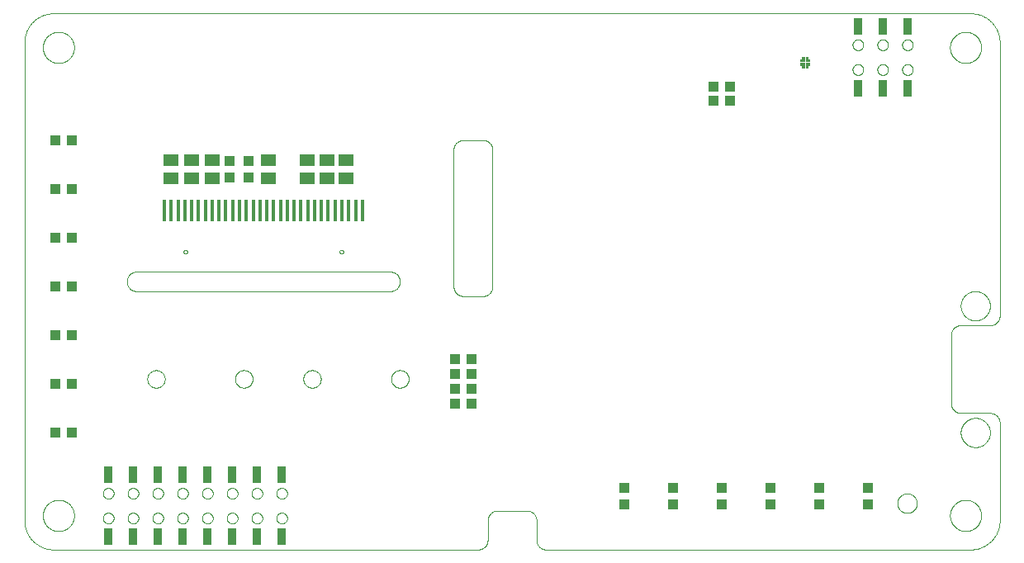
<source format=gbp>
G75*
%MOIN*%
%OFA0B0*%
%FSLAX25Y25*%
%IPPOS*%
%LPD*%
%AMOC8*
5,1,8,0,0,1.08239X$1,22.5*
%
%ADD10C,0.00000*%
%ADD11C,0.00039*%
%ADD12R,0.03543X0.07087*%
%ADD13R,0.01378X0.08661*%
%ADD14R,0.05906X0.05118*%
%ADD15R,0.03937X0.04331*%
%ADD16R,0.04331X0.03937*%
%ADD17C,0.00004*%
D10*
X0632645Y0139861D02*
X0632645Y0332774D01*
X0632648Y0333059D01*
X0632659Y0333345D01*
X0632676Y0333630D01*
X0632700Y0333914D01*
X0632731Y0334198D01*
X0632769Y0334481D01*
X0632814Y0334762D01*
X0632865Y0335043D01*
X0632923Y0335323D01*
X0632988Y0335601D01*
X0633060Y0335877D01*
X0633138Y0336151D01*
X0633223Y0336424D01*
X0633315Y0336694D01*
X0633413Y0336962D01*
X0633517Y0337228D01*
X0633628Y0337491D01*
X0633745Y0337751D01*
X0633868Y0338009D01*
X0633998Y0338263D01*
X0634134Y0338514D01*
X0634275Y0338762D01*
X0634423Y0339006D01*
X0634576Y0339247D01*
X0634736Y0339483D01*
X0634901Y0339716D01*
X0635071Y0339945D01*
X0635247Y0340170D01*
X0635429Y0340390D01*
X0635615Y0340606D01*
X0635807Y0340817D01*
X0636004Y0341024D01*
X0636206Y0341226D01*
X0636413Y0341423D01*
X0636624Y0341615D01*
X0636840Y0341801D01*
X0637060Y0341983D01*
X0637285Y0342159D01*
X0637514Y0342329D01*
X0637747Y0342494D01*
X0637983Y0342654D01*
X0638224Y0342807D01*
X0638468Y0342955D01*
X0638716Y0343096D01*
X0638967Y0343232D01*
X0639221Y0343362D01*
X0639479Y0343485D01*
X0639739Y0343602D01*
X0640002Y0343713D01*
X0640268Y0343817D01*
X0640536Y0343915D01*
X0640806Y0344007D01*
X0641079Y0344092D01*
X0641353Y0344170D01*
X0641629Y0344242D01*
X0641907Y0344307D01*
X0642187Y0344365D01*
X0642468Y0344416D01*
X0642749Y0344461D01*
X0643032Y0344499D01*
X0643316Y0344530D01*
X0643600Y0344554D01*
X0643885Y0344571D01*
X0644171Y0344582D01*
X0644456Y0344585D01*
X1014535Y0344585D01*
X1014820Y0344582D01*
X1015106Y0344571D01*
X1015391Y0344554D01*
X1015675Y0344530D01*
X1015959Y0344499D01*
X1016242Y0344461D01*
X1016523Y0344416D01*
X1016804Y0344365D01*
X1017084Y0344307D01*
X1017362Y0344242D01*
X1017638Y0344170D01*
X1017912Y0344092D01*
X1018185Y0344007D01*
X1018455Y0343915D01*
X1018723Y0343817D01*
X1018989Y0343713D01*
X1019252Y0343602D01*
X1019512Y0343485D01*
X1019770Y0343362D01*
X1020024Y0343232D01*
X1020275Y0343096D01*
X1020523Y0342955D01*
X1020767Y0342807D01*
X1021008Y0342654D01*
X1021244Y0342494D01*
X1021477Y0342329D01*
X1021706Y0342159D01*
X1021931Y0341983D01*
X1022151Y0341801D01*
X1022367Y0341615D01*
X1022578Y0341423D01*
X1022785Y0341226D01*
X1022987Y0341024D01*
X1023184Y0340817D01*
X1023376Y0340606D01*
X1023562Y0340390D01*
X1023744Y0340170D01*
X1023920Y0339945D01*
X1024090Y0339716D01*
X1024255Y0339483D01*
X1024415Y0339247D01*
X1024568Y0339006D01*
X1024716Y0338762D01*
X1024857Y0338514D01*
X1024993Y0338263D01*
X1025123Y0338009D01*
X1025246Y0337751D01*
X1025363Y0337491D01*
X1025474Y0337228D01*
X1025578Y0336962D01*
X1025676Y0336694D01*
X1025768Y0336424D01*
X1025853Y0336151D01*
X1025931Y0335877D01*
X1026003Y0335601D01*
X1026068Y0335323D01*
X1026126Y0335043D01*
X1026177Y0334762D01*
X1026222Y0334481D01*
X1026260Y0334198D01*
X1026291Y0333914D01*
X1026315Y0333630D01*
X1026332Y0333345D01*
X1026343Y0333059D01*
X1026346Y0332774D01*
X1026346Y0222538D01*
X1026344Y0222414D01*
X1026338Y0222291D01*
X1026329Y0222167D01*
X1026315Y0222045D01*
X1026298Y0221922D01*
X1026276Y0221800D01*
X1026251Y0221679D01*
X1026222Y0221559D01*
X1026190Y0221440D01*
X1026153Y0221321D01*
X1026113Y0221204D01*
X1026070Y0221089D01*
X1026022Y0220974D01*
X1025971Y0220862D01*
X1025917Y0220751D01*
X1025859Y0220641D01*
X1025798Y0220534D01*
X1025733Y0220428D01*
X1025665Y0220325D01*
X1025594Y0220224D01*
X1025520Y0220125D01*
X1025443Y0220028D01*
X1025362Y0219934D01*
X1025279Y0219843D01*
X1025193Y0219754D01*
X1025104Y0219668D01*
X1025013Y0219585D01*
X1024919Y0219504D01*
X1024822Y0219427D01*
X1024723Y0219353D01*
X1024622Y0219282D01*
X1024519Y0219214D01*
X1024413Y0219149D01*
X1024306Y0219088D01*
X1024196Y0219030D01*
X1024085Y0218976D01*
X1023973Y0218925D01*
X1023858Y0218877D01*
X1023743Y0218834D01*
X1023626Y0218794D01*
X1023507Y0218757D01*
X1023388Y0218725D01*
X1023268Y0218696D01*
X1023147Y0218671D01*
X1023025Y0218649D01*
X1022902Y0218632D01*
X1022780Y0218618D01*
X1022656Y0218609D01*
X1022533Y0218603D01*
X1022409Y0218601D01*
X1010598Y0218601D01*
X1010474Y0218599D01*
X1010351Y0218593D01*
X1010227Y0218584D01*
X1010105Y0218570D01*
X1009982Y0218553D01*
X1009860Y0218531D01*
X1009739Y0218506D01*
X1009619Y0218477D01*
X1009500Y0218445D01*
X1009381Y0218408D01*
X1009264Y0218368D01*
X1009149Y0218325D01*
X1009034Y0218277D01*
X1008922Y0218226D01*
X1008811Y0218172D01*
X1008701Y0218114D01*
X1008594Y0218053D01*
X1008488Y0217988D01*
X1008385Y0217920D01*
X1008284Y0217849D01*
X1008185Y0217775D01*
X1008088Y0217698D01*
X1007994Y0217617D01*
X1007903Y0217534D01*
X1007814Y0217448D01*
X1007728Y0217359D01*
X1007645Y0217268D01*
X1007564Y0217174D01*
X1007487Y0217077D01*
X1007413Y0216978D01*
X1007342Y0216877D01*
X1007274Y0216774D01*
X1007209Y0216668D01*
X1007148Y0216561D01*
X1007090Y0216451D01*
X1007036Y0216340D01*
X1006985Y0216228D01*
X1006937Y0216113D01*
X1006894Y0215998D01*
X1006854Y0215881D01*
X1006817Y0215762D01*
X1006785Y0215643D01*
X1006756Y0215523D01*
X1006731Y0215402D01*
X1006709Y0215280D01*
X1006692Y0215157D01*
X1006678Y0215035D01*
X1006669Y0214911D01*
X1006663Y0214788D01*
X1006661Y0214664D01*
X1006661Y0187105D01*
X1006663Y0186981D01*
X1006669Y0186858D01*
X1006678Y0186734D01*
X1006692Y0186612D01*
X1006709Y0186489D01*
X1006731Y0186367D01*
X1006756Y0186246D01*
X1006785Y0186126D01*
X1006817Y0186007D01*
X1006854Y0185888D01*
X1006894Y0185771D01*
X1006937Y0185656D01*
X1006985Y0185541D01*
X1007036Y0185429D01*
X1007090Y0185318D01*
X1007148Y0185208D01*
X1007209Y0185101D01*
X1007274Y0184995D01*
X1007342Y0184892D01*
X1007413Y0184791D01*
X1007487Y0184692D01*
X1007564Y0184595D01*
X1007645Y0184501D01*
X1007728Y0184410D01*
X1007814Y0184321D01*
X1007903Y0184235D01*
X1007994Y0184152D01*
X1008088Y0184071D01*
X1008185Y0183994D01*
X1008284Y0183920D01*
X1008385Y0183849D01*
X1008488Y0183781D01*
X1008594Y0183716D01*
X1008701Y0183655D01*
X1008811Y0183597D01*
X1008922Y0183543D01*
X1009034Y0183492D01*
X1009149Y0183444D01*
X1009264Y0183401D01*
X1009381Y0183361D01*
X1009500Y0183324D01*
X1009619Y0183292D01*
X1009739Y0183263D01*
X1009860Y0183238D01*
X1009982Y0183216D01*
X1010105Y0183199D01*
X1010227Y0183185D01*
X1010351Y0183176D01*
X1010474Y0183170D01*
X1010598Y0183168D01*
X1022409Y0183168D01*
X1022533Y0183166D01*
X1022656Y0183160D01*
X1022780Y0183151D01*
X1022902Y0183137D01*
X1023025Y0183120D01*
X1023147Y0183098D01*
X1023268Y0183073D01*
X1023388Y0183044D01*
X1023507Y0183012D01*
X1023626Y0182975D01*
X1023743Y0182935D01*
X1023858Y0182892D01*
X1023973Y0182844D01*
X1024085Y0182793D01*
X1024196Y0182739D01*
X1024306Y0182681D01*
X1024413Y0182620D01*
X1024519Y0182555D01*
X1024622Y0182487D01*
X1024723Y0182416D01*
X1024822Y0182342D01*
X1024919Y0182265D01*
X1025013Y0182184D01*
X1025104Y0182101D01*
X1025193Y0182015D01*
X1025279Y0181926D01*
X1025362Y0181835D01*
X1025443Y0181741D01*
X1025520Y0181644D01*
X1025594Y0181545D01*
X1025665Y0181444D01*
X1025733Y0181341D01*
X1025798Y0181235D01*
X1025859Y0181128D01*
X1025917Y0181018D01*
X1025971Y0180907D01*
X1026022Y0180795D01*
X1026070Y0180680D01*
X1026113Y0180565D01*
X1026153Y0180448D01*
X1026190Y0180329D01*
X1026222Y0180210D01*
X1026251Y0180090D01*
X1026276Y0179969D01*
X1026298Y0179847D01*
X1026315Y0179724D01*
X1026329Y0179602D01*
X1026338Y0179478D01*
X1026344Y0179355D01*
X1026346Y0179231D01*
X1026346Y0139861D01*
X1026343Y0139576D01*
X1026332Y0139290D01*
X1026315Y0139005D01*
X1026291Y0138721D01*
X1026260Y0138437D01*
X1026222Y0138154D01*
X1026177Y0137873D01*
X1026126Y0137592D01*
X1026068Y0137312D01*
X1026003Y0137034D01*
X1025931Y0136758D01*
X1025853Y0136484D01*
X1025768Y0136211D01*
X1025676Y0135941D01*
X1025578Y0135673D01*
X1025474Y0135407D01*
X1025363Y0135144D01*
X1025246Y0134884D01*
X1025123Y0134626D01*
X1024993Y0134372D01*
X1024857Y0134121D01*
X1024716Y0133873D01*
X1024568Y0133629D01*
X1024415Y0133388D01*
X1024255Y0133152D01*
X1024090Y0132919D01*
X1023920Y0132690D01*
X1023744Y0132465D01*
X1023562Y0132245D01*
X1023376Y0132029D01*
X1023184Y0131818D01*
X1022987Y0131611D01*
X1022785Y0131409D01*
X1022578Y0131212D01*
X1022367Y0131020D01*
X1022151Y0130834D01*
X1021931Y0130652D01*
X1021706Y0130476D01*
X1021477Y0130306D01*
X1021244Y0130141D01*
X1021008Y0129981D01*
X1020767Y0129828D01*
X1020523Y0129680D01*
X1020275Y0129539D01*
X1020024Y0129403D01*
X1019770Y0129273D01*
X1019512Y0129150D01*
X1019252Y0129033D01*
X1018989Y0128922D01*
X1018723Y0128818D01*
X1018455Y0128720D01*
X1018185Y0128628D01*
X1017912Y0128543D01*
X1017638Y0128465D01*
X1017362Y0128393D01*
X1017084Y0128328D01*
X1016804Y0128270D01*
X1016523Y0128219D01*
X1016242Y0128174D01*
X1015959Y0128136D01*
X1015675Y0128105D01*
X1015391Y0128081D01*
X1015106Y0128064D01*
X1014820Y0128053D01*
X1014535Y0128050D01*
X0843275Y0128050D01*
X0843151Y0128052D01*
X0843028Y0128058D01*
X0842904Y0128067D01*
X0842782Y0128081D01*
X0842659Y0128098D01*
X0842537Y0128120D01*
X0842416Y0128145D01*
X0842296Y0128174D01*
X0842177Y0128206D01*
X0842058Y0128243D01*
X0841941Y0128283D01*
X0841826Y0128326D01*
X0841711Y0128374D01*
X0841599Y0128425D01*
X0841488Y0128479D01*
X0841378Y0128537D01*
X0841271Y0128598D01*
X0841165Y0128663D01*
X0841062Y0128731D01*
X0840961Y0128802D01*
X0840862Y0128876D01*
X0840765Y0128953D01*
X0840671Y0129034D01*
X0840580Y0129117D01*
X0840491Y0129203D01*
X0840405Y0129292D01*
X0840322Y0129383D01*
X0840241Y0129477D01*
X0840164Y0129574D01*
X0840090Y0129673D01*
X0840019Y0129774D01*
X0839951Y0129877D01*
X0839886Y0129983D01*
X0839825Y0130090D01*
X0839767Y0130200D01*
X0839713Y0130311D01*
X0839662Y0130423D01*
X0839614Y0130538D01*
X0839571Y0130653D01*
X0839531Y0130770D01*
X0839494Y0130889D01*
X0839462Y0131008D01*
X0839433Y0131128D01*
X0839408Y0131249D01*
X0839386Y0131371D01*
X0839369Y0131494D01*
X0839355Y0131616D01*
X0839346Y0131740D01*
X0839340Y0131863D01*
X0839338Y0131987D01*
X0839338Y0139861D01*
X0839336Y0139985D01*
X0839330Y0140108D01*
X0839321Y0140232D01*
X0839307Y0140354D01*
X0839290Y0140477D01*
X0839268Y0140599D01*
X0839243Y0140720D01*
X0839214Y0140840D01*
X0839182Y0140959D01*
X0839145Y0141078D01*
X0839105Y0141195D01*
X0839062Y0141310D01*
X0839014Y0141425D01*
X0838963Y0141537D01*
X0838909Y0141648D01*
X0838851Y0141758D01*
X0838790Y0141865D01*
X0838725Y0141971D01*
X0838657Y0142074D01*
X0838586Y0142175D01*
X0838512Y0142274D01*
X0838435Y0142371D01*
X0838354Y0142465D01*
X0838271Y0142556D01*
X0838185Y0142645D01*
X0838096Y0142731D01*
X0838005Y0142814D01*
X0837911Y0142895D01*
X0837814Y0142972D01*
X0837715Y0143046D01*
X0837614Y0143117D01*
X0837511Y0143185D01*
X0837405Y0143250D01*
X0837298Y0143311D01*
X0837188Y0143369D01*
X0837077Y0143423D01*
X0836965Y0143474D01*
X0836850Y0143522D01*
X0836735Y0143565D01*
X0836618Y0143605D01*
X0836499Y0143642D01*
X0836380Y0143674D01*
X0836260Y0143703D01*
X0836139Y0143728D01*
X0836017Y0143750D01*
X0835894Y0143767D01*
X0835772Y0143781D01*
X0835648Y0143790D01*
X0835525Y0143796D01*
X0835401Y0143798D01*
X0823590Y0143798D01*
X0823466Y0143796D01*
X0823343Y0143790D01*
X0823219Y0143781D01*
X0823097Y0143767D01*
X0822974Y0143750D01*
X0822852Y0143728D01*
X0822731Y0143703D01*
X0822611Y0143674D01*
X0822492Y0143642D01*
X0822373Y0143605D01*
X0822256Y0143565D01*
X0822141Y0143522D01*
X0822026Y0143474D01*
X0821914Y0143423D01*
X0821803Y0143369D01*
X0821693Y0143311D01*
X0821586Y0143250D01*
X0821480Y0143185D01*
X0821377Y0143117D01*
X0821276Y0143046D01*
X0821177Y0142972D01*
X0821080Y0142895D01*
X0820986Y0142814D01*
X0820895Y0142731D01*
X0820806Y0142645D01*
X0820720Y0142556D01*
X0820637Y0142465D01*
X0820556Y0142371D01*
X0820479Y0142274D01*
X0820405Y0142175D01*
X0820334Y0142074D01*
X0820266Y0141971D01*
X0820201Y0141865D01*
X0820140Y0141758D01*
X0820082Y0141648D01*
X0820028Y0141537D01*
X0819977Y0141425D01*
X0819929Y0141310D01*
X0819886Y0141195D01*
X0819846Y0141078D01*
X0819809Y0140959D01*
X0819777Y0140840D01*
X0819748Y0140720D01*
X0819723Y0140599D01*
X0819701Y0140477D01*
X0819684Y0140354D01*
X0819670Y0140232D01*
X0819661Y0140108D01*
X0819655Y0139985D01*
X0819653Y0139861D01*
X0819653Y0131987D01*
X0819651Y0131863D01*
X0819645Y0131740D01*
X0819636Y0131616D01*
X0819622Y0131494D01*
X0819605Y0131371D01*
X0819583Y0131249D01*
X0819558Y0131128D01*
X0819529Y0131008D01*
X0819497Y0130889D01*
X0819460Y0130770D01*
X0819420Y0130653D01*
X0819377Y0130538D01*
X0819329Y0130423D01*
X0819278Y0130311D01*
X0819224Y0130200D01*
X0819166Y0130090D01*
X0819105Y0129983D01*
X0819040Y0129877D01*
X0818972Y0129774D01*
X0818901Y0129673D01*
X0818827Y0129574D01*
X0818750Y0129477D01*
X0818669Y0129383D01*
X0818586Y0129292D01*
X0818500Y0129203D01*
X0818411Y0129117D01*
X0818320Y0129034D01*
X0818226Y0128953D01*
X0818129Y0128876D01*
X0818030Y0128802D01*
X0817929Y0128731D01*
X0817826Y0128663D01*
X0817720Y0128598D01*
X0817613Y0128537D01*
X0817503Y0128479D01*
X0817392Y0128425D01*
X0817280Y0128374D01*
X0817165Y0128326D01*
X0817050Y0128283D01*
X0816933Y0128243D01*
X0816814Y0128206D01*
X0816695Y0128174D01*
X0816575Y0128145D01*
X0816454Y0128120D01*
X0816332Y0128098D01*
X0816209Y0128081D01*
X0816087Y0128067D01*
X0815963Y0128058D01*
X0815840Y0128052D01*
X0815716Y0128050D01*
X0644456Y0128050D01*
X0644171Y0128053D01*
X0643885Y0128064D01*
X0643600Y0128081D01*
X0643316Y0128105D01*
X0643032Y0128136D01*
X0642749Y0128174D01*
X0642468Y0128219D01*
X0642187Y0128270D01*
X0641907Y0128328D01*
X0641629Y0128393D01*
X0641353Y0128465D01*
X0641079Y0128543D01*
X0640806Y0128628D01*
X0640536Y0128720D01*
X0640268Y0128818D01*
X0640002Y0128922D01*
X0639739Y0129033D01*
X0639479Y0129150D01*
X0639221Y0129273D01*
X0638967Y0129403D01*
X0638716Y0129539D01*
X0638468Y0129680D01*
X0638224Y0129828D01*
X0637983Y0129981D01*
X0637747Y0130141D01*
X0637514Y0130306D01*
X0637285Y0130476D01*
X0637060Y0130652D01*
X0636840Y0130834D01*
X0636624Y0131020D01*
X0636413Y0131212D01*
X0636206Y0131409D01*
X0636004Y0131611D01*
X0635807Y0131818D01*
X0635615Y0132029D01*
X0635429Y0132245D01*
X0635247Y0132465D01*
X0635071Y0132690D01*
X0634901Y0132919D01*
X0634736Y0133152D01*
X0634576Y0133388D01*
X0634423Y0133629D01*
X0634275Y0133873D01*
X0634134Y0134121D01*
X0633998Y0134372D01*
X0633868Y0134626D01*
X0633745Y0134884D01*
X0633628Y0135144D01*
X0633517Y0135407D01*
X0633413Y0135673D01*
X0633315Y0135941D01*
X0633223Y0136211D01*
X0633138Y0136484D01*
X0633060Y0136758D01*
X0632988Y0137034D01*
X0632923Y0137312D01*
X0632865Y0137592D01*
X0632814Y0137873D01*
X0632769Y0138154D01*
X0632731Y0138437D01*
X0632700Y0138721D01*
X0632676Y0139005D01*
X0632659Y0139290D01*
X0632648Y0139576D01*
X0632645Y0139861D01*
X0640126Y0141830D02*
X0640128Y0141988D01*
X0640134Y0142146D01*
X0640144Y0142304D01*
X0640158Y0142462D01*
X0640176Y0142619D01*
X0640197Y0142776D01*
X0640223Y0142932D01*
X0640253Y0143088D01*
X0640286Y0143243D01*
X0640324Y0143396D01*
X0640365Y0143549D01*
X0640410Y0143701D01*
X0640459Y0143852D01*
X0640512Y0144001D01*
X0640568Y0144149D01*
X0640628Y0144295D01*
X0640692Y0144440D01*
X0640760Y0144583D01*
X0640831Y0144725D01*
X0640905Y0144865D01*
X0640983Y0145002D01*
X0641065Y0145138D01*
X0641149Y0145272D01*
X0641238Y0145403D01*
X0641329Y0145532D01*
X0641424Y0145659D01*
X0641521Y0145784D01*
X0641622Y0145906D01*
X0641726Y0146025D01*
X0641833Y0146142D01*
X0641943Y0146256D01*
X0642056Y0146367D01*
X0642171Y0146476D01*
X0642289Y0146581D01*
X0642410Y0146683D01*
X0642533Y0146783D01*
X0642659Y0146879D01*
X0642787Y0146972D01*
X0642917Y0147062D01*
X0643050Y0147148D01*
X0643185Y0147232D01*
X0643321Y0147311D01*
X0643460Y0147388D01*
X0643601Y0147460D01*
X0643743Y0147530D01*
X0643887Y0147595D01*
X0644033Y0147657D01*
X0644180Y0147715D01*
X0644329Y0147770D01*
X0644479Y0147821D01*
X0644630Y0147868D01*
X0644782Y0147911D01*
X0644935Y0147950D01*
X0645090Y0147986D01*
X0645245Y0148017D01*
X0645401Y0148045D01*
X0645557Y0148069D01*
X0645714Y0148089D01*
X0645872Y0148105D01*
X0646029Y0148117D01*
X0646188Y0148125D01*
X0646346Y0148129D01*
X0646504Y0148129D01*
X0646662Y0148125D01*
X0646821Y0148117D01*
X0646978Y0148105D01*
X0647136Y0148089D01*
X0647293Y0148069D01*
X0647449Y0148045D01*
X0647605Y0148017D01*
X0647760Y0147986D01*
X0647915Y0147950D01*
X0648068Y0147911D01*
X0648220Y0147868D01*
X0648371Y0147821D01*
X0648521Y0147770D01*
X0648670Y0147715D01*
X0648817Y0147657D01*
X0648963Y0147595D01*
X0649107Y0147530D01*
X0649249Y0147460D01*
X0649390Y0147388D01*
X0649529Y0147311D01*
X0649665Y0147232D01*
X0649800Y0147148D01*
X0649933Y0147062D01*
X0650063Y0146972D01*
X0650191Y0146879D01*
X0650317Y0146783D01*
X0650440Y0146683D01*
X0650561Y0146581D01*
X0650679Y0146476D01*
X0650794Y0146367D01*
X0650907Y0146256D01*
X0651017Y0146142D01*
X0651124Y0146025D01*
X0651228Y0145906D01*
X0651329Y0145784D01*
X0651426Y0145659D01*
X0651521Y0145532D01*
X0651612Y0145403D01*
X0651701Y0145272D01*
X0651785Y0145138D01*
X0651867Y0145002D01*
X0651945Y0144865D01*
X0652019Y0144725D01*
X0652090Y0144583D01*
X0652158Y0144440D01*
X0652222Y0144295D01*
X0652282Y0144149D01*
X0652338Y0144001D01*
X0652391Y0143852D01*
X0652440Y0143701D01*
X0652485Y0143549D01*
X0652526Y0143396D01*
X0652564Y0143243D01*
X0652597Y0143088D01*
X0652627Y0142932D01*
X0652653Y0142776D01*
X0652674Y0142619D01*
X0652692Y0142462D01*
X0652706Y0142304D01*
X0652716Y0142146D01*
X0652722Y0141988D01*
X0652724Y0141830D01*
X0652722Y0141672D01*
X0652716Y0141514D01*
X0652706Y0141356D01*
X0652692Y0141198D01*
X0652674Y0141041D01*
X0652653Y0140884D01*
X0652627Y0140728D01*
X0652597Y0140572D01*
X0652564Y0140417D01*
X0652526Y0140264D01*
X0652485Y0140111D01*
X0652440Y0139959D01*
X0652391Y0139808D01*
X0652338Y0139659D01*
X0652282Y0139511D01*
X0652222Y0139365D01*
X0652158Y0139220D01*
X0652090Y0139077D01*
X0652019Y0138935D01*
X0651945Y0138795D01*
X0651867Y0138658D01*
X0651785Y0138522D01*
X0651701Y0138388D01*
X0651612Y0138257D01*
X0651521Y0138128D01*
X0651426Y0138001D01*
X0651329Y0137876D01*
X0651228Y0137754D01*
X0651124Y0137635D01*
X0651017Y0137518D01*
X0650907Y0137404D01*
X0650794Y0137293D01*
X0650679Y0137184D01*
X0650561Y0137079D01*
X0650440Y0136977D01*
X0650317Y0136877D01*
X0650191Y0136781D01*
X0650063Y0136688D01*
X0649933Y0136598D01*
X0649800Y0136512D01*
X0649665Y0136428D01*
X0649529Y0136349D01*
X0649390Y0136272D01*
X0649249Y0136200D01*
X0649107Y0136130D01*
X0648963Y0136065D01*
X0648817Y0136003D01*
X0648670Y0135945D01*
X0648521Y0135890D01*
X0648371Y0135839D01*
X0648220Y0135792D01*
X0648068Y0135749D01*
X0647915Y0135710D01*
X0647760Y0135674D01*
X0647605Y0135643D01*
X0647449Y0135615D01*
X0647293Y0135591D01*
X0647136Y0135571D01*
X0646978Y0135555D01*
X0646821Y0135543D01*
X0646662Y0135535D01*
X0646504Y0135531D01*
X0646346Y0135531D01*
X0646188Y0135535D01*
X0646029Y0135543D01*
X0645872Y0135555D01*
X0645714Y0135571D01*
X0645557Y0135591D01*
X0645401Y0135615D01*
X0645245Y0135643D01*
X0645090Y0135674D01*
X0644935Y0135710D01*
X0644782Y0135749D01*
X0644630Y0135792D01*
X0644479Y0135839D01*
X0644329Y0135890D01*
X0644180Y0135945D01*
X0644033Y0136003D01*
X0643887Y0136065D01*
X0643743Y0136130D01*
X0643601Y0136200D01*
X0643460Y0136272D01*
X0643321Y0136349D01*
X0643185Y0136428D01*
X0643050Y0136512D01*
X0642917Y0136598D01*
X0642787Y0136688D01*
X0642659Y0136781D01*
X0642533Y0136877D01*
X0642410Y0136977D01*
X0642289Y0137079D01*
X0642171Y0137184D01*
X0642056Y0137293D01*
X0641943Y0137404D01*
X0641833Y0137518D01*
X0641726Y0137635D01*
X0641622Y0137754D01*
X0641521Y0137876D01*
X0641424Y0138001D01*
X0641329Y0138128D01*
X0641238Y0138257D01*
X0641149Y0138388D01*
X0641065Y0138522D01*
X0640983Y0138658D01*
X0640905Y0138795D01*
X0640831Y0138935D01*
X0640760Y0139077D01*
X0640692Y0139220D01*
X0640628Y0139365D01*
X0640568Y0139511D01*
X0640512Y0139659D01*
X0640459Y0139808D01*
X0640410Y0139959D01*
X0640365Y0140111D01*
X0640324Y0140264D01*
X0640286Y0140417D01*
X0640253Y0140572D01*
X0640223Y0140728D01*
X0640197Y0140884D01*
X0640176Y0141041D01*
X0640158Y0141198D01*
X0640144Y0141356D01*
X0640134Y0141514D01*
X0640128Y0141672D01*
X0640126Y0141830D01*
X0664358Y0140767D02*
X0664360Y0140860D01*
X0664366Y0140952D01*
X0664376Y0141044D01*
X0664390Y0141135D01*
X0664407Y0141226D01*
X0664429Y0141316D01*
X0664454Y0141405D01*
X0664483Y0141493D01*
X0664516Y0141579D01*
X0664553Y0141664D01*
X0664593Y0141748D01*
X0664637Y0141829D01*
X0664684Y0141909D01*
X0664734Y0141987D01*
X0664788Y0142062D01*
X0664845Y0142135D01*
X0664905Y0142205D01*
X0664968Y0142273D01*
X0665034Y0142338D01*
X0665102Y0142400D01*
X0665173Y0142460D01*
X0665247Y0142516D01*
X0665323Y0142569D01*
X0665401Y0142618D01*
X0665481Y0142665D01*
X0665563Y0142707D01*
X0665647Y0142747D01*
X0665732Y0142782D01*
X0665819Y0142814D01*
X0665907Y0142843D01*
X0665996Y0142867D01*
X0666086Y0142888D01*
X0666177Y0142904D01*
X0666269Y0142917D01*
X0666361Y0142926D01*
X0666454Y0142931D01*
X0666546Y0142932D01*
X0666639Y0142929D01*
X0666731Y0142922D01*
X0666823Y0142911D01*
X0666914Y0142896D01*
X0667005Y0142878D01*
X0667095Y0142855D01*
X0667183Y0142829D01*
X0667271Y0142799D01*
X0667357Y0142765D01*
X0667441Y0142728D01*
X0667524Y0142686D01*
X0667605Y0142642D01*
X0667685Y0142594D01*
X0667762Y0142543D01*
X0667836Y0142488D01*
X0667909Y0142430D01*
X0667979Y0142370D01*
X0668046Y0142306D01*
X0668110Y0142240D01*
X0668172Y0142170D01*
X0668230Y0142099D01*
X0668285Y0142025D01*
X0668337Y0141948D01*
X0668386Y0141869D01*
X0668432Y0141789D01*
X0668474Y0141706D01*
X0668512Y0141622D01*
X0668547Y0141536D01*
X0668578Y0141449D01*
X0668605Y0141361D01*
X0668628Y0141271D01*
X0668648Y0141181D01*
X0668664Y0141090D01*
X0668676Y0140998D01*
X0668684Y0140906D01*
X0668688Y0140813D01*
X0668688Y0140721D01*
X0668684Y0140628D01*
X0668676Y0140536D01*
X0668664Y0140444D01*
X0668648Y0140353D01*
X0668628Y0140263D01*
X0668605Y0140173D01*
X0668578Y0140085D01*
X0668547Y0139998D01*
X0668512Y0139912D01*
X0668474Y0139828D01*
X0668432Y0139745D01*
X0668386Y0139665D01*
X0668337Y0139586D01*
X0668285Y0139509D01*
X0668230Y0139435D01*
X0668172Y0139364D01*
X0668110Y0139294D01*
X0668046Y0139228D01*
X0667979Y0139164D01*
X0667909Y0139104D01*
X0667836Y0139046D01*
X0667762Y0138991D01*
X0667685Y0138940D01*
X0667606Y0138892D01*
X0667524Y0138848D01*
X0667441Y0138806D01*
X0667357Y0138769D01*
X0667271Y0138735D01*
X0667183Y0138705D01*
X0667095Y0138679D01*
X0667005Y0138656D01*
X0666914Y0138638D01*
X0666823Y0138623D01*
X0666731Y0138612D01*
X0666639Y0138605D01*
X0666546Y0138602D01*
X0666454Y0138603D01*
X0666361Y0138608D01*
X0666269Y0138617D01*
X0666177Y0138630D01*
X0666086Y0138646D01*
X0665996Y0138667D01*
X0665907Y0138691D01*
X0665819Y0138720D01*
X0665732Y0138752D01*
X0665647Y0138787D01*
X0665563Y0138827D01*
X0665481Y0138869D01*
X0665401Y0138916D01*
X0665323Y0138965D01*
X0665247Y0139018D01*
X0665173Y0139074D01*
X0665102Y0139134D01*
X0665034Y0139196D01*
X0664968Y0139261D01*
X0664905Y0139329D01*
X0664845Y0139399D01*
X0664788Y0139472D01*
X0664734Y0139547D01*
X0664684Y0139625D01*
X0664637Y0139705D01*
X0664593Y0139786D01*
X0664553Y0139870D01*
X0664516Y0139955D01*
X0664483Y0140041D01*
X0664454Y0140129D01*
X0664429Y0140218D01*
X0664407Y0140308D01*
X0664390Y0140399D01*
X0664376Y0140490D01*
X0664366Y0140582D01*
X0664360Y0140674D01*
X0664358Y0140767D01*
X0674358Y0140767D02*
X0674360Y0140860D01*
X0674366Y0140952D01*
X0674376Y0141044D01*
X0674390Y0141135D01*
X0674407Y0141226D01*
X0674429Y0141316D01*
X0674454Y0141405D01*
X0674483Y0141493D01*
X0674516Y0141579D01*
X0674553Y0141664D01*
X0674593Y0141748D01*
X0674637Y0141829D01*
X0674684Y0141909D01*
X0674734Y0141987D01*
X0674788Y0142062D01*
X0674845Y0142135D01*
X0674905Y0142205D01*
X0674968Y0142273D01*
X0675034Y0142338D01*
X0675102Y0142400D01*
X0675173Y0142460D01*
X0675247Y0142516D01*
X0675323Y0142569D01*
X0675401Y0142618D01*
X0675481Y0142665D01*
X0675563Y0142707D01*
X0675647Y0142747D01*
X0675732Y0142782D01*
X0675819Y0142814D01*
X0675907Y0142843D01*
X0675996Y0142867D01*
X0676086Y0142888D01*
X0676177Y0142904D01*
X0676269Y0142917D01*
X0676361Y0142926D01*
X0676454Y0142931D01*
X0676546Y0142932D01*
X0676639Y0142929D01*
X0676731Y0142922D01*
X0676823Y0142911D01*
X0676914Y0142896D01*
X0677005Y0142878D01*
X0677095Y0142855D01*
X0677183Y0142829D01*
X0677271Y0142799D01*
X0677357Y0142765D01*
X0677441Y0142728D01*
X0677524Y0142686D01*
X0677605Y0142642D01*
X0677685Y0142594D01*
X0677762Y0142543D01*
X0677836Y0142488D01*
X0677909Y0142430D01*
X0677979Y0142370D01*
X0678046Y0142306D01*
X0678110Y0142240D01*
X0678172Y0142170D01*
X0678230Y0142099D01*
X0678285Y0142025D01*
X0678337Y0141948D01*
X0678386Y0141869D01*
X0678432Y0141789D01*
X0678474Y0141706D01*
X0678512Y0141622D01*
X0678547Y0141536D01*
X0678578Y0141449D01*
X0678605Y0141361D01*
X0678628Y0141271D01*
X0678648Y0141181D01*
X0678664Y0141090D01*
X0678676Y0140998D01*
X0678684Y0140906D01*
X0678688Y0140813D01*
X0678688Y0140721D01*
X0678684Y0140628D01*
X0678676Y0140536D01*
X0678664Y0140444D01*
X0678648Y0140353D01*
X0678628Y0140263D01*
X0678605Y0140173D01*
X0678578Y0140085D01*
X0678547Y0139998D01*
X0678512Y0139912D01*
X0678474Y0139828D01*
X0678432Y0139745D01*
X0678386Y0139665D01*
X0678337Y0139586D01*
X0678285Y0139509D01*
X0678230Y0139435D01*
X0678172Y0139364D01*
X0678110Y0139294D01*
X0678046Y0139228D01*
X0677979Y0139164D01*
X0677909Y0139104D01*
X0677836Y0139046D01*
X0677762Y0138991D01*
X0677685Y0138940D01*
X0677606Y0138892D01*
X0677524Y0138848D01*
X0677441Y0138806D01*
X0677357Y0138769D01*
X0677271Y0138735D01*
X0677183Y0138705D01*
X0677095Y0138679D01*
X0677005Y0138656D01*
X0676914Y0138638D01*
X0676823Y0138623D01*
X0676731Y0138612D01*
X0676639Y0138605D01*
X0676546Y0138602D01*
X0676454Y0138603D01*
X0676361Y0138608D01*
X0676269Y0138617D01*
X0676177Y0138630D01*
X0676086Y0138646D01*
X0675996Y0138667D01*
X0675907Y0138691D01*
X0675819Y0138720D01*
X0675732Y0138752D01*
X0675647Y0138787D01*
X0675563Y0138827D01*
X0675481Y0138869D01*
X0675401Y0138916D01*
X0675323Y0138965D01*
X0675247Y0139018D01*
X0675173Y0139074D01*
X0675102Y0139134D01*
X0675034Y0139196D01*
X0674968Y0139261D01*
X0674905Y0139329D01*
X0674845Y0139399D01*
X0674788Y0139472D01*
X0674734Y0139547D01*
X0674684Y0139625D01*
X0674637Y0139705D01*
X0674593Y0139786D01*
X0674553Y0139870D01*
X0674516Y0139955D01*
X0674483Y0140041D01*
X0674454Y0140129D01*
X0674429Y0140218D01*
X0674407Y0140308D01*
X0674390Y0140399D01*
X0674376Y0140490D01*
X0674366Y0140582D01*
X0674360Y0140674D01*
X0674358Y0140767D01*
X0684358Y0140767D02*
X0684360Y0140860D01*
X0684366Y0140952D01*
X0684376Y0141044D01*
X0684390Y0141135D01*
X0684407Y0141226D01*
X0684429Y0141316D01*
X0684454Y0141405D01*
X0684483Y0141493D01*
X0684516Y0141579D01*
X0684553Y0141664D01*
X0684593Y0141748D01*
X0684637Y0141829D01*
X0684684Y0141909D01*
X0684734Y0141987D01*
X0684788Y0142062D01*
X0684845Y0142135D01*
X0684905Y0142205D01*
X0684968Y0142273D01*
X0685034Y0142338D01*
X0685102Y0142400D01*
X0685173Y0142460D01*
X0685247Y0142516D01*
X0685323Y0142569D01*
X0685401Y0142618D01*
X0685481Y0142665D01*
X0685563Y0142707D01*
X0685647Y0142747D01*
X0685732Y0142782D01*
X0685819Y0142814D01*
X0685907Y0142843D01*
X0685996Y0142867D01*
X0686086Y0142888D01*
X0686177Y0142904D01*
X0686269Y0142917D01*
X0686361Y0142926D01*
X0686454Y0142931D01*
X0686546Y0142932D01*
X0686639Y0142929D01*
X0686731Y0142922D01*
X0686823Y0142911D01*
X0686914Y0142896D01*
X0687005Y0142878D01*
X0687095Y0142855D01*
X0687183Y0142829D01*
X0687271Y0142799D01*
X0687357Y0142765D01*
X0687441Y0142728D01*
X0687524Y0142686D01*
X0687605Y0142642D01*
X0687685Y0142594D01*
X0687762Y0142543D01*
X0687836Y0142488D01*
X0687909Y0142430D01*
X0687979Y0142370D01*
X0688046Y0142306D01*
X0688110Y0142240D01*
X0688172Y0142170D01*
X0688230Y0142099D01*
X0688285Y0142025D01*
X0688337Y0141948D01*
X0688386Y0141869D01*
X0688432Y0141789D01*
X0688474Y0141706D01*
X0688512Y0141622D01*
X0688547Y0141536D01*
X0688578Y0141449D01*
X0688605Y0141361D01*
X0688628Y0141271D01*
X0688648Y0141181D01*
X0688664Y0141090D01*
X0688676Y0140998D01*
X0688684Y0140906D01*
X0688688Y0140813D01*
X0688688Y0140721D01*
X0688684Y0140628D01*
X0688676Y0140536D01*
X0688664Y0140444D01*
X0688648Y0140353D01*
X0688628Y0140263D01*
X0688605Y0140173D01*
X0688578Y0140085D01*
X0688547Y0139998D01*
X0688512Y0139912D01*
X0688474Y0139828D01*
X0688432Y0139745D01*
X0688386Y0139665D01*
X0688337Y0139586D01*
X0688285Y0139509D01*
X0688230Y0139435D01*
X0688172Y0139364D01*
X0688110Y0139294D01*
X0688046Y0139228D01*
X0687979Y0139164D01*
X0687909Y0139104D01*
X0687836Y0139046D01*
X0687762Y0138991D01*
X0687685Y0138940D01*
X0687606Y0138892D01*
X0687524Y0138848D01*
X0687441Y0138806D01*
X0687357Y0138769D01*
X0687271Y0138735D01*
X0687183Y0138705D01*
X0687095Y0138679D01*
X0687005Y0138656D01*
X0686914Y0138638D01*
X0686823Y0138623D01*
X0686731Y0138612D01*
X0686639Y0138605D01*
X0686546Y0138602D01*
X0686454Y0138603D01*
X0686361Y0138608D01*
X0686269Y0138617D01*
X0686177Y0138630D01*
X0686086Y0138646D01*
X0685996Y0138667D01*
X0685907Y0138691D01*
X0685819Y0138720D01*
X0685732Y0138752D01*
X0685647Y0138787D01*
X0685563Y0138827D01*
X0685481Y0138869D01*
X0685401Y0138916D01*
X0685323Y0138965D01*
X0685247Y0139018D01*
X0685173Y0139074D01*
X0685102Y0139134D01*
X0685034Y0139196D01*
X0684968Y0139261D01*
X0684905Y0139329D01*
X0684845Y0139399D01*
X0684788Y0139472D01*
X0684734Y0139547D01*
X0684684Y0139625D01*
X0684637Y0139705D01*
X0684593Y0139786D01*
X0684553Y0139870D01*
X0684516Y0139955D01*
X0684483Y0140041D01*
X0684454Y0140129D01*
X0684429Y0140218D01*
X0684407Y0140308D01*
X0684390Y0140399D01*
X0684376Y0140490D01*
X0684366Y0140582D01*
X0684360Y0140674D01*
X0684358Y0140767D01*
X0694358Y0140767D02*
X0694360Y0140860D01*
X0694366Y0140952D01*
X0694376Y0141044D01*
X0694390Y0141135D01*
X0694407Y0141226D01*
X0694429Y0141316D01*
X0694454Y0141405D01*
X0694483Y0141493D01*
X0694516Y0141579D01*
X0694553Y0141664D01*
X0694593Y0141748D01*
X0694637Y0141829D01*
X0694684Y0141909D01*
X0694734Y0141987D01*
X0694788Y0142062D01*
X0694845Y0142135D01*
X0694905Y0142205D01*
X0694968Y0142273D01*
X0695034Y0142338D01*
X0695102Y0142400D01*
X0695173Y0142460D01*
X0695247Y0142516D01*
X0695323Y0142569D01*
X0695401Y0142618D01*
X0695481Y0142665D01*
X0695563Y0142707D01*
X0695647Y0142747D01*
X0695732Y0142782D01*
X0695819Y0142814D01*
X0695907Y0142843D01*
X0695996Y0142867D01*
X0696086Y0142888D01*
X0696177Y0142904D01*
X0696269Y0142917D01*
X0696361Y0142926D01*
X0696454Y0142931D01*
X0696546Y0142932D01*
X0696639Y0142929D01*
X0696731Y0142922D01*
X0696823Y0142911D01*
X0696914Y0142896D01*
X0697005Y0142878D01*
X0697095Y0142855D01*
X0697183Y0142829D01*
X0697271Y0142799D01*
X0697357Y0142765D01*
X0697441Y0142728D01*
X0697524Y0142686D01*
X0697605Y0142642D01*
X0697685Y0142594D01*
X0697762Y0142543D01*
X0697836Y0142488D01*
X0697909Y0142430D01*
X0697979Y0142370D01*
X0698046Y0142306D01*
X0698110Y0142240D01*
X0698172Y0142170D01*
X0698230Y0142099D01*
X0698285Y0142025D01*
X0698337Y0141948D01*
X0698386Y0141869D01*
X0698432Y0141789D01*
X0698474Y0141706D01*
X0698512Y0141622D01*
X0698547Y0141536D01*
X0698578Y0141449D01*
X0698605Y0141361D01*
X0698628Y0141271D01*
X0698648Y0141181D01*
X0698664Y0141090D01*
X0698676Y0140998D01*
X0698684Y0140906D01*
X0698688Y0140813D01*
X0698688Y0140721D01*
X0698684Y0140628D01*
X0698676Y0140536D01*
X0698664Y0140444D01*
X0698648Y0140353D01*
X0698628Y0140263D01*
X0698605Y0140173D01*
X0698578Y0140085D01*
X0698547Y0139998D01*
X0698512Y0139912D01*
X0698474Y0139828D01*
X0698432Y0139745D01*
X0698386Y0139665D01*
X0698337Y0139586D01*
X0698285Y0139509D01*
X0698230Y0139435D01*
X0698172Y0139364D01*
X0698110Y0139294D01*
X0698046Y0139228D01*
X0697979Y0139164D01*
X0697909Y0139104D01*
X0697836Y0139046D01*
X0697762Y0138991D01*
X0697685Y0138940D01*
X0697606Y0138892D01*
X0697524Y0138848D01*
X0697441Y0138806D01*
X0697357Y0138769D01*
X0697271Y0138735D01*
X0697183Y0138705D01*
X0697095Y0138679D01*
X0697005Y0138656D01*
X0696914Y0138638D01*
X0696823Y0138623D01*
X0696731Y0138612D01*
X0696639Y0138605D01*
X0696546Y0138602D01*
X0696454Y0138603D01*
X0696361Y0138608D01*
X0696269Y0138617D01*
X0696177Y0138630D01*
X0696086Y0138646D01*
X0695996Y0138667D01*
X0695907Y0138691D01*
X0695819Y0138720D01*
X0695732Y0138752D01*
X0695647Y0138787D01*
X0695563Y0138827D01*
X0695481Y0138869D01*
X0695401Y0138916D01*
X0695323Y0138965D01*
X0695247Y0139018D01*
X0695173Y0139074D01*
X0695102Y0139134D01*
X0695034Y0139196D01*
X0694968Y0139261D01*
X0694905Y0139329D01*
X0694845Y0139399D01*
X0694788Y0139472D01*
X0694734Y0139547D01*
X0694684Y0139625D01*
X0694637Y0139705D01*
X0694593Y0139786D01*
X0694553Y0139870D01*
X0694516Y0139955D01*
X0694483Y0140041D01*
X0694454Y0140129D01*
X0694429Y0140218D01*
X0694407Y0140308D01*
X0694390Y0140399D01*
X0694376Y0140490D01*
X0694366Y0140582D01*
X0694360Y0140674D01*
X0694358Y0140767D01*
X0704397Y0140767D02*
X0704399Y0140860D01*
X0704405Y0140952D01*
X0704415Y0141044D01*
X0704429Y0141135D01*
X0704446Y0141226D01*
X0704468Y0141316D01*
X0704493Y0141405D01*
X0704522Y0141493D01*
X0704555Y0141579D01*
X0704592Y0141664D01*
X0704632Y0141748D01*
X0704676Y0141829D01*
X0704723Y0141909D01*
X0704773Y0141987D01*
X0704827Y0142062D01*
X0704884Y0142135D01*
X0704944Y0142205D01*
X0705007Y0142273D01*
X0705073Y0142338D01*
X0705141Y0142400D01*
X0705212Y0142460D01*
X0705286Y0142516D01*
X0705362Y0142569D01*
X0705440Y0142618D01*
X0705520Y0142665D01*
X0705602Y0142707D01*
X0705686Y0142747D01*
X0705771Y0142782D01*
X0705858Y0142814D01*
X0705946Y0142843D01*
X0706035Y0142867D01*
X0706125Y0142888D01*
X0706216Y0142904D01*
X0706308Y0142917D01*
X0706400Y0142926D01*
X0706493Y0142931D01*
X0706585Y0142932D01*
X0706678Y0142929D01*
X0706770Y0142922D01*
X0706862Y0142911D01*
X0706953Y0142896D01*
X0707044Y0142878D01*
X0707134Y0142855D01*
X0707222Y0142829D01*
X0707310Y0142799D01*
X0707396Y0142765D01*
X0707480Y0142728D01*
X0707563Y0142686D01*
X0707644Y0142642D01*
X0707724Y0142594D01*
X0707801Y0142543D01*
X0707875Y0142488D01*
X0707948Y0142430D01*
X0708018Y0142370D01*
X0708085Y0142306D01*
X0708149Y0142240D01*
X0708211Y0142170D01*
X0708269Y0142099D01*
X0708324Y0142025D01*
X0708376Y0141948D01*
X0708425Y0141869D01*
X0708471Y0141789D01*
X0708513Y0141706D01*
X0708551Y0141622D01*
X0708586Y0141536D01*
X0708617Y0141449D01*
X0708644Y0141361D01*
X0708667Y0141271D01*
X0708687Y0141181D01*
X0708703Y0141090D01*
X0708715Y0140998D01*
X0708723Y0140906D01*
X0708727Y0140813D01*
X0708727Y0140721D01*
X0708723Y0140628D01*
X0708715Y0140536D01*
X0708703Y0140444D01*
X0708687Y0140353D01*
X0708667Y0140263D01*
X0708644Y0140173D01*
X0708617Y0140085D01*
X0708586Y0139998D01*
X0708551Y0139912D01*
X0708513Y0139828D01*
X0708471Y0139745D01*
X0708425Y0139665D01*
X0708376Y0139586D01*
X0708324Y0139509D01*
X0708269Y0139435D01*
X0708211Y0139364D01*
X0708149Y0139294D01*
X0708085Y0139228D01*
X0708018Y0139164D01*
X0707948Y0139104D01*
X0707875Y0139046D01*
X0707801Y0138991D01*
X0707724Y0138940D01*
X0707645Y0138892D01*
X0707563Y0138848D01*
X0707480Y0138806D01*
X0707396Y0138769D01*
X0707310Y0138735D01*
X0707222Y0138705D01*
X0707134Y0138679D01*
X0707044Y0138656D01*
X0706953Y0138638D01*
X0706862Y0138623D01*
X0706770Y0138612D01*
X0706678Y0138605D01*
X0706585Y0138602D01*
X0706493Y0138603D01*
X0706400Y0138608D01*
X0706308Y0138617D01*
X0706216Y0138630D01*
X0706125Y0138646D01*
X0706035Y0138667D01*
X0705946Y0138691D01*
X0705858Y0138720D01*
X0705771Y0138752D01*
X0705686Y0138787D01*
X0705602Y0138827D01*
X0705520Y0138869D01*
X0705440Y0138916D01*
X0705362Y0138965D01*
X0705286Y0139018D01*
X0705212Y0139074D01*
X0705141Y0139134D01*
X0705073Y0139196D01*
X0705007Y0139261D01*
X0704944Y0139329D01*
X0704884Y0139399D01*
X0704827Y0139472D01*
X0704773Y0139547D01*
X0704723Y0139625D01*
X0704676Y0139705D01*
X0704632Y0139786D01*
X0704592Y0139870D01*
X0704555Y0139955D01*
X0704522Y0140041D01*
X0704493Y0140129D01*
X0704468Y0140218D01*
X0704446Y0140308D01*
X0704429Y0140399D01*
X0704415Y0140490D01*
X0704405Y0140582D01*
X0704399Y0140674D01*
X0704397Y0140767D01*
X0714397Y0140767D02*
X0714399Y0140860D01*
X0714405Y0140952D01*
X0714415Y0141044D01*
X0714429Y0141135D01*
X0714446Y0141226D01*
X0714468Y0141316D01*
X0714493Y0141405D01*
X0714522Y0141493D01*
X0714555Y0141579D01*
X0714592Y0141664D01*
X0714632Y0141748D01*
X0714676Y0141829D01*
X0714723Y0141909D01*
X0714773Y0141987D01*
X0714827Y0142062D01*
X0714884Y0142135D01*
X0714944Y0142205D01*
X0715007Y0142273D01*
X0715073Y0142338D01*
X0715141Y0142400D01*
X0715212Y0142460D01*
X0715286Y0142516D01*
X0715362Y0142569D01*
X0715440Y0142618D01*
X0715520Y0142665D01*
X0715602Y0142707D01*
X0715686Y0142747D01*
X0715771Y0142782D01*
X0715858Y0142814D01*
X0715946Y0142843D01*
X0716035Y0142867D01*
X0716125Y0142888D01*
X0716216Y0142904D01*
X0716308Y0142917D01*
X0716400Y0142926D01*
X0716493Y0142931D01*
X0716585Y0142932D01*
X0716678Y0142929D01*
X0716770Y0142922D01*
X0716862Y0142911D01*
X0716953Y0142896D01*
X0717044Y0142878D01*
X0717134Y0142855D01*
X0717222Y0142829D01*
X0717310Y0142799D01*
X0717396Y0142765D01*
X0717480Y0142728D01*
X0717563Y0142686D01*
X0717644Y0142642D01*
X0717724Y0142594D01*
X0717801Y0142543D01*
X0717875Y0142488D01*
X0717948Y0142430D01*
X0718018Y0142370D01*
X0718085Y0142306D01*
X0718149Y0142240D01*
X0718211Y0142170D01*
X0718269Y0142099D01*
X0718324Y0142025D01*
X0718376Y0141948D01*
X0718425Y0141869D01*
X0718471Y0141789D01*
X0718513Y0141706D01*
X0718551Y0141622D01*
X0718586Y0141536D01*
X0718617Y0141449D01*
X0718644Y0141361D01*
X0718667Y0141271D01*
X0718687Y0141181D01*
X0718703Y0141090D01*
X0718715Y0140998D01*
X0718723Y0140906D01*
X0718727Y0140813D01*
X0718727Y0140721D01*
X0718723Y0140628D01*
X0718715Y0140536D01*
X0718703Y0140444D01*
X0718687Y0140353D01*
X0718667Y0140263D01*
X0718644Y0140173D01*
X0718617Y0140085D01*
X0718586Y0139998D01*
X0718551Y0139912D01*
X0718513Y0139828D01*
X0718471Y0139745D01*
X0718425Y0139665D01*
X0718376Y0139586D01*
X0718324Y0139509D01*
X0718269Y0139435D01*
X0718211Y0139364D01*
X0718149Y0139294D01*
X0718085Y0139228D01*
X0718018Y0139164D01*
X0717948Y0139104D01*
X0717875Y0139046D01*
X0717801Y0138991D01*
X0717724Y0138940D01*
X0717645Y0138892D01*
X0717563Y0138848D01*
X0717480Y0138806D01*
X0717396Y0138769D01*
X0717310Y0138735D01*
X0717222Y0138705D01*
X0717134Y0138679D01*
X0717044Y0138656D01*
X0716953Y0138638D01*
X0716862Y0138623D01*
X0716770Y0138612D01*
X0716678Y0138605D01*
X0716585Y0138602D01*
X0716493Y0138603D01*
X0716400Y0138608D01*
X0716308Y0138617D01*
X0716216Y0138630D01*
X0716125Y0138646D01*
X0716035Y0138667D01*
X0715946Y0138691D01*
X0715858Y0138720D01*
X0715771Y0138752D01*
X0715686Y0138787D01*
X0715602Y0138827D01*
X0715520Y0138869D01*
X0715440Y0138916D01*
X0715362Y0138965D01*
X0715286Y0139018D01*
X0715212Y0139074D01*
X0715141Y0139134D01*
X0715073Y0139196D01*
X0715007Y0139261D01*
X0714944Y0139329D01*
X0714884Y0139399D01*
X0714827Y0139472D01*
X0714773Y0139547D01*
X0714723Y0139625D01*
X0714676Y0139705D01*
X0714632Y0139786D01*
X0714592Y0139870D01*
X0714555Y0139955D01*
X0714522Y0140041D01*
X0714493Y0140129D01*
X0714468Y0140218D01*
X0714446Y0140308D01*
X0714429Y0140399D01*
X0714415Y0140490D01*
X0714405Y0140582D01*
X0714399Y0140674D01*
X0714397Y0140767D01*
X0724397Y0140767D02*
X0724399Y0140860D01*
X0724405Y0140952D01*
X0724415Y0141044D01*
X0724429Y0141135D01*
X0724446Y0141226D01*
X0724468Y0141316D01*
X0724493Y0141405D01*
X0724522Y0141493D01*
X0724555Y0141579D01*
X0724592Y0141664D01*
X0724632Y0141748D01*
X0724676Y0141829D01*
X0724723Y0141909D01*
X0724773Y0141987D01*
X0724827Y0142062D01*
X0724884Y0142135D01*
X0724944Y0142205D01*
X0725007Y0142273D01*
X0725073Y0142338D01*
X0725141Y0142400D01*
X0725212Y0142460D01*
X0725286Y0142516D01*
X0725362Y0142569D01*
X0725440Y0142618D01*
X0725520Y0142665D01*
X0725602Y0142707D01*
X0725686Y0142747D01*
X0725771Y0142782D01*
X0725858Y0142814D01*
X0725946Y0142843D01*
X0726035Y0142867D01*
X0726125Y0142888D01*
X0726216Y0142904D01*
X0726308Y0142917D01*
X0726400Y0142926D01*
X0726493Y0142931D01*
X0726585Y0142932D01*
X0726678Y0142929D01*
X0726770Y0142922D01*
X0726862Y0142911D01*
X0726953Y0142896D01*
X0727044Y0142878D01*
X0727134Y0142855D01*
X0727222Y0142829D01*
X0727310Y0142799D01*
X0727396Y0142765D01*
X0727480Y0142728D01*
X0727563Y0142686D01*
X0727644Y0142642D01*
X0727724Y0142594D01*
X0727801Y0142543D01*
X0727875Y0142488D01*
X0727948Y0142430D01*
X0728018Y0142370D01*
X0728085Y0142306D01*
X0728149Y0142240D01*
X0728211Y0142170D01*
X0728269Y0142099D01*
X0728324Y0142025D01*
X0728376Y0141948D01*
X0728425Y0141869D01*
X0728471Y0141789D01*
X0728513Y0141706D01*
X0728551Y0141622D01*
X0728586Y0141536D01*
X0728617Y0141449D01*
X0728644Y0141361D01*
X0728667Y0141271D01*
X0728687Y0141181D01*
X0728703Y0141090D01*
X0728715Y0140998D01*
X0728723Y0140906D01*
X0728727Y0140813D01*
X0728727Y0140721D01*
X0728723Y0140628D01*
X0728715Y0140536D01*
X0728703Y0140444D01*
X0728687Y0140353D01*
X0728667Y0140263D01*
X0728644Y0140173D01*
X0728617Y0140085D01*
X0728586Y0139998D01*
X0728551Y0139912D01*
X0728513Y0139828D01*
X0728471Y0139745D01*
X0728425Y0139665D01*
X0728376Y0139586D01*
X0728324Y0139509D01*
X0728269Y0139435D01*
X0728211Y0139364D01*
X0728149Y0139294D01*
X0728085Y0139228D01*
X0728018Y0139164D01*
X0727948Y0139104D01*
X0727875Y0139046D01*
X0727801Y0138991D01*
X0727724Y0138940D01*
X0727645Y0138892D01*
X0727563Y0138848D01*
X0727480Y0138806D01*
X0727396Y0138769D01*
X0727310Y0138735D01*
X0727222Y0138705D01*
X0727134Y0138679D01*
X0727044Y0138656D01*
X0726953Y0138638D01*
X0726862Y0138623D01*
X0726770Y0138612D01*
X0726678Y0138605D01*
X0726585Y0138602D01*
X0726493Y0138603D01*
X0726400Y0138608D01*
X0726308Y0138617D01*
X0726216Y0138630D01*
X0726125Y0138646D01*
X0726035Y0138667D01*
X0725946Y0138691D01*
X0725858Y0138720D01*
X0725771Y0138752D01*
X0725686Y0138787D01*
X0725602Y0138827D01*
X0725520Y0138869D01*
X0725440Y0138916D01*
X0725362Y0138965D01*
X0725286Y0139018D01*
X0725212Y0139074D01*
X0725141Y0139134D01*
X0725073Y0139196D01*
X0725007Y0139261D01*
X0724944Y0139329D01*
X0724884Y0139399D01*
X0724827Y0139472D01*
X0724773Y0139547D01*
X0724723Y0139625D01*
X0724676Y0139705D01*
X0724632Y0139786D01*
X0724592Y0139870D01*
X0724555Y0139955D01*
X0724522Y0140041D01*
X0724493Y0140129D01*
X0724468Y0140218D01*
X0724446Y0140308D01*
X0724429Y0140399D01*
X0724415Y0140490D01*
X0724405Y0140582D01*
X0724399Y0140674D01*
X0724397Y0140767D01*
X0734397Y0140767D02*
X0734399Y0140860D01*
X0734405Y0140952D01*
X0734415Y0141044D01*
X0734429Y0141135D01*
X0734446Y0141226D01*
X0734468Y0141316D01*
X0734493Y0141405D01*
X0734522Y0141493D01*
X0734555Y0141579D01*
X0734592Y0141664D01*
X0734632Y0141748D01*
X0734676Y0141829D01*
X0734723Y0141909D01*
X0734773Y0141987D01*
X0734827Y0142062D01*
X0734884Y0142135D01*
X0734944Y0142205D01*
X0735007Y0142273D01*
X0735073Y0142338D01*
X0735141Y0142400D01*
X0735212Y0142460D01*
X0735286Y0142516D01*
X0735362Y0142569D01*
X0735440Y0142618D01*
X0735520Y0142665D01*
X0735602Y0142707D01*
X0735686Y0142747D01*
X0735771Y0142782D01*
X0735858Y0142814D01*
X0735946Y0142843D01*
X0736035Y0142867D01*
X0736125Y0142888D01*
X0736216Y0142904D01*
X0736308Y0142917D01*
X0736400Y0142926D01*
X0736493Y0142931D01*
X0736585Y0142932D01*
X0736678Y0142929D01*
X0736770Y0142922D01*
X0736862Y0142911D01*
X0736953Y0142896D01*
X0737044Y0142878D01*
X0737134Y0142855D01*
X0737222Y0142829D01*
X0737310Y0142799D01*
X0737396Y0142765D01*
X0737480Y0142728D01*
X0737563Y0142686D01*
X0737644Y0142642D01*
X0737724Y0142594D01*
X0737801Y0142543D01*
X0737875Y0142488D01*
X0737948Y0142430D01*
X0738018Y0142370D01*
X0738085Y0142306D01*
X0738149Y0142240D01*
X0738211Y0142170D01*
X0738269Y0142099D01*
X0738324Y0142025D01*
X0738376Y0141948D01*
X0738425Y0141869D01*
X0738471Y0141789D01*
X0738513Y0141706D01*
X0738551Y0141622D01*
X0738586Y0141536D01*
X0738617Y0141449D01*
X0738644Y0141361D01*
X0738667Y0141271D01*
X0738687Y0141181D01*
X0738703Y0141090D01*
X0738715Y0140998D01*
X0738723Y0140906D01*
X0738727Y0140813D01*
X0738727Y0140721D01*
X0738723Y0140628D01*
X0738715Y0140536D01*
X0738703Y0140444D01*
X0738687Y0140353D01*
X0738667Y0140263D01*
X0738644Y0140173D01*
X0738617Y0140085D01*
X0738586Y0139998D01*
X0738551Y0139912D01*
X0738513Y0139828D01*
X0738471Y0139745D01*
X0738425Y0139665D01*
X0738376Y0139586D01*
X0738324Y0139509D01*
X0738269Y0139435D01*
X0738211Y0139364D01*
X0738149Y0139294D01*
X0738085Y0139228D01*
X0738018Y0139164D01*
X0737948Y0139104D01*
X0737875Y0139046D01*
X0737801Y0138991D01*
X0737724Y0138940D01*
X0737645Y0138892D01*
X0737563Y0138848D01*
X0737480Y0138806D01*
X0737396Y0138769D01*
X0737310Y0138735D01*
X0737222Y0138705D01*
X0737134Y0138679D01*
X0737044Y0138656D01*
X0736953Y0138638D01*
X0736862Y0138623D01*
X0736770Y0138612D01*
X0736678Y0138605D01*
X0736585Y0138602D01*
X0736493Y0138603D01*
X0736400Y0138608D01*
X0736308Y0138617D01*
X0736216Y0138630D01*
X0736125Y0138646D01*
X0736035Y0138667D01*
X0735946Y0138691D01*
X0735858Y0138720D01*
X0735771Y0138752D01*
X0735686Y0138787D01*
X0735602Y0138827D01*
X0735520Y0138869D01*
X0735440Y0138916D01*
X0735362Y0138965D01*
X0735286Y0139018D01*
X0735212Y0139074D01*
X0735141Y0139134D01*
X0735073Y0139196D01*
X0735007Y0139261D01*
X0734944Y0139329D01*
X0734884Y0139399D01*
X0734827Y0139472D01*
X0734773Y0139547D01*
X0734723Y0139625D01*
X0734676Y0139705D01*
X0734632Y0139786D01*
X0734592Y0139870D01*
X0734555Y0139955D01*
X0734522Y0140041D01*
X0734493Y0140129D01*
X0734468Y0140218D01*
X0734446Y0140308D01*
X0734429Y0140399D01*
X0734415Y0140490D01*
X0734405Y0140582D01*
X0734399Y0140674D01*
X0734397Y0140767D01*
X0734397Y0150767D02*
X0734399Y0150860D01*
X0734405Y0150952D01*
X0734415Y0151044D01*
X0734429Y0151135D01*
X0734446Y0151226D01*
X0734468Y0151316D01*
X0734493Y0151405D01*
X0734522Y0151493D01*
X0734555Y0151579D01*
X0734592Y0151664D01*
X0734632Y0151748D01*
X0734676Y0151829D01*
X0734723Y0151909D01*
X0734773Y0151987D01*
X0734827Y0152062D01*
X0734884Y0152135D01*
X0734944Y0152205D01*
X0735007Y0152273D01*
X0735073Y0152338D01*
X0735141Y0152400D01*
X0735212Y0152460D01*
X0735286Y0152516D01*
X0735362Y0152569D01*
X0735440Y0152618D01*
X0735520Y0152665D01*
X0735602Y0152707D01*
X0735686Y0152747D01*
X0735771Y0152782D01*
X0735858Y0152814D01*
X0735946Y0152843D01*
X0736035Y0152867D01*
X0736125Y0152888D01*
X0736216Y0152904D01*
X0736308Y0152917D01*
X0736400Y0152926D01*
X0736493Y0152931D01*
X0736585Y0152932D01*
X0736678Y0152929D01*
X0736770Y0152922D01*
X0736862Y0152911D01*
X0736953Y0152896D01*
X0737044Y0152878D01*
X0737134Y0152855D01*
X0737222Y0152829D01*
X0737310Y0152799D01*
X0737396Y0152765D01*
X0737480Y0152728D01*
X0737563Y0152686D01*
X0737644Y0152642D01*
X0737724Y0152594D01*
X0737801Y0152543D01*
X0737875Y0152488D01*
X0737948Y0152430D01*
X0738018Y0152370D01*
X0738085Y0152306D01*
X0738149Y0152240D01*
X0738211Y0152170D01*
X0738269Y0152099D01*
X0738324Y0152025D01*
X0738376Y0151948D01*
X0738425Y0151869D01*
X0738471Y0151789D01*
X0738513Y0151706D01*
X0738551Y0151622D01*
X0738586Y0151536D01*
X0738617Y0151449D01*
X0738644Y0151361D01*
X0738667Y0151271D01*
X0738687Y0151181D01*
X0738703Y0151090D01*
X0738715Y0150998D01*
X0738723Y0150906D01*
X0738727Y0150813D01*
X0738727Y0150721D01*
X0738723Y0150628D01*
X0738715Y0150536D01*
X0738703Y0150444D01*
X0738687Y0150353D01*
X0738667Y0150263D01*
X0738644Y0150173D01*
X0738617Y0150085D01*
X0738586Y0149998D01*
X0738551Y0149912D01*
X0738513Y0149828D01*
X0738471Y0149745D01*
X0738425Y0149665D01*
X0738376Y0149586D01*
X0738324Y0149509D01*
X0738269Y0149435D01*
X0738211Y0149364D01*
X0738149Y0149294D01*
X0738085Y0149228D01*
X0738018Y0149164D01*
X0737948Y0149104D01*
X0737875Y0149046D01*
X0737801Y0148991D01*
X0737724Y0148940D01*
X0737645Y0148892D01*
X0737563Y0148848D01*
X0737480Y0148806D01*
X0737396Y0148769D01*
X0737310Y0148735D01*
X0737222Y0148705D01*
X0737134Y0148679D01*
X0737044Y0148656D01*
X0736953Y0148638D01*
X0736862Y0148623D01*
X0736770Y0148612D01*
X0736678Y0148605D01*
X0736585Y0148602D01*
X0736493Y0148603D01*
X0736400Y0148608D01*
X0736308Y0148617D01*
X0736216Y0148630D01*
X0736125Y0148646D01*
X0736035Y0148667D01*
X0735946Y0148691D01*
X0735858Y0148720D01*
X0735771Y0148752D01*
X0735686Y0148787D01*
X0735602Y0148827D01*
X0735520Y0148869D01*
X0735440Y0148916D01*
X0735362Y0148965D01*
X0735286Y0149018D01*
X0735212Y0149074D01*
X0735141Y0149134D01*
X0735073Y0149196D01*
X0735007Y0149261D01*
X0734944Y0149329D01*
X0734884Y0149399D01*
X0734827Y0149472D01*
X0734773Y0149547D01*
X0734723Y0149625D01*
X0734676Y0149705D01*
X0734632Y0149786D01*
X0734592Y0149870D01*
X0734555Y0149955D01*
X0734522Y0150041D01*
X0734493Y0150129D01*
X0734468Y0150218D01*
X0734446Y0150308D01*
X0734429Y0150399D01*
X0734415Y0150490D01*
X0734405Y0150582D01*
X0734399Y0150674D01*
X0734397Y0150767D01*
X0724397Y0150767D02*
X0724399Y0150860D01*
X0724405Y0150952D01*
X0724415Y0151044D01*
X0724429Y0151135D01*
X0724446Y0151226D01*
X0724468Y0151316D01*
X0724493Y0151405D01*
X0724522Y0151493D01*
X0724555Y0151579D01*
X0724592Y0151664D01*
X0724632Y0151748D01*
X0724676Y0151829D01*
X0724723Y0151909D01*
X0724773Y0151987D01*
X0724827Y0152062D01*
X0724884Y0152135D01*
X0724944Y0152205D01*
X0725007Y0152273D01*
X0725073Y0152338D01*
X0725141Y0152400D01*
X0725212Y0152460D01*
X0725286Y0152516D01*
X0725362Y0152569D01*
X0725440Y0152618D01*
X0725520Y0152665D01*
X0725602Y0152707D01*
X0725686Y0152747D01*
X0725771Y0152782D01*
X0725858Y0152814D01*
X0725946Y0152843D01*
X0726035Y0152867D01*
X0726125Y0152888D01*
X0726216Y0152904D01*
X0726308Y0152917D01*
X0726400Y0152926D01*
X0726493Y0152931D01*
X0726585Y0152932D01*
X0726678Y0152929D01*
X0726770Y0152922D01*
X0726862Y0152911D01*
X0726953Y0152896D01*
X0727044Y0152878D01*
X0727134Y0152855D01*
X0727222Y0152829D01*
X0727310Y0152799D01*
X0727396Y0152765D01*
X0727480Y0152728D01*
X0727563Y0152686D01*
X0727644Y0152642D01*
X0727724Y0152594D01*
X0727801Y0152543D01*
X0727875Y0152488D01*
X0727948Y0152430D01*
X0728018Y0152370D01*
X0728085Y0152306D01*
X0728149Y0152240D01*
X0728211Y0152170D01*
X0728269Y0152099D01*
X0728324Y0152025D01*
X0728376Y0151948D01*
X0728425Y0151869D01*
X0728471Y0151789D01*
X0728513Y0151706D01*
X0728551Y0151622D01*
X0728586Y0151536D01*
X0728617Y0151449D01*
X0728644Y0151361D01*
X0728667Y0151271D01*
X0728687Y0151181D01*
X0728703Y0151090D01*
X0728715Y0150998D01*
X0728723Y0150906D01*
X0728727Y0150813D01*
X0728727Y0150721D01*
X0728723Y0150628D01*
X0728715Y0150536D01*
X0728703Y0150444D01*
X0728687Y0150353D01*
X0728667Y0150263D01*
X0728644Y0150173D01*
X0728617Y0150085D01*
X0728586Y0149998D01*
X0728551Y0149912D01*
X0728513Y0149828D01*
X0728471Y0149745D01*
X0728425Y0149665D01*
X0728376Y0149586D01*
X0728324Y0149509D01*
X0728269Y0149435D01*
X0728211Y0149364D01*
X0728149Y0149294D01*
X0728085Y0149228D01*
X0728018Y0149164D01*
X0727948Y0149104D01*
X0727875Y0149046D01*
X0727801Y0148991D01*
X0727724Y0148940D01*
X0727645Y0148892D01*
X0727563Y0148848D01*
X0727480Y0148806D01*
X0727396Y0148769D01*
X0727310Y0148735D01*
X0727222Y0148705D01*
X0727134Y0148679D01*
X0727044Y0148656D01*
X0726953Y0148638D01*
X0726862Y0148623D01*
X0726770Y0148612D01*
X0726678Y0148605D01*
X0726585Y0148602D01*
X0726493Y0148603D01*
X0726400Y0148608D01*
X0726308Y0148617D01*
X0726216Y0148630D01*
X0726125Y0148646D01*
X0726035Y0148667D01*
X0725946Y0148691D01*
X0725858Y0148720D01*
X0725771Y0148752D01*
X0725686Y0148787D01*
X0725602Y0148827D01*
X0725520Y0148869D01*
X0725440Y0148916D01*
X0725362Y0148965D01*
X0725286Y0149018D01*
X0725212Y0149074D01*
X0725141Y0149134D01*
X0725073Y0149196D01*
X0725007Y0149261D01*
X0724944Y0149329D01*
X0724884Y0149399D01*
X0724827Y0149472D01*
X0724773Y0149547D01*
X0724723Y0149625D01*
X0724676Y0149705D01*
X0724632Y0149786D01*
X0724592Y0149870D01*
X0724555Y0149955D01*
X0724522Y0150041D01*
X0724493Y0150129D01*
X0724468Y0150218D01*
X0724446Y0150308D01*
X0724429Y0150399D01*
X0724415Y0150490D01*
X0724405Y0150582D01*
X0724399Y0150674D01*
X0724397Y0150767D01*
X0714397Y0150767D02*
X0714399Y0150860D01*
X0714405Y0150952D01*
X0714415Y0151044D01*
X0714429Y0151135D01*
X0714446Y0151226D01*
X0714468Y0151316D01*
X0714493Y0151405D01*
X0714522Y0151493D01*
X0714555Y0151579D01*
X0714592Y0151664D01*
X0714632Y0151748D01*
X0714676Y0151829D01*
X0714723Y0151909D01*
X0714773Y0151987D01*
X0714827Y0152062D01*
X0714884Y0152135D01*
X0714944Y0152205D01*
X0715007Y0152273D01*
X0715073Y0152338D01*
X0715141Y0152400D01*
X0715212Y0152460D01*
X0715286Y0152516D01*
X0715362Y0152569D01*
X0715440Y0152618D01*
X0715520Y0152665D01*
X0715602Y0152707D01*
X0715686Y0152747D01*
X0715771Y0152782D01*
X0715858Y0152814D01*
X0715946Y0152843D01*
X0716035Y0152867D01*
X0716125Y0152888D01*
X0716216Y0152904D01*
X0716308Y0152917D01*
X0716400Y0152926D01*
X0716493Y0152931D01*
X0716585Y0152932D01*
X0716678Y0152929D01*
X0716770Y0152922D01*
X0716862Y0152911D01*
X0716953Y0152896D01*
X0717044Y0152878D01*
X0717134Y0152855D01*
X0717222Y0152829D01*
X0717310Y0152799D01*
X0717396Y0152765D01*
X0717480Y0152728D01*
X0717563Y0152686D01*
X0717644Y0152642D01*
X0717724Y0152594D01*
X0717801Y0152543D01*
X0717875Y0152488D01*
X0717948Y0152430D01*
X0718018Y0152370D01*
X0718085Y0152306D01*
X0718149Y0152240D01*
X0718211Y0152170D01*
X0718269Y0152099D01*
X0718324Y0152025D01*
X0718376Y0151948D01*
X0718425Y0151869D01*
X0718471Y0151789D01*
X0718513Y0151706D01*
X0718551Y0151622D01*
X0718586Y0151536D01*
X0718617Y0151449D01*
X0718644Y0151361D01*
X0718667Y0151271D01*
X0718687Y0151181D01*
X0718703Y0151090D01*
X0718715Y0150998D01*
X0718723Y0150906D01*
X0718727Y0150813D01*
X0718727Y0150721D01*
X0718723Y0150628D01*
X0718715Y0150536D01*
X0718703Y0150444D01*
X0718687Y0150353D01*
X0718667Y0150263D01*
X0718644Y0150173D01*
X0718617Y0150085D01*
X0718586Y0149998D01*
X0718551Y0149912D01*
X0718513Y0149828D01*
X0718471Y0149745D01*
X0718425Y0149665D01*
X0718376Y0149586D01*
X0718324Y0149509D01*
X0718269Y0149435D01*
X0718211Y0149364D01*
X0718149Y0149294D01*
X0718085Y0149228D01*
X0718018Y0149164D01*
X0717948Y0149104D01*
X0717875Y0149046D01*
X0717801Y0148991D01*
X0717724Y0148940D01*
X0717645Y0148892D01*
X0717563Y0148848D01*
X0717480Y0148806D01*
X0717396Y0148769D01*
X0717310Y0148735D01*
X0717222Y0148705D01*
X0717134Y0148679D01*
X0717044Y0148656D01*
X0716953Y0148638D01*
X0716862Y0148623D01*
X0716770Y0148612D01*
X0716678Y0148605D01*
X0716585Y0148602D01*
X0716493Y0148603D01*
X0716400Y0148608D01*
X0716308Y0148617D01*
X0716216Y0148630D01*
X0716125Y0148646D01*
X0716035Y0148667D01*
X0715946Y0148691D01*
X0715858Y0148720D01*
X0715771Y0148752D01*
X0715686Y0148787D01*
X0715602Y0148827D01*
X0715520Y0148869D01*
X0715440Y0148916D01*
X0715362Y0148965D01*
X0715286Y0149018D01*
X0715212Y0149074D01*
X0715141Y0149134D01*
X0715073Y0149196D01*
X0715007Y0149261D01*
X0714944Y0149329D01*
X0714884Y0149399D01*
X0714827Y0149472D01*
X0714773Y0149547D01*
X0714723Y0149625D01*
X0714676Y0149705D01*
X0714632Y0149786D01*
X0714592Y0149870D01*
X0714555Y0149955D01*
X0714522Y0150041D01*
X0714493Y0150129D01*
X0714468Y0150218D01*
X0714446Y0150308D01*
X0714429Y0150399D01*
X0714415Y0150490D01*
X0714405Y0150582D01*
X0714399Y0150674D01*
X0714397Y0150767D01*
X0704397Y0150767D02*
X0704399Y0150860D01*
X0704405Y0150952D01*
X0704415Y0151044D01*
X0704429Y0151135D01*
X0704446Y0151226D01*
X0704468Y0151316D01*
X0704493Y0151405D01*
X0704522Y0151493D01*
X0704555Y0151579D01*
X0704592Y0151664D01*
X0704632Y0151748D01*
X0704676Y0151829D01*
X0704723Y0151909D01*
X0704773Y0151987D01*
X0704827Y0152062D01*
X0704884Y0152135D01*
X0704944Y0152205D01*
X0705007Y0152273D01*
X0705073Y0152338D01*
X0705141Y0152400D01*
X0705212Y0152460D01*
X0705286Y0152516D01*
X0705362Y0152569D01*
X0705440Y0152618D01*
X0705520Y0152665D01*
X0705602Y0152707D01*
X0705686Y0152747D01*
X0705771Y0152782D01*
X0705858Y0152814D01*
X0705946Y0152843D01*
X0706035Y0152867D01*
X0706125Y0152888D01*
X0706216Y0152904D01*
X0706308Y0152917D01*
X0706400Y0152926D01*
X0706493Y0152931D01*
X0706585Y0152932D01*
X0706678Y0152929D01*
X0706770Y0152922D01*
X0706862Y0152911D01*
X0706953Y0152896D01*
X0707044Y0152878D01*
X0707134Y0152855D01*
X0707222Y0152829D01*
X0707310Y0152799D01*
X0707396Y0152765D01*
X0707480Y0152728D01*
X0707563Y0152686D01*
X0707644Y0152642D01*
X0707724Y0152594D01*
X0707801Y0152543D01*
X0707875Y0152488D01*
X0707948Y0152430D01*
X0708018Y0152370D01*
X0708085Y0152306D01*
X0708149Y0152240D01*
X0708211Y0152170D01*
X0708269Y0152099D01*
X0708324Y0152025D01*
X0708376Y0151948D01*
X0708425Y0151869D01*
X0708471Y0151789D01*
X0708513Y0151706D01*
X0708551Y0151622D01*
X0708586Y0151536D01*
X0708617Y0151449D01*
X0708644Y0151361D01*
X0708667Y0151271D01*
X0708687Y0151181D01*
X0708703Y0151090D01*
X0708715Y0150998D01*
X0708723Y0150906D01*
X0708727Y0150813D01*
X0708727Y0150721D01*
X0708723Y0150628D01*
X0708715Y0150536D01*
X0708703Y0150444D01*
X0708687Y0150353D01*
X0708667Y0150263D01*
X0708644Y0150173D01*
X0708617Y0150085D01*
X0708586Y0149998D01*
X0708551Y0149912D01*
X0708513Y0149828D01*
X0708471Y0149745D01*
X0708425Y0149665D01*
X0708376Y0149586D01*
X0708324Y0149509D01*
X0708269Y0149435D01*
X0708211Y0149364D01*
X0708149Y0149294D01*
X0708085Y0149228D01*
X0708018Y0149164D01*
X0707948Y0149104D01*
X0707875Y0149046D01*
X0707801Y0148991D01*
X0707724Y0148940D01*
X0707645Y0148892D01*
X0707563Y0148848D01*
X0707480Y0148806D01*
X0707396Y0148769D01*
X0707310Y0148735D01*
X0707222Y0148705D01*
X0707134Y0148679D01*
X0707044Y0148656D01*
X0706953Y0148638D01*
X0706862Y0148623D01*
X0706770Y0148612D01*
X0706678Y0148605D01*
X0706585Y0148602D01*
X0706493Y0148603D01*
X0706400Y0148608D01*
X0706308Y0148617D01*
X0706216Y0148630D01*
X0706125Y0148646D01*
X0706035Y0148667D01*
X0705946Y0148691D01*
X0705858Y0148720D01*
X0705771Y0148752D01*
X0705686Y0148787D01*
X0705602Y0148827D01*
X0705520Y0148869D01*
X0705440Y0148916D01*
X0705362Y0148965D01*
X0705286Y0149018D01*
X0705212Y0149074D01*
X0705141Y0149134D01*
X0705073Y0149196D01*
X0705007Y0149261D01*
X0704944Y0149329D01*
X0704884Y0149399D01*
X0704827Y0149472D01*
X0704773Y0149547D01*
X0704723Y0149625D01*
X0704676Y0149705D01*
X0704632Y0149786D01*
X0704592Y0149870D01*
X0704555Y0149955D01*
X0704522Y0150041D01*
X0704493Y0150129D01*
X0704468Y0150218D01*
X0704446Y0150308D01*
X0704429Y0150399D01*
X0704415Y0150490D01*
X0704405Y0150582D01*
X0704399Y0150674D01*
X0704397Y0150767D01*
X0694358Y0150767D02*
X0694360Y0150860D01*
X0694366Y0150952D01*
X0694376Y0151044D01*
X0694390Y0151135D01*
X0694407Y0151226D01*
X0694429Y0151316D01*
X0694454Y0151405D01*
X0694483Y0151493D01*
X0694516Y0151579D01*
X0694553Y0151664D01*
X0694593Y0151748D01*
X0694637Y0151829D01*
X0694684Y0151909D01*
X0694734Y0151987D01*
X0694788Y0152062D01*
X0694845Y0152135D01*
X0694905Y0152205D01*
X0694968Y0152273D01*
X0695034Y0152338D01*
X0695102Y0152400D01*
X0695173Y0152460D01*
X0695247Y0152516D01*
X0695323Y0152569D01*
X0695401Y0152618D01*
X0695481Y0152665D01*
X0695563Y0152707D01*
X0695647Y0152747D01*
X0695732Y0152782D01*
X0695819Y0152814D01*
X0695907Y0152843D01*
X0695996Y0152867D01*
X0696086Y0152888D01*
X0696177Y0152904D01*
X0696269Y0152917D01*
X0696361Y0152926D01*
X0696454Y0152931D01*
X0696546Y0152932D01*
X0696639Y0152929D01*
X0696731Y0152922D01*
X0696823Y0152911D01*
X0696914Y0152896D01*
X0697005Y0152878D01*
X0697095Y0152855D01*
X0697183Y0152829D01*
X0697271Y0152799D01*
X0697357Y0152765D01*
X0697441Y0152728D01*
X0697524Y0152686D01*
X0697605Y0152642D01*
X0697685Y0152594D01*
X0697762Y0152543D01*
X0697836Y0152488D01*
X0697909Y0152430D01*
X0697979Y0152370D01*
X0698046Y0152306D01*
X0698110Y0152240D01*
X0698172Y0152170D01*
X0698230Y0152099D01*
X0698285Y0152025D01*
X0698337Y0151948D01*
X0698386Y0151869D01*
X0698432Y0151789D01*
X0698474Y0151706D01*
X0698512Y0151622D01*
X0698547Y0151536D01*
X0698578Y0151449D01*
X0698605Y0151361D01*
X0698628Y0151271D01*
X0698648Y0151181D01*
X0698664Y0151090D01*
X0698676Y0150998D01*
X0698684Y0150906D01*
X0698688Y0150813D01*
X0698688Y0150721D01*
X0698684Y0150628D01*
X0698676Y0150536D01*
X0698664Y0150444D01*
X0698648Y0150353D01*
X0698628Y0150263D01*
X0698605Y0150173D01*
X0698578Y0150085D01*
X0698547Y0149998D01*
X0698512Y0149912D01*
X0698474Y0149828D01*
X0698432Y0149745D01*
X0698386Y0149665D01*
X0698337Y0149586D01*
X0698285Y0149509D01*
X0698230Y0149435D01*
X0698172Y0149364D01*
X0698110Y0149294D01*
X0698046Y0149228D01*
X0697979Y0149164D01*
X0697909Y0149104D01*
X0697836Y0149046D01*
X0697762Y0148991D01*
X0697685Y0148940D01*
X0697606Y0148892D01*
X0697524Y0148848D01*
X0697441Y0148806D01*
X0697357Y0148769D01*
X0697271Y0148735D01*
X0697183Y0148705D01*
X0697095Y0148679D01*
X0697005Y0148656D01*
X0696914Y0148638D01*
X0696823Y0148623D01*
X0696731Y0148612D01*
X0696639Y0148605D01*
X0696546Y0148602D01*
X0696454Y0148603D01*
X0696361Y0148608D01*
X0696269Y0148617D01*
X0696177Y0148630D01*
X0696086Y0148646D01*
X0695996Y0148667D01*
X0695907Y0148691D01*
X0695819Y0148720D01*
X0695732Y0148752D01*
X0695647Y0148787D01*
X0695563Y0148827D01*
X0695481Y0148869D01*
X0695401Y0148916D01*
X0695323Y0148965D01*
X0695247Y0149018D01*
X0695173Y0149074D01*
X0695102Y0149134D01*
X0695034Y0149196D01*
X0694968Y0149261D01*
X0694905Y0149329D01*
X0694845Y0149399D01*
X0694788Y0149472D01*
X0694734Y0149547D01*
X0694684Y0149625D01*
X0694637Y0149705D01*
X0694593Y0149786D01*
X0694553Y0149870D01*
X0694516Y0149955D01*
X0694483Y0150041D01*
X0694454Y0150129D01*
X0694429Y0150218D01*
X0694407Y0150308D01*
X0694390Y0150399D01*
X0694376Y0150490D01*
X0694366Y0150582D01*
X0694360Y0150674D01*
X0694358Y0150767D01*
X0684358Y0150767D02*
X0684360Y0150860D01*
X0684366Y0150952D01*
X0684376Y0151044D01*
X0684390Y0151135D01*
X0684407Y0151226D01*
X0684429Y0151316D01*
X0684454Y0151405D01*
X0684483Y0151493D01*
X0684516Y0151579D01*
X0684553Y0151664D01*
X0684593Y0151748D01*
X0684637Y0151829D01*
X0684684Y0151909D01*
X0684734Y0151987D01*
X0684788Y0152062D01*
X0684845Y0152135D01*
X0684905Y0152205D01*
X0684968Y0152273D01*
X0685034Y0152338D01*
X0685102Y0152400D01*
X0685173Y0152460D01*
X0685247Y0152516D01*
X0685323Y0152569D01*
X0685401Y0152618D01*
X0685481Y0152665D01*
X0685563Y0152707D01*
X0685647Y0152747D01*
X0685732Y0152782D01*
X0685819Y0152814D01*
X0685907Y0152843D01*
X0685996Y0152867D01*
X0686086Y0152888D01*
X0686177Y0152904D01*
X0686269Y0152917D01*
X0686361Y0152926D01*
X0686454Y0152931D01*
X0686546Y0152932D01*
X0686639Y0152929D01*
X0686731Y0152922D01*
X0686823Y0152911D01*
X0686914Y0152896D01*
X0687005Y0152878D01*
X0687095Y0152855D01*
X0687183Y0152829D01*
X0687271Y0152799D01*
X0687357Y0152765D01*
X0687441Y0152728D01*
X0687524Y0152686D01*
X0687605Y0152642D01*
X0687685Y0152594D01*
X0687762Y0152543D01*
X0687836Y0152488D01*
X0687909Y0152430D01*
X0687979Y0152370D01*
X0688046Y0152306D01*
X0688110Y0152240D01*
X0688172Y0152170D01*
X0688230Y0152099D01*
X0688285Y0152025D01*
X0688337Y0151948D01*
X0688386Y0151869D01*
X0688432Y0151789D01*
X0688474Y0151706D01*
X0688512Y0151622D01*
X0688547Y0151536D01*
X0688578Y0151449D01*
X0688605Y0151361D01*
X0688628Y0151271D01*
X0688648Y0151181D01*
X0688664Y0151090D01*
X0688676Y0150998D01*
X0688684Y0150906D01*
X0688688Y0150813D01*
X0688688Y0150721D01*
X0688684Y0150628D01*
X0688676Y0150536D01*
X0688664Y0150444D01*
X0688648Y0150353D01*
X0688628Y0150263D01*
X0688605Y0150173D01*
X0688578Y0150085D01*
X0688547Y0149998D01*
X0688512Y0149912D01*
X0688474Y0149828D01*
X0688432Y0149745D01*
X0688386Y0149665D01*
X0688337Y0149586D01*
X0688285Y0149509D01*
X0688230Y0149435D01*
X0688172Y0149364D01*
X0688110Y0149294D01*
X0688046Y0149228D01*
X0687979Y0149164D01*
X0687909Y0149104D01*
X0687836Y0149046D01*
X0687762Y0148991D01*
X0687685Y0148940D01*
X0687606Y0148892D01*
X0687524Y0148848D01*
X0687441Y0148806D01*
X0687357Y0148769D01*
X0687271Y0148735D01*
X0687183Y0148705D01*
X0687095Y0148679D01*
X0687005Y0148656D01*
X0686914Y0148638D01*
X0686823Y0148623D01*
X0686731Y0148612D01*
X0686639Y0148605D01*
X0686546Y0148602D01*
X0686454Y0148603D01*
X0686361Y0148608D01*
X0686269Y0148617D01*
X0686177Y0148630D01*
X0686086Y0148646D01*
X0685996Y0148667D01*
X0685907Y0148691D01*
X0685819Y0148720D01*
X0685732Y0148752D01*
X0685647Y0148787D01*
X0685563Y0148827D01*
X0685481Y0148869D01*
X0685401Y0148916D01*
X0685323Y0148965D01*
X0685247Y0149018D01*
X0685173Y0149074D01*
X0685102Y0149134D01*
X0685034Y0149196D01*
X0684968Y0149261D01*
X0684905Y0149329D01*
X0684845Y0149399D01*
X0684788Y0149472D01*
X0684734Y0149547D01*
X0684684Y0149625D01*
X0684637Y0149705D01*
X0684593Y0149786D01*
X0684553Y0149870D01*
X0684516Y0149955D01*
X0684483Y0150041D01*
X0684454Y0150129D01*
X0684429Y0150218D01*
X0684407Y0150308D01*
X0684390Y0150399D01*
X0684376Y0150490D01*
X0684366Y0150582D01*
X0684360Y0150674D01*
X0684358Y0150767D01*
X0674358Y0150767D02*
X0674360Y0150860D01*
X0674366Y0150952D01*
X0674376Y0151044D01*
X0674390Y0151135D01*
X0674407Y0151226D01*
X0674429Y0151316D01*
X0674454Y0151405D01*
X0674483Y0151493D01*
X0674516Y0151579D01*
X0674553Y0151664D01*
X0674593Y0151748D01*
X0674637Y0151829D01*
X0674684Y0151909D01*
X0674734Y0151987D01*
X0674788Y0152062D01*
X0674845Y0152135D01*
X0674905Y0152205D01*
X0674968Y0152273D01*
X0675034Y0152338D01*
X0675102Y0152400D01*
X0675173Y0152460D01*
X0675247Y0152516D01*
X0675323Y0152569D01*
X0675401Y0152618D01*
X0675481Y0152665D01*
X0675563Y0152707D01*
X0675647Y0152747D01*
X0675732Y0152782D01*
X0675819Y0152814D01*
X0675907Y0152843D01*
X0675996Y0152867D01*
X0676086Y0152888D01*
X0676177Y0152904D01*
X0676269Y0152917D01*
X0676361Y0152926D01*
X0676454Y0152931D01*
X0676546Y0152932D01*
X0676639Y0152929D01*
X0676731Y0152922D01*
X0676823Y0152911D01*
X0676914Y0152896D01*
X0677005Y0152878D01*
X0677095Y0152855D01*
X0677183Y0152829D01*
X0677271Y0152799D01*
X0677357Y0152765D01*
X0677441Y0152728D01*
X0677524Y0152686D01*
X0677605Y0152642D01*
X0677685Y0152594D01*
X0677762Y0152543D01*
X0677836Y0152488D01*
X0677909Y0152430D01*
X0677979Y0152370D01*
X0678046Y0152306D01*
X0678110Y0152240D01*
X0678172Y0152170D01*
X0678230Y0152099D01*
X0678285Y0152025D01*
X0678337Y0151948D01*
X0678386Y0151869D01*
X0678432Y0151789D01*
X0678474Y0151706D01*
X0678512Y0151622D01*
X0678547Y0151536D01*
X0678578Y0151449D01*
X0678605Y0151361D01*
X0678628Y0151271D01*
X0678648Y0151181D01*
X0678664Y0151090D01*
X0678676Y0150998D01*
X0678684Y0150906D01*
X0678688Y0150813D01*
X0678688Y0150721D01*
X0678684Y0150628D01*
X0678676Y0150536D01*
X0678664Y0150444D01*
X0678648Y0150353D01*
X0678628Y0150263D01*
X0678605Y0150173D01*
X0678578Y0150085D01*
X0678547Y0149998D01*
X0678512Y0149912D01*
X0678474Y0149828D01*
X0678432Y0149745D01*
X0678386Y0149665D01*
X0678337Y0149586D01*
X0678285Y0149509D01*
X0678230Y0149435D01*
X0678172Y0149364D01*
X0678110Y0149294D01*
X0678046Y0149228D01*
X0677979Y0149164D01*
X0677909Y0149104D01*
X0677836Y0149046D01*
X0677762Y0148991D01*
X0677685Y0148940D01*
X0677606Y0148892D01*
X0677524Y0148848D01*
X0677441Y0148806D01*
X0677357Y0148769D01*
X0677271Y0148735D01*
X0677183Y0148705D01*
X0677095Y0148679D01*
X0677005Y0148656D01*
X0676914Y0148638D01*
X0676823Y0148623D01*
X0676731Y0148612D01*
X0676639Y0148605D01*
X0676546Y0148602D01*
X0676454Y0148603D01*
X0676361Y0148608D01*
X0676269Y0148617D01*
X0676177Y0148630D01*
X0676086Y0148646D01*
X0675996Y0148667D01*
X0675907Y0148691D01*
X0675819Y0148720D01*
X0675732Y0148752D01*
X0675647Y0148787D01*
X0675563Y0148827D01*
X0675481Y0148869D01*
X0675401Y0148916D01*
X0675323Y0148965D01*
X0675247Y0149018D01*
X0675173Y0149074D01*
X0675102Y0149134D01*
X0675034Y0149196D01*
X0674968Y0149261D01*
X0674905Y0149329D01*
X0674845Y0149399D01*
X0674788Y0149472D01*
X0674734Y0149547D01*
X0674684Y0149625D01*
X0674637Y0149705D01*
X0674593Y0149786D01*
X0674553Y0149870D01*
X0674516Y0149955D01*
X0674483Y0150041D01*
X0674454Y0150129D01*
X0674429Y0150218D01*
X0674407Y0150308D01*
X0674390Y0150399D01*
X0674376Y0150490D01*
X0674366Y0150582D01*
X0674360Y0150674D01*
X0674358Y0150767D01*
X0664358Y0150767D02*
X0664360Y0150860D01*
X0664366Y0150952D01*
X0664376Y0151044D01*
X0664390Y0151135D01*
X0664407Y0151226D01*
X0664429Y0151316D01*
X0664454Y0151405D01*
X0664483Y0151493D01*
X0664516Y0151579D01*
X0664553Y0151664D01*
X0664593Y0151748D01*
X0664637Y0151829D01*
X0664684Y0151909D01*
X0664734Y0151987D01*
X0664788Y0152062D01*
X0664845Y0152135D01*
X0664905Y0152205D01*
X0664968Y0152273D01*
X0665034Y0152338D01*
X0665102Y0152400D01*
X0665173Y0152460D01*
X0665247Y0152516D01*
X0665323Y0152569D01*
X0665401Y0152618D01*
X0665481Y0152665D01*
X0665563Y0152707D01*
X0665647Y0152747D01*
X0665732Y0152782D01*
X0665819Y0152814D01*
X0665907Y0152843D01*
X0665996Y0152867D01*
X0666086Y0152888D01*
X0666177Y0152904D01*
X0666269Y0152917D01*
X0666361Y0152926D01*
X0666454Y0152931D01*
X0666546Y0152932D01*
X0666639Y0152929D01*
X0666731Y0152922D01*
X0666823Y0152911D01*
X0666914Y0152896D01*
X0667005Y0152878D01*
X0667095Y0152855D01*
X0667183Y0152829D01*
X0667271Y0152799D01*
X0667357Y0152765D01*
X0667441Y0152728D01*
X0667524Y0152686D01*
X0667605Y0152642D01*
X0667685Y0152594D01*
X0667762Y0152543D01*
X0667836Y0152488D01*
X0667909Y0152430D01*
X0667979Y0152370D01*
X0668046Y0152306D01*
X0668110Y0152240D01*
X0668172Y0152170D01*
X0668230Y0152099D01*
X0668285Y0152025D01*
X0668337Y0151948D01*
X0668386Y0151869D01*
X0668432Y0151789D01*
X0668474Y0151706D01*
X0668512Y0151622D01*
X0668547Y0151536D01*
X0668578Y0151449D01*
X0668605Y0151361D01*
X0668628Y0151271D01*
X0668648Y0151181D01*
X0668664Y0151090D01*
X0668676Y0150998D01*
X0668684Y0150906D01*
X0668688Y0150813D01*
X0668688Y0150721D01*
X0668684Y0150628D01*
X0668676Y0150536D01*
X0668664Y0150444D01*
X0668648Y0150353D01*
X0668628Y0150263D01*
X0668605Y0150173D01*
X0668578Y0150085D01*
X0668547Y0149998D01*
X0668512Y0149912D01*
X0668474Y0149828D01*
X0668432Y0149745D01*
X0668386Y0149665D01*
X0668337Y0149586D01*
X0668285Y0149509D01*
X0668230Y0149435D01*
X0668172Y0149364D01*
X0668110Y0149294D01*
X0668046Y0149228D01*
X0667979Y0149164D01*
X0667909Y0149104D01*
X0667836Y0149046D01*
X0667762Y0148991D01*
X0667685Y0148940D01*
X0667606Y0148892D01*
X0667524Y0148848D01*
X0667441Y0148806D01*
X0667357Y0148769D01*
X0667271Y0148735D01*
X0667183Y0148705D01*
X0667095Y0148679D01*
X0667005Y0148656D01*
X0666914Y0148638D01*
X0666823Y0148623D01*
X0666731Y0148612D01*
X0666639Y0148605D01*
X0666546Y0148602D01*
X0666454Y0148603D01*
X0666361Y0148608D01*
X0666269Y0148617D01*
X0666177Y0148630D01*
X0666086Y0148646D01*
X0665996Y0148667D01*
X0665907Y0148691D01*
X0665819Y0148720D01*
X0665732Y0148752D01*
X0665647Y0148787D01*
X0665563Y0148827D01*
X0665481Y0148869D01*
X0665401Y0148916D01*
X0665323Y0148965D01*
X0665247Y0149018D01*
X0665173Y0149074D01*
X0665102Y0149134D01*
X0665034Y0149196D01*
X0664968Y0149261D01*
X0664905Y0149329D01*
X0664845Y0149399D01*
X0664788Y0149472D01*
X0664734Y0149547D01*
X0664684Y0149625D01*
X0664637Y0149705D01*
X0664593Y0149786D01*
X0664553Y0149870D01*
X0664516Y0149955D01*
X0664483Y0150041D01*
X0664454Y0150129D01*
X0664429Y0150218D01*
X0664407Y0150308D01*
X0664390Y0150399D01*
X0664376Y0150490D01*
X0664366Y0150582D01*
X0664360Y0150674D01*
X0664358Y0150767D01*
X0809810Y0230412D02*
X0817684Y0230412D01*
X0817808Y0230414D01*
X0817931Y0230420D01*
X0818055Y0230429D01*
X0818177Y0230443D01*
X0818300Y0230460D01*
X0818422Y0230482D01*
X0818543Y0230507D01*
X0818663Y0230536D01*
X0818782Y0230568D01*
X0818901Y0230605D01*
X0819018Y0230645D01*
X0819133Y0230688D01*
X0819248Y0230736D01*
X0819360Y0230787D01*
X0819471Y0230841D01*
X0819581Y0230899D01*
X0819688Y0230960D01*
X0819794Y0231025D01*
X0819897Y0231093D01*
X0819998Y0231164D01*
X0820097Y0231238D01*
X0820194Y0231315D01*
X0820288Y0231396D01*
X0820379Y0231479D01*
X0820468Y0231565D01*
X0820554Y0231654D01*
X0820637Y0231745D01*
X0820718Y0231839D01*
X0820795Y0231936D01*
X0820869Y0232035D01*
X0820940Y0232136D01*
X0821008Y0232239D01*
X0821073Y0232345D01*
X0821134Y0232452D01*
X0821192Y0232562D01*
X0821246Y0232673D01*
X0821297Y0232785D01*
X0821345Y0232900D01*
X0821388Y0233015D01*
X0821428Y0233132D01*
X0821465Y0233251D01*
X0821497Y0233370D01*
X0821526Y0233490D01*
X0821551Y0233611D01*
X0821573Y0233733D01*
X0821590Y0233856D01*
X0821604Y0233978D01*
X0821613Y0234102D01*
X0821619Y0234225D01*
X0821621Y0234349D01*
X0821621Y0289467D01*
X0821619Y0289591D01*
X0821613Y0289714D01*
X0821604Y0289838D01*
X0821590Y0289960D01*
X0821573Y0290083D01*
X0821551Y0290205D01*
X0821526Y0290326D01*
X0821497Y0290446D01*
X0821465Y0290565D01*
X0821428Y0290684D01*
X0821388Y0290801D01*
X0821345Y0290916D01*
X0821297Y0291031D01*
X0821246Y0291143D01*
X0821192Y0291254D01*
X0821134Y0291364D01*
X0821073Y0291471D01*
X0821008Y0291577D01*
X0820940Y0291680D01*
X0820869Y0291781D01*
X0820795Y0291880D01*
X0820718Y0291977D01*
X0820637Y0292071D01*
X0820554Y0292162D01*
X0820468Y0292251D01*
X0820379Y0292337D01*
X0820288Y0292420D01*
X0820194Y0292501D01*
X0820097Y0292578D01*
X0819998Y0292652D01*
X0819897Y0292723D01*
X0819794Y0292791D01*
X0819688Y0292856D01*
X0819581Y0292917D01*
X0819471Y0292975D01*
X0819360Y0293029D01*
X0819248Y0293080D01*
X0819133Y0293128D01*
X0819018Y0293171D01*
X0818901Y0293211D01*
X0818782Y0293248D01*
X0818663Y0293280D01*
X0818543Y0293309D01*
X0818422Y0293334D01*
X0818300Y0293356D01*
X0818177Y0293373D01*
X0818055Y0293387D01*
X0817931Y0293396D01*
X0817808Y0293402D01*
X0817684Y0293404D01*
X0809810Y0293404D01*
X0809686Y0293402D01*
X0809563Y0293396D01*
X0809439Y0293387D01*
X0809317Y0293373D01*
X0809194Y0293356D01*
X0809072Y0293334D01*
X0808951Y0293309D01*
X0808831Y0293280D01*
X0808712Y0293248D01*
X0808593Y0293211D01*
X0808476Y0293171D01*
X0808361Y0293128D01*
X0808246Y0293080D01*
X0808134Y0293029D01*
X0808023Y0292975D01*
X0807913Y0292917D01*
X0807806Y0292856D01*
X0807700Y0292791D01*
X0807597Y0292723D01*
X0807496Y0292652D01*
X0807397Y0292578D01*
X0807300Y0292501D01*
X0807206Y0292420D01*
X0807115Y0292337D01*
X0807026Y0292251D01*
X0806940Y0292162D01*
X0806857Y0292071D01*
X0806776Y0291977D01*
X0806699Y0291880D01*
X0806625Y0291781D01*
X0806554Y0291680D01*
X0806486Y0291577D01*
X0806421Y0291471D01*
X0806360Y0291364D01*
X0806302Y0291254D01*
X0806248Y0291143D01*
X0806197Y0291031D01*
X0806149Y0290916D01*
X0806106Y0290801D01*
X0806066Y0290684D01*
X0806029Y0290565D01*
X0805997Y0290446D01*
X0805968Y0290326D01*
X0805943Y0290205D01*
X0805921Y0290083D01*
X0805904Y0289960D01*
X0805890Y0289838D01*
X0805881Y0289714D01*
X0805875Y0289591D01*
X0805873Y0289467D01*
X0805873Y0234349D01*
X0805875Y0234225D01*
X0805881Y0234102D01*
X0805890Y0233978D01*
X0805904Y0233856D01*
X0805921Y0233733D01*
X0805943Y0233611D01*
X0805968Y0233490D01*
X0805997Y0233370D01*
X0806029Y0233251D01*
X0806066Y0233132D01*
X0806106Y0233015D01*
X0806149Y0232900D01*
X0806197Y0232785D01*
X0806248Y0232673D01*
X0806302Y0232562D01*
X0806360Y0232452D01*
X0806421Y0232345D01*
X0806486Y0232239D01*
X0806554Y0232136D01*
X0806625Y0232035D01*
X0806699Y0231936D01*
X0806776Y0231839D01*
X0806857Y0231745D01*
X0806940Y0231654D01*
X0807026Y0231565D01*
X0807115Y0231479D01*
X0807206Y0231396D01*
X0807300Y0231315D01*
X0807397Y0231238D01*
X0807496Y0231164D01*
X0807597Y0231093D01*
X0807700Y0231025D01*
X0807806Y0230960D01*
X0807913Y0230899D01*
X0808023Y0230841D01*
X0808134Y0230787D01*
X0808246Y0230736D01*
X0808361Y0230688D01*
X0808476Y0230645D01*
X0808593Y0230605D01*
X0808712Y0230568D01*
X0808831Y0230536D01*
X0808951Y0230507D01*
X0809072Y0230482D01*
X0809194Y0230460D01*
X0809317Y0230443D01*
X0809439Y0230429D01*
X0809563Y0230420D01*
X0809686Y0230414D01*
X0809810Y0230412D01*
X0780283Y0232381D02*
X0677921Y0232381D01*
X0673984Y0236318D02*
X0673986Y0236442D01*
X0673992Y0236565D01*
X0674001Y0236689D01*
X0674015Y0236811D01*
X0674032Y0236934D01*
X0674054Y0237056D01*
X0674079Y0237177D01*
X0674108Y0237297D01*
X0674140Y0237416D01*
X0674177Y0237535D01*
X0674217Y0237652D01*
X0674260Y0237767D01*
X0674308Y0237882D01*
X0674359Y0237994D01*
X0674413Y0238105D01*
X0674471Y0238215D01*
X0674532Y0238322D01*
X0674597Y0238428D01*
X0674665Y0238531D01*
X0674736Y0238632D01*
X0674810Y0238731D01*
X0674887Y0238828D01*
X0674968Y0238922D01*
X0675051Y0239013D01*
X0675137Y0239102D01*
X0675226Y0239188D01*
X0675317Y0239271D01*
X0675411Y0239352D01*
X0675508Y0239429D01*
X0675607Y0239503D01*
X0675708Y0239574D01*
X0675811Y0239642D01*
X0675917Y0239707D01*
X0676024Y0239768D01*
X0676134Y0239826D01*
X0676245Y0239880D01*
X0676357Y0239931D01*
X0676472Y0239979D01*
X0676587Y0240022D01*
X0676704Y0240062D01*
X0676823Y0240099D01*
X0676942Y0240131D01*
X0677062Y0240160D01*
X0677183Y0240185D01*
X0677305Y0240207D01*
X0677428Y0240224D01*
X0677550Y0240238D01*
X0677674Y0240247D01*
X0677797Y0240253D01*
X0677921Y0240255D01*
X0780283Y0240255D01*
X0784220Y0236318D02*
X0784218Y0236194D01*
X0784212Y0236071D01*
X0784203Y0235947D01*
X0784189Y0235825D01*
X0784172Y0235702D01*
X0784150Y0235580D01*
X0784125Y0235459D01*
X0784096Y0235339D01*
X0784064Y0235220D01*
X0784027Y0235101D01*
X0783987Y0234984D01*
X0783944Y0234869D01*
X0783896Y0234754D01*
X0783845Y0234642D01*
X0783791Y0234531D01*
X0783733Y0234421D01*
X0783672Y0234314D01*
X0783607Y0234208D01*
X0783539Y0234105D01*
X0783468Y0234004D01*
X0783394Y0233905D01*
X0783317Y0233808D01*
X0783236Y0233714D01*
X0783153Y0233623D01*
X0783067Y0233534D01*
X0782978Y0233448D01*
X0782887Y0233365D01*
X0782793Y0233284D01*
X0782696Y0233207D01*
X0782597Y0233133D01*
X0782496Y0233062D01*
X0782393Y0232994D01*
X0782287Y0232929D01*
X0782180Y0232868D01*
X0782070Y0232810D01*
X0781959Y0232756D01*
X0781847Y0232705D01*
X0781732Y0232657D01*
X0781617Y0232614D01*
X0781500Y0232574D01*
X0781381Y0232537D01*
X0781262Y0232505D01*
X0781142Y0232476D01*
X0781021Y0232451D01*
X0780899Y0232429D01*
X0780776Y0232412D01*
X0780654Y0232398D01*
X0780530Y0232389D01*
X0780407Y0232383D01*
X0780283Y0232381D01*
X0784220Y0236318D02*
X0784218Y0236442D01*
X0784212Y0236565D01*
X0784203Y0236689D01*
X0784189Y0236811D01*
X0784172Y0236934D01*
X0784150Y0237056D01*
X0784125Y0237177D01*
X0784096Y0237297D01*
X0784064Y0237416D01*
X0784027Y0237535D01*
X0783987Y0237652D01*
X0783944Y0237767D01*
X0783896Y0237882D01*
X0783845Y0237994D01*
X0783791Y0238105D01*
X0783733Y0238215D01*
X0783672Y0238322D01*
X0783607Y0238428D01*
X0783539Y0238531D01*
X0783468Y0238632D01*
X0783394Y0238731D01*
X0783317Y0238828D01*
X0783236Y0238922D01*
X0783153Y0239013D01*
X0783067Y0239102D01*
X0782978Y0239188D01*
X0782887Y0239271D01*
X0782793Y0239352D01*
X0782696Y0239429D01*
X0782597Y0239503D01*
X0782496Y0239574D01*
X0782393Y0239642D01*
X0782287Y0239707D01*
X0782180Y0239768D01*
X0782070Y0239826D01*
X0781959Y0239880D01*
X0781847Y0239931D01*
X0781732Y0239979D01*
X0781617Y0240022D01*
X0781500Y0240062D01*
X0781381Y0240099D01*
X0781262Y0240131D01*
X0781142Y0240160D01*
X0781021Y0240185D01*
X0780899Y0240207D01*
X0780776Y0240224D01*
X0780654Y0240238D01*
X0780530Y0240247D01*
X0780407Y0240253D01*
X0780283Y0240255D01*
X0759811Y0248326D02*
X0759813Y0248382D01*
X0759819Y0248437D01*
X0759829Y0248491D01*
X0759842Y0248545D01*
X0759860Y0248598D01*
X0759881Y0248649D01*
X0759905Y0248699D01*
X0759933Y0248747D01*
X0759965Y0248793D01*
X0759999Y0248837D01*
X0760037Y0248878D01*
X0760077Y0248916D01*
X0760120Y0248951D01*
X0760165Y0248983D01*
X0760213Y0249012D01*
X0760262Y0249038D01*
X0760313Y0249060D01*
X0760365Y0249078D01*
X0760419Y0249092D01*
X0760474Y0249103D01*
X0760529Y0249110D01*
X0760584Y0249113D01*
X0760640Y0249112D01*
X0760695Y0249107D01*
X0760750Y0249098D01*
X0760804Y0249086D01*
X0760857Y0249069D01*
X0760909Y0249049D01*
X0760959Y0249025D01*
X0761007Y0248998D01*
X0761054Y0248968D01*
X0761098Y0248934D01*
X0761140Y0248897D01*
X0761178Y0248857D01*
X0761215Y0248815D01*
X0761248Y0248770D01*
X0761277Y0248724D01*
X0761304Y0248675D01*
X0761326Y0248624D01*
X0761346Y0248572D01*
X0761361Y0248518D01*
X0761373Y0248464D01*
X0761381Y0248409D01*
X0761385Y0248354D01*
X0761385Y0248298D01*
X0761381Y0248243D01*
X0761373Y0248188D01*
X0761361Y0248134D01*
X0761346Y0248080D01*
X0761326Y0248028D01*
X0761304Y0247977D01*
X0761277Y0247928D01*
X0761248Y0247882D01*
X0761215Y0247837D01*
X0761178Y0247795D01*
X0761140Y0247755D01*
X0761098Y0247718D01*
X0761054Y0247684D01*
X0761007Y0247654D01*
X0760959Y0247627D01*
X0760909Y0247603D01*
X0760857Y0247583D01*
X0760804Y0247566D01*
X0760750Y0247554D01*
X0760695Y0247545D01*
X0760640Y0247540D01*
X0760584Y0247539D01*
X0760529Y0247542D01*
X0760474Y0247549D01*
X0760419Y0247560D01*
X0760365Y0247574D01*
X0760313Y0247592D01*
X0760262Y0247614D01*
X0760213Y0247640D01*
X0760165Y0247669D01*
X0760120Y0247701D01*
X0760077Y0247736D01*
X0760037Y0247774D01*
X0759999Y0247815D01*
X0759965Y0247859D01*
X0759933Y0247905D01*
X0759905Y0247953D01*
X0759881Y0248003D01*
X0759860Y0248054D01*
X0759842Y0248107D01*
X0759829Y0248161D01*
X0759819Y0248215D01*
X0759813Y0248270D01*
X0759811Y0248326D01*
X0696819Y0248326D02*
X0696821Y0248382D01*
X0696827Y0248437D01*
X0696837Y0248491D01*
X0696850Y0248545D01*
X0696868Y0248598D01*
X0696889Y0248649D01*
X0696913Y0248699D01*
X0696941Y0248747D01*
X0696973Y0248793D01*
X0697007Y0248837D01*
X0697045Y0248878D01*
X0697085Y0248916D01*
X0697128Y0248951D01*
X0697173Y0248983D01*
X0697221Y0249012D01*
X0697270Y0249038D01*
X0697321Y0249060D01*
X0697373Y0249078D01*
X0697427Y0249092D01*
X0697482Y0249103D01*
X0697537Y0249110D01*
X0697592Y0249113D01*
X0697648Y0249112D01*
X0697703Y0249107D01*
X0697758Y0249098D01*
X0697812Y0249086D01*
X0697865Y0249069D01*
X0697917Y0249049D01*
X0697967Y0249025D01*
X0698015Y0248998D01*
X0698062Y0248968D01*
X0698106Y0248934D01*
X0698148Y0248897D01*
X0698186Y0248857D01*
X0698223Y0248815D01*
X0698256Y0248770D01*
X0698285Y0248724D01*
X0698312Y0248675D01*
X0698334Y0248624D01*
X0698354Y0248572D01*
X0698369Y0248518D01*
X0698381Y0248464D01*
X0698389Y0248409D01*
X0698393Y0248354D01*
X0698393Y0248298D01*
X0698389Y0248243D01*
X0698381Y0248188D01*
X0698369Y0248134D01*
X0698354Y0248080D01*
X0698334Y0248028D01*
X0698312Y0247977D01*
X0698285Y0247928D01*
X0698256Y0247882D01*
X0698223Y0247837D01*
X0698186Y0247795D01*
X0698148Y0247755D01*
X0698106Y0247718D01*
X0698062Y0247684D01*
X0698015Y0247654D01*
X0697967Y0247627D01*
X0697917Y0247603D01*
X0697865Y0247583D01*
X0697812Y0247566D01*
X0697758Y0247554D01*
X0697703Y0247545D01*
X0697648Y0247540D01*
X0697592Y0247539D01*
X0697537Y0247542D01*
X0697482Y0247549D01*
X0697427Y0247560D01*
X0697373Y0247574D01*
X0697321Y0247592D01*
X0697270Y0247614D01*
X0697221Y0247640D01*
X0697173Y0247669D01*
X0697128Y0247701D01*
X0697085Y0247736D01*
X0697045Y0247774D01*
X0697007Y0247815D01*
X0696973Y0247859D01*
X0696941Y0247905D01*
X0696913Y0247953D01*
X0696889Y0248003D01*
X0696868Y0248054D01*
X0696850Y0248107D01*
X0696837Y0248161D01*
X0696827Y0248215D01*
X0696821Y0248270D01*
X0696819Y0248326D01*
X0677921Y0232381D02*
X0677797Y0232383D01*
X0677674Y0232389D01*
X0677550Y0232398D01*
X0677428Y0232412D01*
X0677305Y0232429D01*
X0677183Y0232451D01*
X0677062Y0232476D01*
X0676942Y0232505D01*
X0676823Y0232537D01*
X0676704Y0232574D01*
X0676587Y0232614D01*
X0676472Y0232657D01*
X0676357Y0232705D01*
X0676245Y0232756D01*
X0676134Y0232810D01*
X0676024Y0232868D01*
X0675917Y0232929D01*
X0675811Y0232994D01*
X0675708Y0233062D01*
X0675607Y0233133D01*
X0675508Y0233207D01*
X0675411Y0233284D01*
X0675317Y0233365D01*
X0675226Y0233448D01*
X0675137Y0233534D01*
X0675051Y0233623D01*
X0674968Y0233714D01*
X0674887Y0233808D01*
X0674810Y0233905D01*
X0674736Y0234004D01*
X0674665Y0234105D01*
X0674597Y0234208D01*
X0674532Y0234314D01*
X0674471Y0234421D01*
X0674413Y0234531D01*
X0674359Y0234642D01*
X0674308Y0234754D01*
X0674260Y0234869D01*
X0674217Y0234984D01*
X0674177Y0235101D01*
X0674140Y0235220D01*
X0674108Y0235339D01*
X0674079Y0235459D01*
X0674054Y0235580D01*
X0674032Y0235702D01*
X0674015Y0235825D01*
X0674001Y0235947D01*
X0673992Y0236071D01*
X0673986Y0236194D01*
X0673984Y0236318D01*
X0640126Y0330806D02*
X0640128Y0330964D01*
X0640134Y0331122D01*
X0640144Y0331280D01*
X0640158Y0331438D01*
X0640176Y0331595D01*
X0640197Y0331752D01*
X0640223Y0331908D01*
X0640253Y0332064D01*
X0640286Y0332219D01*
X0640324Y0332372D01*
X0640365Y0332525D01*
X0640410Y0332677D01*
X0640459Y0332828D01*
X0640512Y0332977D01*
X0640568Y0333125D01*
X0640628Y0333271D01*
X0640692Y0333416D01*
X0640760Y0333559D01*
X0640831Y0333701D01*
X0640905Y0333841D01*
X0640983Y0333978D01*
X0641065Y0334114D01*
X0641149Y0334248D01*
X0641238Y0334379D01*
X0641329Y0334508D01*
X0641424Y0334635D01*
X0641521Y0334760D01*
X0641622Y0334882D01*
X0641726Y0335001D01*
X0641833Y0335118D01*
X0641943Y0335232D01*
X0642056Y0335343D01*
X0642171Y0335452D01*
X0642289Y0335557D01*
X0642410Y0335659D01*
X0642533Y0335759D01*
X0642659Y0335855D01*
X0642787Y0335948D01*
X0642917Y0336038D01*
X0643050Y0336124D01*
X0643185Y0336208D01*
X0643321Y0336287D01*
X0643460Y0336364D01*
X0643601Y0336436D01*
X0643743Y0336506D01*
X0643887Y0336571D01*
X0644033Y0336633D01*
X0644180Y0336691D01*
X0644329Y0336746D01*
X0644479Y0336797D01*
X0644630Y0336844D01*
X0644782Y0336887D01*
X0644935Y0336926D01*
X0645090Y0336962D01*
X0645245Y0336993D01*
X0645401Y0337021D01*
X0645557Y0337045D01*
X0645714Y0337065D01*
X0645872Y0337081D01*
X0646029Y0337093D01*
X0646188Y0337101D01*
X0646346Y0337105D01*
X0646504Y0337105D01*
X0646662Y0337101D01*
X0646821Y0337093D01*
X0646978Y0337081D01*
X0647136Y0337065D01*
X0647293Y0337045D01*
X0647449Y0337021D01*
X0647605Y0336993D01*
X0647760Y0336962D01*
X0647915Y0336926D01*
X0648068Y0336887D01*
X0648220Y0336844D01*
X0648371Y0336797D01*
X0648521Y0336746D01*
X0648670Y0336691D01*
X0648817Y0336633D01*
X0648963Y0336571D01*
X0649107Y0336506D01*
X0649249Y0336436D01*
X0649390Y0336364D01*
X0649529Y0336287D01*
X0649665Y0336208D01*
X0649800Y0336124D01*
X0649933Y0336038D01*
X0650063Y0335948D01*
X0650191Y0335855D01*
X0650317Y0335759D01*
X0650440Y0335659D01*
X0650561Y0335557D01*
X0650679Y0335452D01*
X0650794Y0335343D01*
X0650907Y0335232D01*
X0651017Y0335118D01*
X0651124Y0335001D01*
X0651228Y0334882D01*
X0651329Y0334760D01*
X0651426Y0334635D01*
X0651521Y0334508D01*
X0651612Y0334379D01*
X0651701Y0334248D01*
X0651785Y0334114D01*
X0651867Y0333978D01*
X0651945Y0333841D01*
X0652019Y0333701D01*
X0652090Y0333559D01*
X0652158Y0333416D01*
X0652222Y0333271D01*
X0652282Y0333125D01*
X0652338Y0332977D01*
X0652391Y0332828D01*
X0652440Y0332677D01*
X0652485Y0332525D01*
X0652526Y0332372D01*
X0652564Y0332219D01*
X0652597Y0332064D01*
X0652627Y0331908D01*
X0652653Y0331752D01*
X0652674Y0331595D01*
X0652692Y0331438D01*
X0652706Y0331280D01*
X0652716Y0331122D01*
X0652722Y0330964D01*
X0652724Y0330806D01*
X0652722Y0330648D01*
X0652716Y0330490D01*
X0652706Y0330332D01*
X0652692Y0330174D01*
X0652674Y0330017D01*
X0652653Y0329860D01*
X0652627Y0329704D01*
X0652597Y0329548D01*
X0652564Y0329393D01*
X0652526Y0329240D01*
X0652485Y0329087D01*
X0652440Y0328935D01*
X0652391Y0328784D01*
X0652338Y0328635D01*
X0652282Y0328487D01*
X0652222Y0328341D01*
X0652158Y0328196D01*
X0652090Y0328053D01*
X0652019Y0327911D01*
X0651945Y0327771D01*
X0651867Y0327634D01*
X0651785Y0327498D01*
X0651701Y0327364D01*
X0651612Y0327233D01*
X0651521Y0327104D01*
X0651426Y0326977D01*
X0651329Y0326852D01*
X0651228Y0326730D01*
X0651124Y0326611D01*
X0651017Y0326494D01*
X0650907Y0326380D01*
X0650794Y0326269D01*
X0650679Y0326160D01*
X0650561Y0326055D01*
X0650440Y0325953D01*
X0650317Y0325853D01*
X0650191Y0325757D01*
X0650063Y0325664D01*
X0649933Y0325574D01*
X0649800Y0325488D01*
X0649665Y0325404D01*
X0649529Y0325325D01*
X0649390Y0325248D01*
X0649249Y0325176D01*
X0649107Y0325106D01*
X0648963Y0325041D01*
X0648817Y0324979D01*
X0648670Y0324921D01*
X0648521Y0324866D01*
X0648371Y0324815D01*
X0648220Y0324768D01*
X0648068Y0324725D01*
X0647915Y0324686D01*
X0647760Y0324650D01*
X0647605Y0324619D01*
X0647449Y0324591D01*
X0647293Y0324567D01*
X0647136Y0324547D01*
X0646978Y0324531D01*
X0646821Y0324519D01*
X0646662Y0324511D01*
X0646504Y0324507D01*
X0646346Y0324507D01*
X0646188Y0324511D01*
X0646029Y0324519D01*
X0645872Y0324531D01*
X0645714Y0324547D01*
X0645557Y0324567D01*
X0645401Y0324591D01*
X0645245Y0324619D01*
X0645090Y0324650D01*
X0644935Y0324686D01*
X0644782Y0324725D01*
X0644630Y0324768D01*
X0644479Y0324815D01*
X0644329Y0324866D01*
X0644180Y0324921D01*
X0644033Y0324979D01*
X0643887Y0325041D01*
X0643743Y0325106D01*
X0643601Y0325176D01*
X0643460Y0325248D01*
X0643321Y0325325D01*
X0643185Y0325404D01*
X0643050Y0325488D01*
X0642917Y0325574D01*
X0642787Y0325664D01*
X0642659Y0325757D01*
X0642533Y0325853D01*
X0642410Y0325953D01*
X0642289Y0326055D01*
X0642171Y0326160D01*
X0642056Y0326269D01*
X0641943Y0326380D01*
X0641833Y0326494D01*
X0641726Y0326611D01*
X0641622Y0326730D01*
X0641521Y0326852D01*
X0641424Y0326977D01*
X0641329Y0327104D01*
X0641238Y0327233D01*
X0641149Y0327364D01*
X0641065Y0327498D01*
X0640983Y0327634D01*
X0640905Y0327771D01*
X0640831Y0327911D01*
X0640760Y0328053D01*
X0640692Y0328196D01*
X0640628Y0328341D01*
X0640568Y0328487D01*
X0640512Y0328635D01*
X0640459Y0328784D01*
X0640410Y0328935D01*
X0640365Y0329087D01*
X0640324Y0329240D01*
X0640286Y0329393D01*
X0640253Y0329548D01*
X0640223Y0329704D01*
X0640197Y0329860D01*
X0640176Y0330017D01*
X0640158Y0330174D01*
X0640144Y0330332D01*
X0640134Y0330490D01*
X0640128Y0330648D01*
X0640126Y0330806D01*
X0966937Y0331869D02*
X0966939Y0331962D01*
X0966945Y0332054D01*
X0966955Y0332146D01*
X0966969Y0332237D01*
X0966986Y0332328D01*
X0967008Y0332418D01*
X0967033Y0332507D01*
X0967062Y0332595D01*
X0967095Y0332681D01*
X0967132Y0332766D01*
X0967172Y0332850D01*
X0967216Y0332931D01*
X0967263Y0333011D01*
X0967313Y0333089D01*
X0967367Y0333164D01*
X0967424Y0333237D01*
X0967484Y0333307D01*
X0967547Y0333375D01*
X0967613Y0333440D01*
X0967681Y0333502D01*
X0967752Y0333562D01*
X0967826Y0333618D01*
X0967902Y0333671D01*
X0967980Y0333720D01*
X0968060Y0333767D01*
X0968142Y0333809D01*
X0968226Y0333849D01*
X0968311Y0333884D01*
X0968398Y0333916D01*
X0968486Y0333945D01*
X0968575Y0333969D01*
X0968665Y0333990D01*
X0968756Y0334006D01*
X0968848Y0334019D01*
X0968940Y0334028D01*
X0969033Y0334033D01*
X0969125Y0334034D01*
X0969218Y0334031D01*
X0969310Y0334024D01*
X0969402Y0334013D01*
X0969493Y0333998D01*
X0969584Y0333980D01*
X0969674Y0333957D01*
X0969762Y0333931D01*
X0969850Y0333901D01*
X0969936Y0333867D01*
X0970020Y0333830D01*
X0970103Y0333788D01*
X0970184Y0333744D01*
X0970264Y0333696D01*
X0970341Y0333645D01*
X0970415Y0333590D01*
X0970488Y0333532D01*
X0970558Y0333472D01*
X0970625Y0333408D01*
X0970689Y0333342D01*
X0970751Y0333272D01*
X0970809Y0333201D01*
X0970864Y0333127D01*
X0970916Y0333050D01*
X0970965Y0332971D01*
X0971011Y0332891D01*
X0971053Y0332808D01*
X0971091Y0332724D01*
X0971126Y0332638D01*
X0971157Y0332551D01*
X0971184Y0332463D01*
X0971207Y0332373D01*
X0971227Y0332283D01*
X0971243Y0332192D01*
X0971255Y0332100D01*
X0971263Y0332008D01*
X0971267Y0331915D01*
X0971267Y0331823D01*
X0971263Y0331730D01*
X0971255Y0331638D01*
X0971243Y0331546D01*
X0971227Y0331455D01*
X0971207Y0331365D01*
X0971184Y0331275D01*
X0971157Y0331187D01*
X0971126Y0331100D01*
X0971091Y0331014D01*
X0971053Y0330930D01*
X0971011Y0330847D01*
X0970965Y0330767D01*
X0970916Y0330688D01*
X0970864Y0330611D01*
X0970809Y0330537D01*
X0970751Y0330466D01*
X0970689Y0330396D01*
X0970625Y0330330D01*
X0970558Y0330266D01*
X0970488Y0330206D01*
X0970415Y0330148D01*
X0970341Y0330093D01*
X0970264Y0330042D01*
X0970185Y0329994D01*
X0970103Y0329950D01*
X0970020Y0329908D01*
X0969936Y0329871D01*
X0969850Y0329837D01*
X0969762Y0329807D01*
X0969674Y0329781D01*
X0969584Y0329758D01*
X0969493Y0329740D01*
X0969402Y0329725D01*
X0969310Y0329714D01*
X0969218Y0329707D01*
X0969125Y0329704D01*
X0969033Y0329705D01*
X0968940Y0329710D01*
X0968848Y0329719D01*
X0968756Y0329732D01*
X0968665Y0329748D01*
X0968575Y0329769D01*
X0968486Y0329793D01*
X0968398Y0329822D01*
X0968311Y0329854D01*
X0968226Y0329889D01*
X0968142Y0329929D01*
X0968060Y0329971D01*
X0967980Y0330018D01*
X0967902Y0330067D01*
X0967826Y0330120D01*
X0967752Y0330176D01*
X0967681Y0330236D01*
X0967613Y0330298D01*
X0967547Y0330363D01*
X0967484Y0330431D01*
X0967424Y0330501D01*
X0967367Y0330574D01*
X0967313Y0330649D01*
X0967263Y0330727D01*
X0967216Y0330807D01*
X0967172Y0330888D01*
X0967132Y0330972D01*
X0967095Y0331057D01*
X0967062Y0331143D01*
X0967033Y0331231D01*
X0967008Y0331320D01*
X0966986Y0331410D01*
X0966969Y0331501D01*
X0966955Y0331592D01*
X0966945Y0331684D01*
X0966939Y0331776D01*
X0966937Y0331869D01*
X0976937Y0331869D02*
X0976939Y0331962D01*
X0976945Y0332054D01*
X0976955Y0332146D01*
X0976969Y0332237D01*
X0976986Y0332328D01*
X0977008Y0332418D01*
X0977033Y0332507D01*
X0977062Y0332595D01*
X0977095Y0332681D01*
X0977132Y0332766D01*
X0977172Y0332850D01*
X0977216Y0332931D01*
X0977263Y0333011D01*
X0977313Y0333089D01*
X0977367Y0333164D01*
X0977424Y0333237D01*
X0977484Y0333307D01*
X0977547Y0333375D01*
X0977613Y0333440D01*
X0977681Y0333502D01*
X0977752Y0333562D01*
X0977826Y0333618D01*
X0977902Y0333671D01*
X0977980Y0333720D01*
X0978060Y0333767D01*
X0978142Y0333809D01*
X0978226Y0333849D01*
X0978311Y0333884D01*
X0978398Y0333916D01*
X0978486Y0333945D01*
X0978575Y0333969D01*
X0978665Y0333990D01*
X0978756Y0334006D01*
X0978848Y0334019D01*
X0978940Y0334028D01*
X0979033Y0334033D01*
X0979125Y0334034D01*
X0979218Y0334031D01*
X0979310Y0334024D01*
X0979402Y0334013D01*
X0979493Y0333998D01*
X0979584Y0333980D01*
X0979674Y0333957D01*
X0979762Y0333931D01*
X0979850Y0333901D01*
X0979936Y0333867D01*
X0980020Y0333830D01*
X0980103Y0333788D01*
X0980184Y0333744D01*
X0980264Y0333696D01*
X0980341Y0333645D01*
X0980415Y0333590D01*
X0980488Y0333532D01*
X0980558Y0333472D01*
X0980625Y0333408D01*
X0980689Y0333342D01*
X0980751Y0333272D01*
X0980809Y0333201D01*
X0980864Y0333127D01*
X0980916Y0333050D01*
X0980965Y0332971D01*
X0981011Y0332891D01*
X0981053Y0332808D01*
X0981091Y0332724D01*
X0981126Y0332638D01*
X0981157Y0332551D01*
X0981184Y0332463D01*
X0981207Y0332373D01*
X0981227Y0332283D01*
X0981243Y0332192D01*
X0981255Y0332100D01*
X0981263Y0332008D01*
X0981267Y0331915D01*
X0981267Y0331823D01*
X0981263Y0331730D01*
X0981255Y0331638D01*
X0981243Y0331546D01*
X0981227Y0331455D01*
X0981207Y0331365D01*
X0981184Y0331275D01*
X0981157Y0331187D01*
X0981126Y0331100D01*
X0981091Y0331014D01*
X0981053Y0330930D01*
X0981011Y0330847D01*
X0980965Y0330767D01*
X0980916Y0330688D01*
X0980864Y0330611D01*
X0980809Y0330537D01*
X0980751Y0330466D01*
X0980689Y0330396D01*
X0980625Y0330330D01*
X0980558Y0330266D01*
X0980488Y0330206D01*
X0980415Y0330148D01*
X0980341Y0330093D01*
X0980264Y0330042D01*
X0980185Y0329994D01*
X0980103Y0329950D01*
X0980020Y0329908D01*
X0979936Y0329871D01*
X0979850Y0329837D01*
X0979762Y0329807D01*
X0979674Y0329781D01*
X0979584Y0329758D01*
X0979493Y0329740D01*
X0979402Y0329725D01*
X0979310Y0329714D01*
X0979218Y0329707D01*
X0979125Y0329704D01*
X0979033Y0329705D01*
X0978940Y0329710D01*
X0978848Y0329719D01*
X0978756Y0329732D01*
X0978665Y0329748D01*
X0978575Y0329769D01*
X0978486Y0329793D01*
X0978398Y0329822D01*
X0978311Y0329854D01*
X0978226Y0329889D01*
X0978142Y0329929D01*
X0978060Y0329971D01*
X0977980Y0330018D01*
X0977902Y0330067D01*
X0977826Y0330120D01*
X0977752Y0330176D01*
X0977681Y0330236D01*
X0977613Y0330298D01*
X0977547Y0330363D01*
X0977484Y0330431D01*
X0977424Y0330501D01*
X0977367Y0330574D01*
X0977313Y0330649D01*
X0977263Y0330727D01*
X0977216Y0330807D01*
X0977172Y0330888D01*
X0977132Y0330972D01*
X0977095Y0331057D01*
X0977062Y0331143D01*
X0977033Y0331231D01*
X0977008Y0331320D01*
X0976986Y0331410D01*
X0976969Y0331501D01*
X0976955Y0331592D01*
X0976945Y0331684D01*
X0976939Y0331776D01*
X0976937Y0331869D01*
X0986937Y0331869D02*
X0986939Y0331962D01*
X0986945Y0332054D01*
X0986955Y0332146D01*
X0986969Y0332237D01*
X0986986Y0332328D01*
X0987008Y0332418D01*
X0987033Y0332507D01*
X0987062Y0332595D01*
X0987095Y0332681D01*
X0987132Y0332766D01*
X0987172Y0332850D01*
X0987216Y0332931D01*
X0987263Y0333011D01*
X0987313Y0333089D01*
X0987367Y0333164D01*
X0987424Y0333237D01*
X0987484Y0333307D01*
X0987547Y0333375D01*
X0987613Y0333440D01*
X0987681Y0333502D01*
X0987752Y0333562D01*
X0987826Y0333618D01*
X0987902Y0333671D01*
X0987980Y0333720D01*
X0988060Y0333767D01*
X0988142Y0333809D01*
X0988226Y0333849D01*
X0988311Y0333884D01*
X0988398Y0333916D01*
X0988486Y0333945D01*
X0988575Y0333969D01*
X0988665Y0333990D01*
X0988756Y0334006D01*
X0988848Y0334019D01*
X0988940Y0334028D01*
X0989033Y0334033D01*
X0989125Y0334034D01*
X0989218Y0334031D01*
X0989310Y0334024D01*
X0989402Y0334013D01*
X0989493Y0333998D01*
X0989584Y0333980D01*
X0989674Y0333957D01*
X0989762Y0333931D01*
X0989850Y0333901D01*
X0989936Y0333867D01*
X0990020Y0333830D01*
X0990103Y0333788D01*
X0990184Y0333744D01*
X0990264Y0333696D01*
X0990341Y0333645D01*
X0990415Y0333590D01*
X0990488Y0333532D01*
X0990558Y0333472D01*
X0990625Y0333408D01*
X0990689Y0333342D01*
X0990751Y0333272D01*
X0990809Y0333201D01*
X0990864Y0333127D01*
X0990916Y0333050D01*
X0990965Y0332971D01*
X0991011Y0332891D01*
X0991053Y0332808D01*
X0991091Y0332724D01*
X0991126Y0332638D01*
X0991157Y0332551D01*
X0991184Y0332463D01*
X0991207Y0332373D01*
X0991227Y0332283D01*
X0991243Y0332192D01*
X0991255Y0332100D01*
X0991263Y0332008D01*
X0991267Y0331915D01*
X0991267Y0331823D01*
X0991263Y0331730D01*
X0991255Y0331638D01*
X0991243Y0331546D01*
X0991227Y0331455D01*
X0991207Y0331365D01*
X0991184Y0331275D01*
X0991157Y0331187D01*
X0991126Y0331100D01*
X0991091Y0331014D01*
X0991053Y0330930D01*
X0991011Y0330847D01*
X0990965Y0330767D01*
X0990916Y0330688D01*
X0990864Y0330611D01*
X0990809Y0330537D01*
X0990751Y0330466D01*
X0990689Y0330396D01*
X0990625Y0330330D01*
X0990558Y0330266D01*
X0990488Y0330206D01*
X0990415Y0330148D01*
X0990341Y0330093D01*
X0990264Y0330042D01*
X0990185Y0329994D01*
X0990103Y0329950D01*
X0990020Y0329908D01*
X0989936Y0329871D01*
X0989850Y0329837D01*
X0989762Y0329807D01*
X0989674Y0329781D01*
X0989584Y0329758D01*
X0989493Y0329740D01*
X0989402Y0329725D01*
X0989310Y0329714D01*
X0989218Y0329707D01*
X0989125Y0329704D01*
X0989033Y0329705D01*
X0988940Y0329710D01*
X0988848Y0329719D01*
X0988756Y0329732D01*
X0988665Y0329748D01*
X0988575Y0329769D01*
X0988486Y0329793D01*
X0988398Y0329822D01*
X0988311Y0329854D01*
X0988226Y0329889D01*
X0988142Y0329929D01*
X0988060Y0329971D01*
X0987980Y0330018D01*
X0987902Y0330067D01*
X0987826Y0330120D01*
X0987752Y0330176D01*
X0987681Y0330236D01*
X0987613Y0330298D01*
X0987547Y0330363D01*
X0987484Y0330431D01*
X0987424Y0330501D01*
X0987367Y0330574D01*
X0987313Y0330649D01*
X0987263Y0330727D01*
X0987216Y0330807D01*
X0987172Y0330888D01*
X0987132Y0330972D01*
X0987095Y0331057D01*
X0987062Y0331143D01*
X0987033Y0331231D01*
X0987008Y0331320D01*
X0986986Y0331410D01*
X0986969Y0331501D01*
X0986955Y0331592D01*
X0986945Y0331684D01*
X0986939Y0331776D01*
X0986937Y0331869D01*
X0986937Y0321869D02*
X0986939Y0321962D01*
X0986945Y0322054D01*
X0986955Y0322146D01*
X0986969Y0322237D01*
X0986986Y0322328D01*
X0987008Y0322418D01*
X0987033Y0322507D01*
X0987062Y0322595D01*
X0987095Y0322681D01*
X0987132Y0322766D01*
X0987172Y0322850D01*
X0987216Y0322931D01*
X0987263Y0323011D01*
X0987313Y0323089D01*
X0987367Y0323164D01*
X0987424Y0323237D01*
X0987484Y0323307D01*
X0987547Y0323375D01*
X0987613Y0323440D01*
X0987681Y0323502D01*
X0987752Y0323562D01*
X0987826Y0323618D01*
X0987902Y0323671D01*
X0987980Y0323720D01*
X0988060Y0323767D01*
X0988142Y0323809D01*
X0988226Y0323849D01*
X0988311Y0323884D01*
X0988398Y0323916D01*
X0988486Y0323945D01*
X0988575Y0323969D01*
X0988665Y0323990D01*
X0988756Y0324006D01*
X0988848Y0324019D01*
X0988940Y0324028D01*
X0989033Y0324033D01*
X0989125Y0324034D01*
X0989218Y0324031D01*
X0989310Y0324024D01*
X0989402Y0324013D01*
X0989493Y0323998D01*
X0989584Y0323980D01*
X0989674Y0323957D01*
X0989762Y0323931D01*
X0989850Y0323901D01*
X0989936Y0323867D01*
X0990020Y0323830D01*
X0990103Y0323788D01*
X0990184Y0323744D01*
X0990264Y0323696D01*
X0990341Y0323645D01*
X0990415Y0323590D01*
X0990488Y0323532D01*
X0990558Y0323472D01*
X0990625Y0323408D01*
X0990689Y0323342D01*
X0990751Y0323272D01*
X0990809Y0323201D01*
X0990864Y0323127D01*
X0990916Y0323050D01*
X0990965Y0322971D01*
X0991011Y0322891D01*
X0991053Y0322808D01*
X0991091Y0322724D01*
X0991126Y0322638D01*
X0991157Y0322551D01*
X0991184Y0322463D01*
X0991207Y0322373D01*
X0991227Y0322283D01*
X0991243Y0322192D01*
X0991255Y0322100D01*
X0991263Y0322008D01*
X0991267Y0321915D01*
X0991267Y0321823D01*
X0991263Y0321730D01*
X0991255Y0321638D01*
X0991243Y0321546D01*
X0991227Y0321455D01*
X0991207Y0321365D01*
X0991184Y0321275D01*
X0991157Y0321187D01*
X0991126Y0321100D01*
X0991091Y0321014D01*
X0991053Y0320930D01*
X0991011Y0320847D01*
X0990965Y0320767D01*
X0990916Y0320688D01*
X0990864Y0320611D01*
X0990809Y0320537D01*
X0990751Y0320466D01*
X0990689Y0320396D01*
X0990625Y0320330D01*
X0990558Y0320266D01*
X0990488Y0320206D01*
X0990415Y0320148D01*
X0990341Y0320093D01*
X0990264Y0320042D01*
X0990185Y0319994D01*
X0990103Y0319950D01*
X0990020Y0319908D01*
X0989936Y0319871D01*
X0989850Y0319837D01*
X0989762Y0319807D01*
X0989674Y0319781D01*
X0989584Y0319758D01*
X0989493Y0319740D01*
X0989402Y0319725D01*
X0989310Y0319714D01*
X0989218Y0319707D01*
X0989125Y0319704D01*
X0989033Y0319705D01*
X0988940Y0319710D01*
X0988848Y0319719D01*
X0988756Y0319732D01*
X0988665Y0319748D01*
X0988575Y0319769D01*
X0988486Y0319793D01*
X0988398Y0319822D01*
X0988311Y0319854D01*
X0988226Y0319889D01*
X0988142Y0319929D01*
X0988060Y0319971D01*
X0987980Y0320018D01*
X0987902Y0320067D01*
X0987826Y0320120D01*
X0987752Y0320176D01*
X0987681Y0320236D01*
X0987613Y0320298D01*
X0987547Y0320363D01*
X0987484Y0320431D01*
X0987424Y0320501D01*
X0987367Y0320574D01*
X0987313Y0320649D01*
X0987263Y0320727D01*
X0987216Y0320807D01*
X0987172Y0320888D01*
X0987132Y0320972D01*
X0987095Y0321057D01*
X0987062Y0321143D01*
X0987033Y0321231D01*
X0987008Y0321320D01*
X0986986Y0321410D01*
X0986969Y0321501D01*
X0986955Y0321592D01*
X0986945Y0321684D01*
X0986939Y0321776D01*
X0986937Y0321869D01*
X0976937Y0321869D02*
X0976939Y0321962D01*
X0976945Y0322054D01*
X0976955Y0322146D01*
X0976969Y0322237D01*
X0976986Y0322328D01*
X0977008Y0322418D01*
X0977033Y0322507D01*
X0977062Y0322595D01*
X0977095Y0322681D01*
X0977132Y0322766D01*
X0977172Y0322850D01*
X0977216Y0322931D01*
X0977263Y0323011D01*
X0977313Y0323089D01*
X0977367Y0323164D01*
X0977424Y0323237D01*
X0977484Y0323307D01*
X0977547Y0323375D01*
X0977613Y0323440D01*
X0977681Y0323502D01*
X0977752Y0323562D01*
X0977826Y0323618D01*
X0977902Y0323671D01*
X0977980Y0323720D01*
X0978060Y0323767D01*
X0978142Y0323809D01*
X0978226Y0323849D01*
X0978311Y0323884D01*
X0978398Y0323916D01*
X0978486Y0323945D01*
X0978575Y0323969D01*
X0978665Y0323990D01*
X0978756Y0324006D01*
X0978848Y0324019D01*
X0978940Y0324028D01*
X0979033Y0324033D01*
X0979125Y0324034D01*
X0979218Y0324031D01*
X0979310Y0324024D01*
X0979402Y0324013D01*
X0979493Y0323998D01*
X0979584Y0323980D01*
X0979674Y0323957D01*
X0979762Y0323931D01*
X0979850Y0323901D01*
X0979936Y0323867D01*
X0980020Y0323830D01*
X0980103Y0323788D01*
X0980184Y0323744D01*
X0980264Y0323696D01*
X0980341Y0323645D01*
X0980415Y0323590D01*
X0980488Y0323532D01*
X0980558Y0323472D01*
X0980625Y0323408D01*
X0980689Y0323342D01*
X0980751Y0323272D01*
X0980809Y0323201D01*
X0980864Y0323127D01*
X0980916Y0323050D01*
X0980965Y0322971D01*
X0981011Y0322891D01*
X0981053Y0322808D01*
X0981091Y0322724D01*
X0981126Y0322638D01*
X0981157Y0322551D01*
X0981184Y0322463D01*
X0981207Y0322373D01*
X0981227Y0322283D01*
X0981243Y0322192D01*
X0981255Y0322100D01*
X0981263Y0322008D01*
X0981267Y0321915D01*
X0981267Y0321823D01*
X0981263Y0321730D01*
X0981255Y0321638D01*
X0981243Y0321546D01*
X0981227Y0321455D01*
X0981207Y0321365D01*
X0981184Y0321275D01*
X0981157Y0321187D01*
X0981126Y0321100D01*
X0981091Y0321014D01*
X0981053Y0320930D01*
X0981011Y0320847D01*
X0980965Y0320767D01*
X0980916Y0320688D01*
X0980864Y0320611D01*
X0980809Y0320537D01*
X0980751Y0320466D01*
X0980689Y0320396D01*
X0980625Y0320330D01*
X0980558Y0320266D01*
X0980488Y0320206D01*
X0980415Y0320148D01*
X0980341Y0320093D01*
X0980264Y0320042D01*
X0980185Y0319994D01*
X0980103Y0319950D01*
X0980020Y0319908D01*
X0979936Y0319871D01*
X0979850Y0319837D01*
X0979762Y0319807D01*
X0979674Y0319781D01*
X0979584Y0319758D01*
X0979493Y0319740D01*
X0979402Y0319725D01*
X0979310Y0319714D01*
X0979218Y0319707D01*
X0979125Y0319704D01*
X0979033Y0319705D01*
X0978940Y0319710D01*
X0978848Y0319719D01*
X0978756Y0319732D01*
X0978665Y0319748D01*
X0978575Y0319769D01*
X0978486Y0319793D01*
X0978398Y0319822D01*
X0978311Y0319854D01*
X0978226Y0319889D01*
X0978142Y0319929D01*
X0978060Y0319971D01*
X0977980Y0320018D01*
X0977902Y0320067D01*
X0977826Y0320120D01*
X0977752Y0320176D01*
X0977681Y0320236D01*
X0977613Y0320298D01*
X0977547Y0320363D01*
X0977484Y0320431D01*
X0977424Y0320501D01*
X0977367Y0320574D01*
X0977313Y0320649D01*
X0977263Y0320727D01*
X0977216Y0320807D01*
X0977172Y0320888D01*
X0977132Y0320972D01*
X0977095Y0321057D01*
X0977062Y0321143D01*
X0977033Y0321231D01*
X0977008Y0321320D01*
X0976986Y0321410D01*
X0976969Y0321501D01*
X0976955Y0321592D01*
X0976945Y0321684D01*
X0976939Y0321776D01*
X0976937Y0321869D01*
X0966937Y0321869D02*
X0966939Y0321962D01*
X0966945Y0322054D01*
X0966955Y0322146D01*
X0966969Y0322237D01*
X0966986Y0322328D01*
X0967008Y0322418D01*
X0967033Y0322507D01*
X0967062Y0322595D01*
X0967095Y0322681D01*
X0967132Y0322766D01*
X0967172Y0322850D01*
X0967216Y0322931D01*
X0967263Y0323011D01*
X0967313Y0323089D01*
X0967367Y0323164D01*
X0967424Y0323237D01*
X0967484Y0323307D01*
X0967547Y0323375D01*
X0967613Y0323440D01*
X0967681Y0323502D01*
X0967752Y0323562D01*
X0967826Y0323618D01*
X0967902Y0323671D01*
X0967980Y0323720D01*
X0968060Y0323767D01*
X0968142Y0323809D01*
X0968226Y0323849D01*
X0968311Y0323884D01*
X0968398Y0323916D01*
X0968486Y0323945D01*
X0968575Y0323969D01*
X0968665Y0323990D01*
X0968756Y0324006D01*
X0968848Y0324019D01*
X0968940Y0324028D01*
X0969033Y0324033D01*
X0969125Y0324034D01*
X0969218Y0324031D01*
X0969310Y0324024D01*
X0969402Y0324013D01*
X0969493Y0323998D01*
X0969584Y0323980D01*
X0969674Y0323957D01*
X0969762Y0323931D01*
X0969850Y0323901D01*
X0969936Y0323867D01*
X0970020Y0323830D01*
X0970103Y0323788D01*
X0970184Y0323744D01*
X0970264Y0323696D01*
X0970341Y0323645D01*
X0970415Y0323590D01*
X0970488Y0323532D01*
X0970558Y0323472D01*
X0970625Y0323408D01*
X0970689Y0323342D01*
X0970751Y0323272D01*
X0970809Y0323201D01*
X0970864Y0323127D01*
X0970916Y0323050D01*
X0970965Y0322971D01*
X0971011Y0322891D01*
X0971053Y0322808D01*
X0971091Y0322724D01*
X0971126Y0322638D01*
X0971157Y0322551D01*
X0971184Y0322463D01*
X0971207Y0322373D01*
X0971227Y0322283D01*
X0971243Y0322192D01*
X0971255Y0322100D01*
X0971263Y0322008D01*
X0971267Y0321915D01*
X0971267Y0321823D01*
X0971263Y0321730D01*
X0971255Y0321638D01*
X0971243Y0321546D01*
X0971227Y0321455D01*
X0971207Y0321365D01*
X0971184Y0321275D01*
X0971157Y0321187D01*
X0971126Y0321100D01*
X0971091Y0321014D01*
X0971053Y0320930D01*
X0971011Y0320847D01*
X0970965Y0320767D01*
X0970916Y0320688D01*
X0970864Y0320611D01*
X0970809Y0320537D01*
X0970751Y0320466D01*
X0970689Y0320396D01*
X0970625Y0320330D01*
X0970558Y0320266D01*
X0970488Y0320206D01*
X0970415Y0320148D01*
X0970341Y0320093D01*
X0970264Y0320042D01*
X0970185Y0319994D01*
X0970103Y0319950D01*
X0970020Y0319908D01*
X0969936Y0319871D01*
X0969850Y0319837D01*
X0969762Y0319807D01*
X0969674Y0319781D01*
X0969584Y0319758D01*
X0969493Y0319740D01*
X0969402Y0319725D01*
X0969310Y0319714D01*
X0969218Y0319707D01*
X0969125Y0319704D01*
X0969033Y0319705D01*
X0968940Y0319710D01*
X0968848Y0319719D01*
X0968756Y0319732D01*
X0968665Y0319748D01*
X0968575Y0319769D01*
X0968486Y0319793D01*
X0968398Y0319822D01*
X0968311Y0319854D01*
X0968226Y0319889D01*
X0968142Y0319929D01*
X0968060Y0319971D01*
X0967980Y0320018D01*
X0967902Y0320067D01*
X0967826Y0320120D01*
X0967752Y0320176D01*
X0967681Y0320236D01*
X0967613Y0320298D01*
X0967547Y0320363D01*
X0967484Y0320431D01*
X0967424Y0320501D01*
X0967367Y0320574D01*
X0967313Y0320649D01*
X0967263Y0320727D01*
X0967216Y0320807D01*
X0967172Y0320888D01*
X0967132Y0320972D01*
X0967095Y0321057D01*
X0967062Y0321143D01*
X0967033Y0321231D01*
X0967008Y0321320D01*
X0966986Y0321410D01*
X0966969Y0321501D01*
X0966955Y0321592D01*
X0966945Y0321684D01*
X0966939Y0321776D01*
X0966937Y0321869D01*
X1006267Y0330806D02*
X1006269Y0330964D01*
X1006275Y0331122D01*
X1006285Y0331280D01*
X1006299Y0331438D01*
X1006317Y0331595D01*
X1006338Y0331752D01*
X1006364Y0331908D01*
X1006394Y0332064D01*
X1006427Y0332219D01*
X1006465Y0332372D01*
X1006506Y0332525D01*
X1006551Y0332677D01*
X1006600Y0332828D01*
X1006653Y0332977D01*
X1006709Y0333125D01*
X1006769Y0333271D01*
X1006833Y0333416D01*
X1006901Y0333559D01*
X1006972Y0333701D01*
X1007046Y0333841D01*
X1007124Y0333978D01*
X1007206Y0334114D01*
X1007290Y0334248D01*
X1007379Y0334379D01*
X1007470Y0334508D01*
X1007565Y0334635D01*
X1007662Y0334760D01*
X1007763Y0334882D01*
X1007867Y0335001D01*
X1007974Y0335118D01*
X1008084Y0335232D01*
X1008197Y0335343D01*
X1008312Y0335452D01*
X1008430Y0335557D01*
X1008551Y0335659D01*
X1008674Y0335759D01*
X1008800Y0335855D01*
X1008928Y0335948D01*
X1009058Y0336038D01*
X1009191Y0336124D01*
X1009326Y0336208D01*
X1009462Y0336287D01*
X1009601Y0336364D01*
X1009742Y0336436D01*
X1009884Y0336506D01*
X1010028Y0336571D01*
X1010174Y0336633D01*
X1010321Y0336691D01*
X1010470Y0336746D01*
X1010620Y0336797D01*
X1010771Y0336844D01*
X1010923Y0336887D01*
X1011076Y0336926D01*
X1011231Y0336962D01*
X1011386Y0336993D01*
X1011542Y0337021D01*
X1011698Y0337045D01*
X1011855Y0337065D01*
X1012013Y0337081D01*
X1012170Y0337093D01*
X1012329Y0337101D01*
X1012487Y0337105D01*
X1012645Y0337105D01*
X1012803Y0337101D01*
X1012962Y0337093D01*
X1013119Y0337081D01*
X1013277Y0337065D01*
X1013434Y0337045D01*
X1013590Y0337021D01*
X1013746Y0336993D01*
X1013901Y0336962D01*
X1014056Y0336926D01*
X1014209Y0336887D01*
X1014361Y0336844D01*
X1014512Y0336797D01*
X1014662Y0336746D01*
X1014811Y0336691D01*
X1014958Y0336633D01*
X1015104Y0336571D01*
X1015248Y0336506D01*
X1015390Y0336436D01*
X1015531Y0336364D01*
X1015670Y0336287D01*
X1015806Y0336208D01*
X1015941Y0336124D01*
X1016074Y0336038D01*
X1016204Y0335948D01*
X1016332Y0335855D01*
X1016458Y0335759D01*
X1016581Y0335659D01*
X1016702Y0335557D01*
X1016820Y0335452D01*
X1016935Y0335343D01*
X1017048Y0335232D01*
X1017158Y0335118D01*
X1017265Y0335001D01*
X1017369Y0334882D01*
X1017470Y0334760D01*
X1017567Y0334635D01*
X1017662Y0334508D01*
X1017753Y0334379D01*
X1017842Y0334248D01*
X1017926Y0334114D01*
X1018008Y0333978D01*
X1018086Y0333841D01*
X1018160Y0333701D01*
X1018231Y0333559D01*
X1018299Y0333416D01*
X1018363Y0333271D01*
X1018423Y0333125D01*
X1018479Y0332977D01*
X1018532Y0332828D01*
X1018581Y0332677D01*
X1018626Y0332525D01*
X1018667Y0332372D01*
X1018705Y0332219D01*
X1018738Y0332064D01*
X1018768Y0331908D01*
X1018794Y0331752D01*
X1018815Y0331595D01*
X1018833Y0331438D01*
X1018847Y0331280D01*
X1018857Y0331122D01*
X1018863Y0330964D01*
X1018865Y0330806D01*
X1018863Y0330648D01*
X1018857Y0330490D01*
X1018847Y0330332D01*
X1018833Y0330174D01*
X1018815Y0330017D01*
X1018794Y0329860D01*
X1018768Y0329704D01*
X1018738Y0329548D01*
X1018705Y0329393D01*
X1018667Y0329240D01*
X1018626Y0329087D01*
X1018581Y0328935D01*
X1018532Y0328784D01*
X1018479Y0328635D01*
X1018423Y0328487D01*
X1018363Y0328341D01*
X1018299Y0328196D01*
X1018231Y0328053D01*
X1018160Y0327911D01*
X1018086Y0327771D01*
X1018008Y0327634D01*
X1017926Y0327498D01*
X1017842Y0327364D01*
X1017753Y0327233D01*
X1017662Y0327104D01*
X1017567Y0326977D01*
X1017470Y0326852D01*
X1017369Y0326730D01*
X1017265Y0326611D01*
X1017158Y0326494D01*
X1017048Y0326380D01*
X1016935Y0326269D01*
X1016820Y0326160D01*
X1016702Y0326055D01*
X1016581Y0325953D01*
X1016458Y0325853D01*
X1016332Y0325757D01*
X1016204Y0325664D01*
X1016074Y0325574D01*
X1015941Y0325488D01*
X1015806Y0325404D01*
X1015670Y0325325D01*
X1015531Y0325248D01*
X1015390Y0325176D01*
X1015248Y0325106D01*
X1015104Y0325041D01*
X1014958Y0324979D01*
X1014811Y0324921D01*
X1014662Y0324866D01*
X1014512Y0324815D01*
X1014361Y0324768D01*
X1014209Y0324725D01*
X1014056Y0324686D01*
X1013901Y0324650D01*
X1013746Y0324619D01*
X1013590Y0324591D01*
X1013434Y0324567D01*
X1013277Y0324547D01*
X1013119Y0324531D01*
X1012962Y0324519D01*
X1012803Y0324511D01*
X1012645Y0324507D01*
X1012487Y0324507D01*
X1012329Y0324511D01*
X1012170Y0324519D01*
X1012013Y0324531D01*
X1011855Y0324547D01*
X1011698Y0324567D01*
X1011542Y0324591D01*
X1011386Y0324619D01*
X1011231Y0324650D01*
X1011076Y0324686D01*
X1010923Y0324725D01*
X1010771Y0324768D01*
X1010620Y0324815D01*
X1010470Y0324866D01*
X1010321Y0324921D01*
X1010174Y0324979D01*
X1010028Y0325041D01*
X1009884Y0325106D01*
X1009742Y0325176D01*
X1009601Y0325248D01*
X1009462Y0325325D01*
X1009326Y0325404D01*
X1009191Y0325488D01*
X1009058Y0325574D01*
X1008928Y0325664D01*
X1008800Y0325757D01*
X1008674Y0325853D01*
X1008551Y0325953D01*
X1008430Y0326055D01*
X1008312Y0326160D01*
X1008197Y0326269D01*
X1008084Y0326380D01*
X1007974Y0326494D01*
X1007867Y0326611D01*
X1007763Y0326730D01*
X1007662Y0326852D01*
X1007565Y0326977D01*
X1007470Y0327104D01*
X1007379Y0327233D01*
X1007290Y0327364D01*
X1007206Y0327498D01*
X1007124Y0327634D01*
X1007046Y0327771D01*
X1006972Y0327911D01*
X1006901Y0328053D01*
X1006833Y0328196D01*
X1006769Y0328341D01*
X1006709Y0328487D01*
X1006653Y0328635D01*
X1006600Y0328784D01*
X1006551Y0328935D01*
X1006506Y0329087D01*
X1006465Y0329240D01*
X1006427Y0329393D01*
X1006394Y0329548D01*
X1006364Y0329704D01*
X1006338Y0329860D01*
X1006317Y0330017D01*
X1006299Y0330174D01*
X1006285Y0330332D01*
X1006275Y0330490D01*
X1006269Y0330648D01*
X1006267Y0330806D01*
X1006267Y0141830D02*
X1006269Y0141988D01*
X1006275Y0142146D01*
X1006285Y0142304D01*
X1006299Y0142462D01*
X1006317Y0142619D01*
X1006338Y0142776D01*
X1006364Y0142932D01*
X1006394Y0143088D01*
X1006427Y0143243D01*
X1006465Y0143396D01*
X1006506Y0143549D01*
X1006551Y0143701D01*
X1006600Y0143852D01*
X1006653Y0144001D01*
X1006709Y0144149D01*
X1006769Y0144295D01*
X1006833Y0144440D01*
X1006901Y0144583D01*
X1006972Y0144725D01*
X1007046Y0144865D01*
X1007124Y0145002D01*
X1007206Y0145138D01*
X1007290Y0145272D01*
X1007379Y0145403D01*
X1007470Y0145532D01*
X1007565Y0145659D01*
X1007662Y0145784D01*
X1007763Y0145906D01*
X1007867Y0146025D01*
X1007974Y0146142D01*
X1008084Y0146256D01*
X1008197Y0146367D01*
X1008312Y0146476D01*
X1008430Y0146581D01*
X1008551Y0146683D01*
X1008674Y0146783D01*
X1008800Y0146879D01*
X1008928Y0146972D01*
X1009058Y0147062D01*
X1009191Y0147148D01*
X1009326Y0147232D01*
X1009462Y0147311D01*
X1009601Y0147388D01*
X1009742Y0147460D01*
X1009884Y0147530D01*
X1010028Y0147595D01*
X1010174Y0147657D01*
X1010321Y0147715D01*
X1010470Y0147770D01*
X1010620Y0147821D01*
X1010771Y0147868D01*
X1010923Y0147911D01*
X1011076Y0147950D01*
X1011231Y0147986D01*
X1011386Y0148017D01*
X1011542Y0148045D01*
X1011698Y0148069D01*
X1011855Y0148089D01*
X1012013Y0148105D01*
X1012170Y0148117D01*
X1012329Y0148125D01*
X1012487Y0148129D01*
X1012645Y0148129D01*
X1012803Y0148125D01*
X1012962Y0148117D01*
X1013119Y0148105D01*
X1013277Y0148089D01*
X1013434Y0148069D01*
X1013590Y0148045D01*
X1013746Y0148017D01*
X1013901Y0147986D01*
X1014056Y0147950D01*
X1014209Y0147911D01*
X1014361Y0147868D01*
X1014512Y0147821D01*
X1014662Y0147770D01*
X1014811Y0147715D01*
X1014958Y0147657D01*
X1015104Y0147595D01*
X1015248Y0147530D01*
X1015390Y0147460D01*
X1015531Y0147388D01*
X1015670Y0147311D01*
X1015806Y0147232D01*
X1015941Y0147148D01*
X1016074Y0147062D01*
X1016204Y0146972D01*
X1016332Y0146879D01*
X1016458Y0146783D01*
X1016581Y0146683D01*
X1016702Y0146581D01*
X1016820Y0146476D01*
X1016935Y0146367D01*
X1017048Y0146256D01*
X1017158Y0146142D01*
X1017265Y0146025D01*
X1017369Y0145906D01*
X1017470Y0145784D01*
X1017567Y0145659D01*
X1017662Y0145532D01*
X1017753Y0145403D01*
X1017842Y0145272D01*
X1017926Y0145138D01*
X1018008Y0145002D01*
X1018086Y0144865D01*
X1018160Y0144725D01*
X1018231Y0144583D01*
X1018299Y0144440D01*
X1018363Y0144295D01*
X1018423Y0144149D01*
X1018479Y0144001D01*
X1018532Y0143852D01*
X1018581Y0143701D01*
X1018626Y0143549D01*
X1018667Y0143396D01*
X1018705Y0143243D01*
X1018738Y0143088D01*
X1018768Y0142932D01*
X1018794Y0142776D01*
X1018815Y0142619D01*
X1018833Y0142462D01*
X1018847Y0142304D01*
X1018857Y0142146D01*
X1018863Y0141988D01*
X1018865Y0141830D01*
X1018863Y0141672D01*
X1018857Y0141514D01*
X1018847Y0141356D01*
X1018833Y0141198D01*
X1018815Y0141041D01*
X1018794Y0140884D01*
X1018768Y0140728D01*
X1018738Y0140572D01*
X1018705Y0140417D01*
X1018667Y0140264D01*
X1018626Y0140111D01*
X1018581Y0139959D01*
X1018532Y0139808D01*
X1018479Y0139659D01*
X1018423Y0139511D01*
X1018363Y0139365D01*
X1018299Y0139220D01*
X1018231Y0139077D01*
X1018160Y0138935D01*
X1018086Y0138795D01*
X1018008Y0138658D01*
X1017926Y0138522D01*
X1017842Y0138388D01*
X1017753Y0138257D01*
X1017662Y0138128D01*
X1017567Y0138001D01*
X1017470Y0137876D01*
X1017369Y0137754D01*
X1017265Y0137635D01*
X1017158Y0137518D01*
X1017048Y0137404D01*
X1016935Y0137293D01*
X1016820Y0137184D01*
X1016702Y0137079D01*
X1016581Y0136977D01*
X1016458Y0136877D01*
X1016332Y0136781D01*
X1016204Y0136688D01*
X1016074Y0136598D01*
X1015941Y0136512D01*
X1015806Y0136428D01*
X1015670Y0136349D01*
X1015531Y0136272D01*
X1015390Y0136200D01*
X1015248Y0136130D01*
X1015104Y0136065D01*
X1014958Y0136003D01*
X1014811Y0135945D01*
X1014662Y0135890D01*
X1014512Y0135839D01*
X1014361Y0135792D01*
X1014209Y0135749D01*
X1014056Y0135710D01*
X1013901Y0135674D01*
X1013746Y0135643D01*
X1013590Y0135615D01*
X1013434Y0135591D01*
X1013277Y0135571D01*
X1013119Y0135555D01*
X1012962Y0135543D01*
X1012803Y0135535D01*
X1012645Y0135531D01*
X1012487Y0135531D01*
X1012329Y0135535D01*
X1012170Y0135543D01*
X1012013Y0135555D01*
X1011855Y0135571D01*
X1011698Y0135591D01*
X1011542Y0135615D01*
X1011386Y0135643D01*
X1011231Y0135674D01*
X1011076Y0135710D01*
X1010923Y0135749D01*
X1010771Y0135792D01*
X1010620Y0135839D01*
X1010470Y0135890D01*
X1010321Y0135945D01*
X1010174Y0136003D01*
X1010028Y0136065D01*
X1009884Y0136130D01*
X1009742Y0136200D01*
X1009601Y0136272D01*
X1009462Y0136349D01*
X1009326Y0136428D01*
X1009191Y0136512D01*
X1009058Y0136598D01*
X1008928Y0136688D01*
X1008800Y0136781D01*
X1008674Y0136877D01*
X1008551Y0136977D01*
X1008430Y0137079D01*
X1008312Y0137184D01*
X1008197Y0137293D01*
X1008084Y0137404D01*
X1007974Y0137518D01*
X1007867Y0137635D01*
X1007763Y0137754D01*
X1007662Y0137876D01*
X1007565Y0138001D01*
X1007470Y0138128D01*
X1007379Y0138257D01*
X1007290Y0138388D01*
X1007206Y0138522D01*
X1007124Y0138658D01*
X1007046Y0138795D01*
X1006972Y0138935D01*
X1006901Y0139077D01*
X1006833Y0139220D01*
X1006769Y0139365D01*
X1006709Y0139511D01*
X1006653Y0139659D01*
X1006600Y0139808D01*
X1006551Y0139959D01*
X1006506Y0140111D01*
X1006465Y0140264D01*
X1006427Y0140417D01*
X1006394Y0140572D01*
X1006364Y0140728D01*
X1006338Y0140884D01*
X1006317Y0141041D01*
X1006299Y0141198D01*
X1006285Y0141356D01*
X1006275Y0141514D01*
X1006269Y0141672D01*
X1006267Y0141830D01*
D11*
X0985007Y0146751D02*
X0985009Y0146876D01*
X0985015Y0147001D01*
X0985025Y0147125D01*
X0985039Y0147249D01*
X0985056Y0147373D01*
X0985078Y0147496D01*
X0985104Y0147618D01*
X0985133Y0147740D01*
X0985166Y0147860D01*
X0985204Y0147979D01*
X0985244Y0148098D01*
X0985289Y0148214D01*
X0985337Y0148329D01*
X0985389Y0148443D01*
X0985445Y0148555D01*
X0985504Y0148665D01*
X0985566Y0148773D01*
X0985632Y0148880D01*
X0985701Y0148984D01*
X0985774Y0149085D01*
X0985849Y0149185D01*
X0985928Y0149282D01*
X0986010Y0149376D01*
X0986095Y0149468D01*
X0986182Y0149557D01*
X0986273Y0149643D01*
X0986366Y0149726D01*
X0986462Y0149807D01*
X0986560Y0149884D01*
X0986660Y0149958D01*
X0986763Y0150029D01*
X0986868Y0150096D01*
X0986976Y0150161D01*
X0987085Y0150221D01*
X0987196Y0150279D01*
X0987309Y0150332D01*
X0987423Y0150382D01*
X0987539Y0150429D01*
X0987656Y0150471D01*
X0987775Y0150510D01*
X0987895Y0150546D01*
X0988016Y0150577D01*
X0988138Y0150605D01*
X0988260Y0150628D01*
X0988384Y0150648D01*
X0988508Y0150664D01*
X0988632Y0150676D01*
X0988757Y0150684D01*
X0988882Y0150688D01*
X0989006Y0150688D01*
X0989131Y0150684D01*
X0989256Y0150676D01*
X0989380Y0150664D01*
X0989504Y0150648D01*
X0989628Y0150628D01*
X0989750Y0150605D01*
X0989872Y0150577D01*
X0989993Y0150546D01*
X0990113Y0150510D01*
X0990232Y0150471D01*
X0990349Y0150429D01*
X0990465Y0150382D01*
X0990579Y0150332D01*
X0990692Y0150279D01*
X0990803Y0150221D01*
X0990913Y0150161D01*
X0991020Y0150096D01*
X0991125Y0150029D01*
X0991228Y0149958D01*
X0991328Y0149884D01*
X0991426Y0149807D01*
X0991522Y0149726D01*
X0991615Y0149643D01*
X0991706Y0149557D01*
X0991793Y0149468D01*
X0991878Y0149376D01*
X0991960Y0149282D01*
X0992039Y0149185D01*
X0992114Y0149085D01*
X0992187Y0148984D01*
X0992256Y0148880D01*
X0992322Y0148773D01*
X0992384Y0148665D01*
X0992443Y0148555D01*
X0992499Y0148443D01*
X0992551Y0148329D01*
X0992599Y0148214D01*
X0992644Y0148098D01*
X0992684Y0147979D01*
X0992722Y0147860D01*
X0992755Y0147740D01*
X0992784Y0147618D01*
X0992810Y0147496D01*
X0992832Y0147373D01*
X0992849Y0147249D01*
X0992863Y0147125D01*
X0992873Y0147001D01*
X0992879Y0146876D01*
X0992881Y0146751D01*
X0992879Y0146626D01*
X0992873Y0146501D01*
X0992863Y0146377D01*
X0992849Y0146253D01*
X0992832Y0146129D01*
X0992810Y0146006D01*
X0992784Y0145884D01*
X0992755Y0145762D01*
X0992722Y0145642D01*
X0992684Y0145523D01*
X0992644Y0145404D01*
X0992599Y0145288D01*
X0992551Y0145173D01*
X0992499Y0145059D01*
X0992443Y0144947D01*
X0992384Y0144837D01*
X0992322Y0144729D01*
X0992256Y0144622D01*
X0992187Y0144518D01*
X0992114Y0144417D01*
X0992039Y0144317D01*
X0991960Y0144220D01*
X0991878Y0144126D01*
X0991793Y0144034D01*
X0991706Y0143945D01*
X0991615Y0143859D01*
X0991522Y0143776D01*
X0991426Y0143695D01*
X0991328Y0143618D01*
X0991228Y0143544D01*
X0991125Y0143473D01*
X0991020Y0143406D01*
X0990912Y0143341D01*
X0990803Y0143281D01*
X0990692Y0143223D01*
X0990579Y0143170D01*
X0990465Y0143120D01*
X0990349Y0143073D01*
X0990232Y0143031D01*
X0990113Y0142992D01*
X0989993Y0142956D01*
X0989872Y0142925D01*
X0989750Y0142897D01*
X0989628Y0142874D01*
X0989504Y0142854D01*
X0989380Y0142838D01*
X0989256Y0142826D01*
X0989131Y0142818D01*
X0989006Y0142814D01*
X0988882Y0142814D01*
X0988757Y0142818D01*
X0988632Y0142826D01*
X0988508Y0142838D01*
X0988384Y0142854D01*
X0988260Y0142874D01*
X0988138Y0142897D01*
X0988016Y0142925D01*
X0987895Y0142956D01*
X0987775Y0142992D01*
X0987656Y0143031D01*
X0987539Y0143073D01*
X0987423Y0143120D01*
X0987309Y0143170D01*
X0987196Y0143223D01*
X0987085Y0143281D01*
X0986975Y0143341D01*
X0986868Y0143406D01*
X0986763Y0143473D01*
X0986660Y0143544D01*
X0986560Y0143618D01*
X0986462Y0143695D01*
X0986366Y0143776D01*
X0986273Y0143859D01*
X0986182Y0143945D01*
X0986095Y0144034D01*
X0986010Y0144126D01*
X0985928Y0144220D01*
X0985849Y0144317D01*
X0985774Y0144417D01*
X0985701Y0144518D01*
X0985632Y0144622D01*
X0985566Y0144729D01*
X0985504Y0144837D01*
X0985445Y0144947D01*
X0985389Y0145059D01*
X0985337Y0145173D01*
X0985289Y0145288D01*
X0985244Y0145404D01*
X0985204Y0145523D01*
X0985166Y0145642D01*
X0985133Y0145762D01*
X0985104Y0145884D01*
X0985078Y0146006D01*
X0985056Y0146129D01*
X0985039Y0146253D01*
X0985025Y0146377D01*
X0985015Y0146501D01*
X0985009Y0146626D01*
X0985007Y0146751D01*
X1010597Y0175294D02*
X1010599Y0175447D01*
X1010605Y0175601D01*
X1010615Y0175754D01*
X1010629Y0175906D01*
X1010647Y0176059D01*
X1010669Y0176210D01*
X1010694Y0176361D01*
X1010724Y0176512D01*
X1010758Y0176662D01*
X1010795Y0176810D01*
X1010836Y0176958D01*
X1010881Y0177104D01*
X1010930Y0177250D01*
X1010983Y0177394D01*
X1011039Y0177536D01*
X1011099Y0177677D01*
X1011163Y0177817D01*
X1011230Y0177955D01*
X1011301Y0178091D01*
X1011376Y0178225D01*
X1011453Y0178357D01*
X1011535Y0178487D01*
X1011619Y0178615D01*
X1011707Y0178741D01*
X1011798Y0178864D01*
X1011892Y0178985D01*
X1011990Y0179103D01*
X1012090Y0179219D01*
X1012194Y0179332D01*
X1012300Y0179443D01*
X1012409Y0179551D01*
X1012521Y0179656D01*
X1012635Y0179757D01*
X1012753Y0179856D01*
X1012872Y0179952D01*
X1012994Y0180045D01*
X1013119Y0180134D01*
X1013246Y0180221D01*
X1013375Y0180303D01*
X1013506Y0180383D01*
X1013639Y0180459D01*
X1013774Y0180532D01*
X1013911Y0180601D01*
X1014050Y0180666D01*
X1014190Y0180728D01*
X1014332Y0180786D01*
X1014475Y0180841D01*
X1014620Y0180892D01*
X1014766Y0180939D01*
X1014913Y0180982D01*
X1015061Y0181021D01*
X1015210Y0181057D01*
X1015360Y0181088D01*
X1015511Y0181116D01*
X1015662Y0181140D01*
X1015815Y0181160D01*
X1015967Y0181176D01*
X1016120Y0181188D01*
X1016273Y0181196D01*
X1016426Y0181200D01*
X1016580Y0181200D01*
X1016733Y0181196D01*
X1016886Y0181188D01*
X1017039Y0181176D01*
X1017191Y0181160D01*
X1017344Y0181140D01*
X1017495Y0181116D01*
X1017646Y0181088D01*
X1017796Y0181057D01*
X1017945Y0181021D01*
X1018093Y0180982D01*
X1018240Y0180939D01*
X1018386Y0180892D01*
X1018531Y0180841D01*
X1018674Y0180786D01*
X1018816Y0180728D01*
X1018956Y0180666D01*
X1019095Y0180601D01*
X1019232Y0180532D01*
X1019367Y0180459D01*
X1019500Y0180383D01*
X1019631Y0180303D01*
X1019760Y0180221D01*
X1019887Y0180134D01*
X1020012Y0180045D01*
X1020134Y0179952D01*
X1020253Y0179856D01*
X1020371Y0179757D01*
X1020485Y0179656D01*
X1020597Y0179551D01*
X1020706Y0179443D01*
X1020812Y0179332D01*
X1020916Y0179219D01*
X1021016Y0179103D01*
X1021114Y0178985D01*
X1021208Y0178864D01*
X1021299Y0178741D01*
X1021387Y0178615D01*
X1021471Y0178487D01*
X1021553Y0178357D01*
X1021630Y0178225D01*
X1021705Y0178091D01*
X1021776Y0177955D01*
X1021843Y0177817D01*
X1021907Y0177677D01*
X1021967Y0177536D01*
X1022023Y0177394D01*
X1022076Y0177250D01*
X1022125Y0177104D01*
X1022170Y0176958D01*
X1022211Y0176810D01*
X1022248Y0176662D01*
X1022282Y0176512D01*
X1022312Y0176361D01*
X1022337Y0176210D01*
X1022359Y0176059D01*
X1022377Y0175906D01*
X1022391Y0175754D01*
X1022401Y0175601D01*
X1022407Y0175447D01*
X1022409Y0175294D01*
X1022407Y0175141D01*
X1022401Y0174987D01*
X1022391Y0174834D01*
X1022377Y0174682D01*
X1022359Y0174529D01*
X1022337Y0174378D01*
X1022312Y0174227D01*
X1022282Y0174076D01*
X1022248Y0173926D01*
X1022211Y0173778D01*
X1022170Y0173630D01*
X1022125Y0173484D01*
X1022076Y0173338D01*
X1022023Y0173194D01*
X1021967Y0173052D01*
X1021907Y0172911D01*
X1021843Y0172771D01*
X1021776Y0172633D01*
X1021705Y0172497D01*
X1021630Y0172363D01*
X1021553Y0172231D01*
X1021471Y0172101D01*
X1021387Y0171973D01*
X1021299Y0171847D01*
X1021208Y0171724D01*
X1021114Y0171603D01*
X1021016Y0171485D01*
X1020916Y0171369D01*
X1020812Y0171256D01*
X1020706Y0171145D01*
X1020597Y0171037D01*
X1020485Y0170932D01*
X1020371Y0170831D01*
X1020253Y0170732D01*
X1020134Y0170636D01*
X1020012Y0170543D01*
X1019887Y0170454D01*
X1019760Y0170367D01*
X1019631Y0170285D01*
X1019500Y0170205D01*
X1019367Y0170129D01*
X1019232Y0170056D01*
X1019095Y0169987D01*
X1018956Y0169922D01*
X1018816Y0169860D01*
X1018674Y0169802D01*
X1018531Y0169747D01*
X1018386Y0169696D01*
X1018240Y0169649D01*
X1018093Y0169606D01*
X1017945Y0169567D01*
X1017796Y0169531D01*
X1017646Y0169500D01*
X1017495Y0169472D01*
X1017344Y0169448D01*
X1017191Y0169428D01*
X1017039Y0169412D01*
X1016886Y0169400D01*
X1016733Y0169392D01*
X1016580Y0169388D01*
X1016426Y0169388D01*
X1016273Y0169392D01*
X1016120Y0169400D01*
X1015967Y0169412D01*
X1015815Y0169428D01*
X1015662Y0169448D01*
X1015511Y0169472D01*
X1015360Y0169500D01*
X1015210Y0169531D01*
X1015061Y0169567D01*
X1014913Y0169606D01*
X1014766Y0169649D01*
X1014620Y0169696D01*
X1014475Y0169747D01*
X1014332Y0169802D01*
X1014190Y0169860D01*
X1014050Y0169922D01*
X1013911Y0169987D01*
X1013774Y0170056D01*
X1013639Y0170129D01*
X1013506Y0170205D01*
X1013375Y0170285D01*
X1013246Y0170367D01*
X1013119Y0170454D01*
X1012994Y0170543D01*
X1012872Y0170636D01*
X1012753Y0170732D01*
X1012635Y0170831D01*
X1012521Y0170932D01*
X1012409Y0171037D01*
X1012300Y0171145D01*
X1012194Y0171256D01*
X1012090Y0171369D01*
X1011990Y0171485D01*
X1011892Y0171603D01*
X1011798Y0171724D01*
X1011707Y0171847D01*
X1011619Y0171973D01*
X1011535Y0172101D01*
X1011453Y0172231D01*
X1011376Y0172363D01*
X1011301Y0172497D01*
X1011230Y0172633D01*
X1011163Y0172771D01*
X1011099Y0172911D01*
X1011039Y0173052D01*
X1010983Y0173194D01*
X1010930Y0173338D01*
X1010881Y0173484D01*
X1010836Y0173630D01*
X1010795Y0173778D01*
X1010758Y0173926D01*
X1010724Y0174076D01*
X1010694Y0174227D01*
X1010669Y0174378D01*
X1010647Y0174529D01*
X1010629Y0174682D01*
X1010615Y0174834D01*
X1010605Y0174987D01*
X1010599Y0175141D01*
X1010597Y0175294D01*
X1010597Y0226475D02*
X1010599Y0226628D01*
X1010605Y0226782D01*
X1010615Y0226935D01*
X1010629Y0227087D01*
X1010647Y0227240D01*
X1010669Y0227391D01*
X1010694Y0227542D01*
X1010724Y0227693D01*
X1010758Y0227843D01*
X1010795Y0227991D01*
X1010836Y0228139D01*
X1010881Y0228285D01*
X1010930Y0228431D01*
X1010983Y0228575D01*
X1011039Y0228717D01*
X1011099Y0228858D01*
X1011163Y0228998D01*
X1011230Y0229136D01*
X1011301Y0229272D01*
X1011376Y0229406D01*
X1011453Y0229538D01*
X1011535Y0229668D01*
X1011619Y0229796D01*
X1011707Y0229922D01*
X1011798Y0230045D01*
X1011892Y0230166D01*
X1011990Y0230284D01*
X1012090Y0230400D01*
X1012194Y0230513D01*
X1012300Y0230624D01*
X1012409Y0230732D01*
X1012521Y0230837D01*
X1012635Y0230938D01*
X1012753Y0231037D01*
X1012872Y0231133D01*
X1012994Y0231226D01*
X1013119Y0231315D01*
X1013246Y0231402D01*
X1013375Y0231484D01*
X1013506Y0231564D01*
X1013639Y0231640D01*
X1013774Y0231713D01*
X1013911Y0231782D01*
X1014050Y0231847D01*
X1014190Y0231909D01*
X1014332Y0231967D01*
X1014475Y0232022D01*
X1014620Y0232073D01*
X1014766Y0232120D01*
X1014913Y0232163D01*
X1015061Y0232202D01*
X1015210Y0232238D01*
X1015360Y0232269D01*
X1015511Y0232297D01*
X1015662Y0232321D01*
X1015815Y0232341D01*
X1015967Y0232357D01*
X1016120Y0232369D01*
X1016273Y0232377D01*
X1016426Y0232381D01*
X1016580Y0232381D01*
X1016733Y0232377D01*
X1016886Y0232369D01*
X1017039Y0232357D01*
X1017191Y0232341D01*
X1017344Y0232321D01*
X1017495Y0232297D01*
X1017646Y0232269D01*
X1017796Y0232238D01*
X1017945Y0232202D01*
X1018093Y0232163D01*
X1018240Y0232120D01*
X1018386Y0232073D01*
X1018531Y0232022D01*
X1018674Y0231967D01*
X1018816Y0231909D01*
X1018956Y0231847D01*
X1019095Y0231782D01*
X1019232Y0231713D01*
X1019367Y0231640D01*
X1019500Y0231564D01*
X1019631Y0231484D01*
X1019760Y0231402D01*
X1019887Y0231315D01*
X1020012Y0231226D01*
X1020134Y0231133D01*
X1020253Y0231037D01*
X1020371Y0230938D01*
X1020485Y0230837D01*
X1020597Y0230732D01*
X1020706Y0230624D01*
X1020812Y0230513D01*
X1020916Y0230400D01*
X1021016Y0230284D01*
X1021114Y0230166D01*
X1021208Y0230045D01*
X1021299Y0229922D01*
X1021387Y0229796D01*
X1021471Y0229668D01*
X1021553Y0229538D01*
X1021630Y0229406D01*
X1021705Y0229272D01*
X1021776Y0229136D01*
X1021843Y0228998D01*
X1021907Y0228858D01*
X1021967Y0228717D01*
X1022023Y0228575D01*
X1022076Y0228431D01*
X1022125Y0228285D01*
X1022170Y0228139D01*
X1022211Y0227991D01*
X1022248Y0227843D01*
X1022282Y0227693D01*
X1022312Y0227542D01*
X1022337Y0227391D01*
X1022359Y0227240D01*
X1022377Y0227087D01*
X1022391Y0226935D01*
X1022401Y0226782D01*
X1022407Y0226628D01*
X1022409Y0226475D01*
X1022407Y0226322D01*
X1022401Y0226168D01*
X1022391Y0226015D01*
X1022377Y0225863D01*
X1022359Y0225710D01*
X1022337Y0225559D01*
X1022312Y0225408D01*
X1022282Y0225257D01*
X1022248Y0225107D01*
X1022211Y0224959D01*
X1022170Y0224811D01*
X1022125Y0224665D01*
X1022076Y0224519D01*
X1022023Y0224375D01*
X1021967Y0224233D01*
X1021907Y0224092D01*
X1021843Y0223952D01*
X1021776Y0223814D01*
X1021705Y0223678D01*
X1021630Y0223544D01*
X1021553Y0223412D01*
X1021471Y0223282D01*
X1021387Y0223154D01*
X1021299Y0223028D01*
X1021208Y0222905D01*
X1021114Y0222784D01*
X1021016Y0222666D01*
X1020916Y0222550D01*
X1020812Y0222437D01*
X1020706Y0222326D01*
X1020597Y0222218D01*
X1020485Y0222113D01*
X1020371Y0222012D01*
X1020253Y0221913D01*
X1020134Y0221817D01*
X1020012Y0221724D01*
X1019887Y0221635D01*
X1019760Y0221548D01*
X1019631Y0221466D01*
X1019500Y0221386D01*
X1019367Y0221310D01*
X1019232Y0221237D01*
X1019095Y0221168D01*
X1018956Y0221103D01*
X1018816Y0221041D01*
X1018674Y0220983D01*
X1018531Y0220928D01*
X1018386Y0220877D01*
X1018240Y0220830D01*
X1018093Y0220787D01*
X1017945Y0220748D01*
X1017796Y0220712D01*
X1017646Y0220681D01*
X1017495Y0220653D01*
X1017344Y0220629D01*
X1017191Y0220609D01*
X1017039Y0220593D01*
X1016886Y0220581D01*
X1016733Y0220573D01*
X1016580Y0220569D01*
X1016426Y0220569D01*
X1016273Y0220573D01*
X1016120Y0220581D01*
X1015967Y0220593D01*
X1015815Y0220609D01*
X1015662Y0220629D01*
X1015511Y0220653D01*
X1015360Y0220681D01*
X1015210Y0220712D01*
X1015061Y0220748D01*
X1014913Y0220787D01*
X1014766Y0220830D01*
X1014620Y0220877D01*
X1014475Y0220928D01*
X1014332Y0220983D01*
X1014190Y0221041D01*
X1014050Y0221103D01*
X1013911Y0221168D01*
X1013774Y0221237D01*
X1013639Y0221310D01*
X1013506Y0221386D01*
X1013375Y0221466D01*
X1013246Y0221548D01*
X1013119Y0221635D01*
X1012994Y0221724D01*
X1012872Y0221817D01*
X1012753Y0221913D01*
X1012635Y0222012D01*
X1012521Y0222113D01*
X1012409Y0222218D01*
X1012300Y0222326D01*
X1012194Y0222437D01*
X1012090Y0222550D01*
X1011990Y0222666D01*
X1011892Y0222784D01*
X1011798Y0222905D01*
X1011707Y0223028D01*
X1011619Y0223154D01*
X1011535Y0223282D01*
X1011453Y0223412D01*
X1011376Y0223544D01*
X1011301Y0223678D01*
X1011230Y0223814D01*
X1011163Y0223952D01*
X1011099Y0224092D01*
X1011039Y0224233D01*
X1010983Y0224375D01*
X1010930Y0224519D01*
X1010881Y0224665D01*
X1010836Y0224811D01*
X1010795Y0224959D01*
X1010758Y0225107D01*
X1010724Y0225257D01*
X1010694Y0225408D01*
X1010669Y0225559D01*
X1010647Y0225710D01*
X1010629Y0225863D01*
X1010615Y0226015D01*
X1010605Y0226168D01*
X1010599Y0226322D01*
X1010597Y0226475D01*
X0948925Y0322745D02*
X0948019Y0322745D01*
X0948019Y0324477D01*
X0949594Y0324477D01*
X0949594Y0323572D01*
X0948925Y0323572D01*
X0948925Y0322745D01*
X0948925Y0322760D02*
X0948019Y0322760D01*
X0948019Y0322798D02*
X0948925Y0322798D01*
X0948925Y0322836D02*
X0948019Y0322836D01*
X0948019Y0322874D02*
X0948925Y0322874D01*
X0948925Y0322912D02*
X0948019Y0322912D01*
X0948019Y0322950D02*
X0948925Y0322950D01*
X0948925Y0322988D02*
X0948019Y0322988D01*
X0948019Y0323026D02*
X0948925Y0323026D01*
X0948925Y0323063D02*
X0948019Y0323063D01*
X0948019Y0323101D02*
X0948925Y0323101D01*
X0948925Y0323139D02*
X0948019Y0323139D01*
X0948019Y0323177D02*
X0948925Y0323177D01*
X0948925Y0323215D02*
X0948019Y0323215D01*
X0948019Y0323253D02*
X0948925Y0323253D01*
X0948925Y0323291D02*
X0948019Y0323291D01*
X0948019Y0323329D02*
X0948925Y0323329D01*
X0948925Y0323366D02*
X0948019Y0323366D01*
X0948019Y0323404D02*
X0948925Y0323404D01*
X0948925Y0323442D02*
X0948019Y0323442D01*
X0948019Y0323480D02*
X0948925Y0323480D01*
X0948925Y0323518D02*
X0948019Y0323518D01*
X0948019Y0323556D02*
X0948925Y0323556D01*
X0949594Y0323594D02*
X0948019Y0323594D01*
X0948019Y0323632D02*
X0949594Y0323632D01*
X0949594Y0323670D02*
X0948019Y0323670D01*
X0948019Y0323707D02*
X0949594Y0323707D01*
X0949594Y0323745D02*
X0948019Y0323745D01*
X0948019Y0323783D02*
X0949594Y0323783D01*
X0949594Y0323821D02*
X0948019Y0323821D01*
X0948019Y0323859D02*
X0949594Y0323859D01*
X0949594Y0323897D02*
X0948019Y0323897D01*
X0948019Y0323935D02*
X0949594Y0323935D01*
X0949594Y0323973D02*
X0948019Y0323973D01*
X0948019Y0324010D02*
X0949594Y0324010D01*
X0949594Y0324048D02*
X0948019Y0324048D01*
X0948019Y0324086D02*
X0949594Y0324086D01*
X0949594Y0324124D02*
X0948019Y0324124D01*
X0948019Y0324162D02*
X0949594Y0324162D01*
X0949594Y0324200D02*
X0948019Y0324200D01*
X0948019Y0324238D02*
X0949594Y0324238D01*
X0949594Y0324276D02*
X0948019Y0324276D01*
X0948019Y0324314D02*
X0949594Y0324314D01*
X0949594Y0324351D02*
X0948019Y0324351D01*
X0948019Y0324389D02*
X0949594Y0324389D01*
X0949594Y0324427D02*
X0948019Y0324427D01*
X0948019Y0324465D02*
X0949594Y0324465D01*
X0949594Y0325186D02*
X0949594Y0326091D01*
X0948925Y0326091D01*
X0948925Y0326918D01*
X0948019Y0326918D01*
X0948019Y0325186D01*
X0949594Y0325186D01*
X0949594Y0325223D02*
X0948019Y0325223D01*
X0948019Y0325261D02*
X0949594Y0325261D01*
X0949594Y0325298D02*
X0948019Y0325298D01*
X0948019Y0325336D02*
X0949594Y0325336D01*
X0949594Y0325374D02*
X0948019Y0325374D01*
X0948019Y0325412D02*
X0949594Y0325412D01*
X0949594Y0325450D02*
X0948019Y0325450D01*
X0948019Y0325488D02*
X0949594Y0325488D01*
X0949594Y0325526D02*
X0948019Y0325526D01*
X0948019Y0325564D02*
X0949594Y0325564D01*
X0949594Y0325601D02*
X0948019Y0325601D01*
X0948019Y0325639D02*
X0949594Y0325639D01*
X0949594Y0325677D02*
X0948019Y0325677D01*
X0948019Y0325715D02*
X0949594Y0325715D01*
X0949594Y0325753D02*
X0948019Y0325753D01*
X0948019Y0325791D02*
X0949594Y0325791D01*
X0949594Y0325829D02*
X0948019Y0325829D01*
X0948019Y0325867D02*
X0949594Y0325867D01*
X0949594Y0325905D02*
X0948019Y0325905D01*
X0948019Y0325942D02*
X0949594Y0325942D01*
X0949594Y0325980D02*
X0948019Y0325980D01*
X0948019Y0326018D02*
X0949594Y0326018D01*
X0949594Y0326056D02*
X0948019Y0326056D01*
X0948019Y0326094D02*
X0948925Y0326094D01*
X0948925Y0326132D02*
X0948019Y0326132D01*
X0948019Y0326170D02*
X0948925Y0326170D01*
X0948925Y0326208D02*
X0948019Y0326208D01*
X0948019Y0326245D02*
X0948925Y0326245D01*
X0948925Y0326283D02*
X0948019Y0326283D01*
X0948019Y0326321D02*
X0948925Y0326321D01*
X0948925Y0326359D02*
X0948019Y0326359D01*
X0948019Y0326397D02*
X0948925Y0326397D01*
X0948925Y0326435D02*
X0948019Y0326435D01*
X0948019Y0326473D02*
X0948925Y0326473D01*
X0948925Y0326511D02*
X0948019Y0326511D01*
X0948019Y0326549D02*
X0948925Y0326549D01*
X0948925Y0326586D02*
X0948019Y0326586D01*
X0948019Y0326624D02*
X0948925Y0326624D01*
X0948925Y0326662D02*
X0948019Y0326662D01*
X0948019Y0326700D02*
X0948925Y0326700D01*
X0948925Y0326738D02*
X0948019Y0326738D01*
X0948019Y0326776D02*
X0948925Y0326776D01*
X0948925Y0326814D02*
X0948019Y0326814D01*
X0948019Y0326852D02*
X0948925Y0326852D01*
X0948925Y0326889D02*
X0948019Y0326889D01*
X0947310Y0326889D02*
X0946405Y0326889D01*
X0946405Y0326918D02*
X0947310Y0326918D01*
X0947310Y0325186D01*
X0945736Y0325186D01*
X0945736Y0326091D01*
X0946405Y0326091D01*
X0946405Y0326918D01*
X0946405Y0326852D02*
X0947310Y0326852D01*
X0947310Y0326814D02*
X0946405Y0326814D01*
X0946405Y0326776D02*
X0947310Y0326776D01*
X0947310Y0326738D02*
X0946405Y0326738D01*
X0946405Y0326700D02*
X0947310Y0326700D01*
X0947310Y0326662D02*
X0946405Y0326662D01*
X0946405Y0326624D02*
X0947310Y0326624D01*
X0947310Y0326586D02*
X0946405Y0326586D01*
X0946405Y0326549D02*
X0947310Y0326549D01*
X0947310Y0326511D02*
X0946405Y0326511D01*
X0946405Y0326473D02*
X0947310Y0326473D01*
X0947310Y0326435D02*
X0946405Y0326435D01*
X0946405Y0326397D02*
X0947310Y0326397D01*
X0947310Y0326359D02*
X0946405Y0326359D01*
X0946405Y0326321D02*
X0947310Y0326321D01*
X0947310Y0326283D02*
X0946405Y0326283D01*
X0946405Y0326245D02*
X0947310Y0326245D01*
X0947310Y0326208D02*
X0946405Y0326208D01*
X0946405Y0326170D02*
X0947310Y0326170D01*
X0947310Y0326132D02*
X0946405Y0326132D01*
X0946405Y0326094D02*
X0947310Y0326094D01*
X0947310Y0326056D02*
X0945736Y0326056D01*
X0945736Y0326018D02*
X0947310Y0326018D01*
X0947310Y0325980D02*
X0945736Y0325980D01*
X0945736Y0325942D02*
X0947310Y0325942D01*
X0947310Y0325905D02*
X0945736Y0325905D01*
X0945736Y0325867D02*
X0947310Y0325867D01*
X0947310Y0325829D02*
X0945736Y0325829D01*
X0945736Y0325791D02*
X0947310Y0325791D01*
X0947310Y0325753D02*
X0945736Y0325753D01*
X0945736Y0325715D02*
X0947310Y0325715D01*
X0947310Y0325677D02*
X0945736Y0325677D01*
X0945736Y0325639D02*
X0947310Y0325639D01*
X0947310Y0325601D02*
X0945736Y0325601D01*
X0945736Y0325564D02*
X0947310Y0325564D01*
X0947310Y0325526D02*
X0945736Y0325526D01*
X0945736Y0325488D02*
X0947310Y0325488D01*
X0947310Y0325450D02*
X0945736Y0325450D01*
X0945736Y0325412D02*
X0947310Y0325412D01*
X0947310Y0325374D02*
X0945736Y0325374D01*
X0945736Y0325336D02*
X0947310Y0325336D01*
X0947310Y0325298D02*
X0945736Y0325298D01*
X0945736Y0325261D02*
X0947310Y0325261D01*
X0947310Y0325223D02*
X0945736Y0325223D01*
X0945736Y0324477D02*
X0945736Y0323572D01*
X0946405Y0323572D01*
X0946405Y0322745D01*
X0947310Y0322745D01*
X0947310Y0324477D01*
X0945736Y0324477D01*
X0945736Y0324465D02*
X0947310Y0324465D01*
X0947310Y0324427D02*
X0945736Y0324427D01*
X0945736Y0324389D02*
X0947310Y0324389D01*
X0947310Y0324351D02*
X0945736Y0324351D01*
X0945736Y0324314D02*
X0947310Y0324314D01*
X0947310Y0324276D02*
X0945736Y0324276D01*
X0945736Y0324238D02*
X0947310Y0324238D01*
X0947310Y0324200D02*
X0945736Y0324200D01*
X0945736Y0324162D02*
X0947310Y0324162D01*
X0947310Y0324124D02*
X0945736Y0324124D01*
X0945736Y0324086D02*
X0947310Y0324086D01*
X0947310Y0324048D02*
X0945736Y0324048D01*
X0945736Y0324010D02*
X0947310Y0324010D01*
X0947310Y0323973D02*
X0945736Y0323973D01*
X0945736Y0323935D02*
X0947310Y0323935D01*
X0947310Y0323897D02*
X0945736Y0323897D01*
X0945736Y0323859D02*
X0947310Y0323859D01*
X0947310Y0323821D02*
X0945736Y0323821D01*
X0945736Y0323783D02*
X0947310Y0323783D01*
X0947310Y0323745D02*
X0945736Y0323745D01*
X0945736Y0323707D02*
X0947310Y0323707D01*
X0947310Y0323670D02*
X0945736Y0323670D01*
X0945736Y0323632D02*
X0947310Y0323632D01*
X0947310Y0323594D02*
X0945736Y0323594D01*
X0946405Y0323556D02*
X0947310Y0323556D01*
X0947310Y0323518D02*
X0946405Y0323518D01*
X0946405Y0323480D02*
X0947310Y0323480D01*
X0947310Y0323442D02*
X0946405Y0323442D01*
X0946405Y0323404D02*
X0947310Y0323404D01*
X0947310Y0323366D02*
X0946405Y0323366D01*
X0946405Y0323329D02*
X0947310Y0323329D01*
X0947310Y0323291D02*
X0946405Y0323291D01*
X0946405Y0323253D02*
X0947310Y0323253D01*
X0947310Y0323215D02*
X0946405Y0323215D01*
X0946405Y0323177D02*
X0947310Y0323177D01*
X0947310Y0323139D02*
X0946405Y0323139D01*
X0946405Y0323101D02*
X0947310Y0323101D01*
X0947310Y0323063D02*
X0946405Y0323063D01*
X0946405Y0323026D02*
X0947310Y0323026D01*
X0947310Y0322988D02*
X0946405Y0322988D01*
X0946405Y0322950D02*
X0947310Y0322950D01*
X0947310Y0322912D02*
X0946405Y0322912D01*
X0946405Y0322874D02*
X0947310Y0322874D01*
X0947310Y0322836D02*
X0946405Y0322836D01*
X0946405Y0322798D02*
X0947310Y0322798D01*
X0947310Y0322760D02*
X0946405Y0322760D01*
D12*
X0969102Y0314270D03*
X0979102Y0314270D03*
X0989102Y0314270D03*
X0989102Y0339467D03*
X0979102Y0339467D03*
X0969102Y0339467D03*
X0736562Y0158365D03*
X0726562Y0158365D03*
X0716562Y0158365D03*
X0706562Y0158365D03*
X0696523Y0158365D03*
X0686523Y0158365D03*
X0676523Y0158365D03*
X0666523Y0158365D03*
X0666523Y0133168D03*
X0676523Y0133168D03*
X0686523Y0133168D03*
X0696523Y0133168D03*
X0706562Y0133168D03*
X0716562Y0133168D03*
X0726562Y0133168D03*
X0736562Y0133168D03*
D13*
X0735991Y0265058D03*
X0733236Y0265058D03*
X0730480Y0265058D03*
X0727724Y0265058D03*
X0724968Y0265058D03*
X0722212Y0265058D03*
X0719456Y0265058D03*
X0716700Y0265058D03*
X0713944Y0265058D03*
X0711188Y0265058D03*
X0708432Y0265058D03*
X0705677Y0265058D03*
X0702921Y0265058D03*
X0700165Y0265058D03*
X0697409Y0265058D03*
X0694653Y0265058D03*
X0691897Y0265058D03*
X0689141Y0265058D03*
X0738747Y0265058D03*
X0741503Y0265058D03*
X0744259Y0265058D03*
X0747015Y0265058D03*
X0749771Y0265058D03*
X0752527Y0265058D03*
X0755283Y0265058D03*
X0758039Y0265058D03*
X0760795Y0265058D03*
X0763551Y0265058D03*
X0766306Y0265058D03*
X0769062Y0265058D03*
D14*
X0762566Y0277853D03*
X0762566Y0285333D03*
X0754692Y0285333D03*
X0754692Y0277853D03*
X0746818Y0277853D03*
X0746818Y0285333D03*
X0731070Y0285333D03*
X0731070Y0277853D03*
X0708432Y0277853D03*
X0708432Y0285333D03*
X0700066Y0285333D03*
X0700066Y0277853D03*
X0691700Y0277853D03*
X0691700Y0285333D03*
D15*
X0715322Y0284940D03*
X0715322Y0278247D03*
X0723196Y0278247D03*
X0723196Y0284940D03*
X0874771Y0153050D03*
X0874771Y0146357D03*
X0894456Y0146357D03*
X0894456Y0153050D03*
X0914141Y0153050D03*
X0914141Y0146357D03*
X0933826Y0146357D03*
X0933826Y0153050D03*
X0953511Y0153050D03*
X0953511Y0146357D03*
X0973196Y0146357D03*
X0973196Y0153050D03*
D16*
X0813157Y0187105D03*
X0813157Y0193011D03*
X0813157Y0198916D03*
X0813157Y0204822D03*
X0806464Y0204822D03*
X0806464Y0198916D03*
X0806464Y0193011D03*
X0806464Y0187105D03*
X0651739Y0194979D03*
X0645047Y0194979D03*
X0645047Y0175294D03*
X0651739Y0175294D03*
X0651739Y0214664D03*
X0645047Y0214664D03*
X0645047Y0234349D03*
X0651739Y0234349D03*
X0651739Y0254034D03*
X0645047Y0254034D03*
X0645047Y0273719D03*
X0651739Y0273719D03*
X0651739Y0293404D03*
X0645047Y0293404D03*
X0910795Y0309152D03*
X0910795Y0315058D03*
X0917488Y0315058D03*
X0917488Y0309152D03*
D17*
X0780677Y0196948D02*
X0780679Y0197066D01*
X0780685Y0197185D01*
X0780695Y0197303D01*
X0780709Y0197420D01*
X0780726Y0197537D01*
X0780748Y0197654D01*
X0780774Y0197769D01*
X0780803Y0197884D01*
X0780836Y0197998D01*
X0780873Y0198110D01*
X0780914Y0198221D01*
X0780958Y0198331D01*
X0781006Y0198439D01*
X0781058Y0198546D01*
X0781113Y0198651D01*
X0781172Y0198754D01*
X0781234Y0198854D01*
X0781299Y0198953D01*
X0781368Y0199050D01*
X0781439Y0199144D01*
X0781514Y0199235D01*
X0781592Y0199325D01*
X0781673Y0199411D01*
X0781757Y0199495D01*
X0781843Y0199576D01*
X0781933Y0199654D01*
X0782024Y0199729D01*
X0782118Y0199800D01*
X0782215Y0199869D01*
X0782314Y0199934D01*
X0782414Y0199996D01*
X0782517Y0200055D01*
X0782622Y0200110D01*
X0782729Y0200162D01*
X0782837Y0200210D01*
X0782947Y0200254D01*
X0783058Y0200295D01*
X0783170Y0200332D01*
X0783284Y0200365D01*
X0783399Y0200394D01*
X0783514Y0200420D01*
X0783631Y0200442D01*
X0783748Y0200459D01*
X0783865Y0200473D01*
X0783983Y0200483D01*
X0784102Y0200489D01*
X0784220Y0200491D01*
X0784338Y0200489D01*
X0784457Y0200483D01*
X0784575Y0200473D01*
X0784692Y0200459D01*
X0784809Y0200442D01*
X0784926Y0200420D01*
X0785041Y0200394D01*
X0785156Y0200365D01*
X0785270Y0200332D01*
X0785382Y0200295D01*
X0785493Y0200254D01*
X0785603Y0200210D01*
X0785711Y0200162D01*
X0785818Y0200110D01*
X0785923Y0200055D01*
X0786026Y0199996D01*
X0786126Y0199934D01*
X0786225Y0199869D01*
X0786322Y0199800D01*
X0786416Y0199729D01*
X0786507Y0199654D01*
X0786597Y0199576D01*
X0786683Y0199495D01*
X0786767Y0199411D01*
X0786848Y0199325D01*
X0786926Y0199235D01*
X0787001Y0199144D01*
X0787072Y0199050D01*
X0787141Y0198953D01*
X0787206Y0198854D01*
X0787268Y0198754D01*
X0787327Y0198651D01*
X0787382Y0198546D01*
X0787434Y0198439D01*
X0787482Y0198331D01*
X0787526Y0198221D01*
X0787567Y0198110D01*
X0787604Y0197998D01*
X0787637Y0197884D01*
X0787666Y0197769D01*
X0787692Y0197654D01*
X0787714Y0197537D01*
X0787731Y0197420D01*
X0787745Y0197303D01*
X0787755Y0197185D01*
X0787761Y0197066D01*
X0787763Y0196948D01*
X0787761Y0196830D01*
X0787755Y0196711D01*
X0787745Y0196593D01*
X0787731Y0196476D01*
X0787714Y0196359D01*
X0787692Y0196242D01*
X0787666Y0196127D01*
X0787637Y0196012D01*
X0787604Y0195898D01*
X0787567Y0195786D01*
X0787526Y0195675D01*
X0787482Y0195565D01*
X0787434Y0195457D01*
X0787382Y0195350D01*
X0787327Y0195245D01*
X0787268Y0195142D01*
X0787206Y0195042D01*
X0787141Y0194943D01*
X0787072Y0194846D01*
X0787001Y0194752D01*
X0786926Y0194661D01*
X0786848Y0194571D01*
X0786767Y0194485D01*
X0786683Y0194401D01*
X0786597Y0194320D01*
X0786507Y0194242D01*
X0786416Y0194167D01*
X0786322Y0194096D01*
X0786225Y0194027D01*
X0786126Y0193962D01*
X0786026Y0193900D01*
X0785923Y0193841D01*
X0785818Y0193786D01*
X0785711Y0193734D01*
X0785603Y0193686D01*
X0785493Y0193642D01*
X0785382Y0193601D01*
X0785270Y0193564D01*
X0785156Y0193531D01*
X0785041Y0193502D01*
X0784926Y0193476D01*
X0784809Y0193454D01*
X0784692Y0193437D01*
X0784575Y0193423D01*
X0784457Y0193413D01*
X0784338Y0193407D01*
X0784220Y0193405D01*
X0784102Y0193407D01*
X0783983Y0193413D01*
X0783865Y0193423D01*
X0783748Y0193437D01*
X0783631Y0193454D01*
X0783514Y0193476D01*
X0783399Y0193502D01*
X0783284Y0193531D01*
X0783170Y0193564D01*
X0783058Y0193601D01*
X0782947Y0193642D01*
X0782837Y0193686D01*
X0782729Y0193734D01*
X0782622Y0193786D01*
X0782517Y0193841D01*
X0782414Y0193900D01*
X0782314Y0193962D01*
X0782215Y0194027D01*
X0782118Y0194096D01*
X0782024Y0194167D01*
X0781933Y0194242D01*
X0781843Y0194320D01*
X0781757Y0194401D01*
X0781673Y0194485D01*
X0781592Y0194571D01*
X0781514Y0194661D01*
X0781439Y0194752D01*
X0781368Y0194846D01*
X0781299Y0194943D01*
X0781234Y0195042D01*
X0781172Y0195142D01*
X0781113Y0195245D01*
X0781058Y0195350D01*
X0781006Y0195457D01*
X0780958Y0195565D01*
X0780914Y0195675D01*
X0780873Y0195786D01*
X0780836Y0195898D01*
X0780803Y0196012D01*
X0780774Y0196127D01*
X0780748Y0196242D01*
X0780726Y0196359D01*
X0780709Y0196476D01*
X0780695Y0196593D01*
X0780685Y0196711D01*
X0780679Y0196830D01*
X0780677Y0196948D01*
X0745244Y0196948D02*
X0745246Y0197066D01*
X0745252Y0197185D01*
X0745262Y0197303D01*
X0745276Y0197420D01*
X0745293Y0197537D01*
X0745315Y0197654D01*
X0745341Y0197769D01*
X0745370Y0197884D01*
X0745403Y0197998D01*
X0745440Y0198110D01*
X0745481Y0198221D01*
X0745525Y0198331D01*
X0745573Y0198439D01*
X0745625Y0198546D01*
X0745680Y0198651D01*
X0745739Y0198754D01*
X0745801Y0198854D01*
X0745866Y0198953D01*
X0745935Y0199050D01*
X0746006Y0199144D01*
X0746081Y0199235D01*
X0746159Y0199325D01*
X0746240Y0199411D01*
X0746324Y0199495D01*
X0746410Y0199576D01*
X0746500Y0199654D01*
X0746591Y0199729D01*
X0746685Y0199800D01*
X0746782Y0199869D01*
X0746881Y0199934D01*
X0746981Y0199996D01*
X0747084Y0200055D01*
X0747189Y0200110D01*
X0747296Y0200162D01*
X0747404Y0200210D01*
X0747514Y0200254D01*
X0747625Y0200295D01*
X0747737Y0200332D01*
X0747851Y0200365D01*
X0747966Y0200394D01*
X0748081Y0200420D01*
X0748198Y0200442D01*
X0748315Y0200459D01*
X0748432Y0200473D01*
X0748550Y0200483D01*
X0748669Y0200489D01*
X0748787Y0200491D01*
X0748905Y0200489D01*
X0749024Y0200483D01*
X0749142Y0200473D01*
X0749259Y0200459D01*
X0749376Y0200442D01*
X0749493Y0200420D01*
X0749608Y0200394D01*
X0749723Y0200365D01*
X0749837Y0200332D01*
X0749949Y0200295D01*
X0750060Y0200254D01*
X0750170Y0200210D01*
X0750278Y0200162D01*
X0750385Y0200110D01*
X0750490Y0200055D01*
X0750593Y0199996D01*
X0750693Y0199934D01*
X0750792Y0199869D01*
X0750889Y0199800D01*
X0750983Y0199729D01*
X0751074Y0199654D01*
X0751164Y0199576D01*
X0751250Y0199495D01*
X0751334Y0199411D01*
X0751415Y0199325D01*
X0751493Y0199235D01*
X0751568Y0199144D01*
X0751639Y0199050D01*
X0751708Y0198953D01*
X0751773Y0198854D01*
X0751835Y0198754D01*
X0751894Y0198651D01*
X0751949Y0198546D01*
X0752001Y0198439D01*
X0752049Y0198331D01*
X0752093Y0198221D01*
X0752134Y0198110D01*
X0752171Y0197998D01*
X0752204Y0197884D01*
X0752233Y0197769D01*
X0752259Y0197654D01*
X0752281Y0197537D01*
X0752298Y0197420D01*
X0752312Y0197303D01*
X0752322Y0197185D01*
X0752328Y0197066D01*
X0752330Y0196948D01*
X0752328Y0196830D01*
X0752322Y0196711D01*
X0752312Y0196593D01*
X0752298Y0196476D01*
X0752281Y0196359D01*
X0752259Y0196242D01*
X0752233Y0196127D01*
X0752204Y0196012D01*
X0752171Y0195898D01*
X0752134Y0195786D01*
X0752093Y0195675D01*
X0752049Y0195565D01*
X0752001Y0195457D01*
X0751949Y0195350D01*
X0751894Y0195245D01*
X0751835Y0195142D01*
X0751773Y0195042D01*
X0751708Y0194943D01*
X0751639Y0194846D01*
X0751568Y0194752D01*
X0751493Y0194661D01*
X0751415Y0194571D01*
X0751334Y0194485D01*
X0751250Y0194401D01*
X0751164Y0194320D01*
X0751074Y0194242D01*
X0750983Y0194167D01*
X0750889Y0194096D01*
X0750792Y0194027D01*
X0750693Y0193962D01*
X0750593Y0193900D01*
X0750490Y0193841D01*
X0750385Y0193786D01*
X0750278Y0193734D01*
X0750170Y0193686D01*
X0750060Y0193642D01*
X0749949Y0193601D01*
X0749837Y0193564D01*
X0749723Y0193531D01*
X0749608Y0193502D01*
X0749493Y0193476D01*
X0749376Y0193454D01*
X0749259Y0193437D01*
X0749142Y0193423D01*
X0749024Y0193413D01*
X0748905Y0193407D01*
X0748787Y0193405D01*
X0748669Y0193407D01*
X0748550Y0193413D01*
X0748432Y0193423D01*
X0748315Y0193437D01*
X0748198Y0193454D01*
X0748081Y0193476D01*
X0747966Y0193502D01*
X0747851Y0193531D01*
X0747737Y0193564D01*
X0747625Y0193601D01*
X0747514Y0193642D01*
X0747404Y0193686D01*
X0747296Y0193734D01*
X0747189Y0193786D01*
X0747084Y0193841D01*
X0746981Y0193900D01*
X0746881Y0193962D01*
X0746782Y0194027D01*
X0746685Y0194096D01*
X0746591Y0194167D01*
X0746500Y0194242D01*
X0746410Y0194320D01*
X0746324Y0194401D01*
X0746240Y0194485D01*
X0746159Y0194571D01*
X0746081Y0194661D01*
X0746006Y0194752D01*
X0745935Y0194846D01*
X0745866Y0194943D01*
X0745801Y0195042D01*
X0745739Y0195142D01*
X0745680Y0195245D01*
X0745625Y0195350D01*
X0745573Y0195457D01*
X0745525Y0195565D01*
X0745481Y0195675D01*
X0745440Y0195786D01*
X0745403Y0195898D01*
X0745370Y0196012D01*
X0745341Y0196127D01*
X0745315Y0196242D01*
X0745293Y0196359D01*
X0745276Y0196476D01*
X0745262Y0196593D01*
X0745252Y0196711D01*
X0745246Y0196830D01*
X0745244Y0196948D01*
X0717685Y0196948D02*
X0717687Y0197066D01*
X0717693Y0197185D01*
X0717703Y0197303D01*
X0717717Y0197420D01*
X0717734Y0197537D01*
X0717756Y0197654D01*
X0717782Y0197769D01*
X0717811Y0197884D01*
X0717844Y0197998D01*
X0717881Y0198110D01*
X0717922Y0198221D01*
X0717966Y0198331D01*
X0718014Y0198439D01*
X0718066Y0198546D01*
X0718121Y0198651D01*
X0718180Y0198754D01*
X0718242Y0198854D01*
X0718307Y0198953D01*
X0718376Y0199050D01*
X0718447Y0199144D01*
X0718522Y0199235D01*
X0718600Y0199325D01*
X0718681Y0199411D01*
X0718765Y0199495D01*
X0718851Y0199576D01*
X0718941Y0199654D01*
X0719032Y0199729D01*
X0719126Y0199800D01*
X0719223Y0199869D01*
X0719322Y0199934D01*
X0719422Y0199996D01*
X0719525Y0200055D01*
X0719630Y0200110D01*
X0719737Y0200162D01*
X0719845Y0200210D01*
X0719955Y0200254D01*
X0720066Y0200295D01*
X0720178Y0200332D01*
X0720292Y0200365D01*
X0720407Y0200394D01*
X0720522Y0200420D01*
X0720639Y0200442D01*
X0720756Y0200459D01*
X0720873Y0200473D01*
X0720991Y0200483D01*
X0721110Y0200489D01*
X0721228Y0200491D01*
X0721346Y0200489D01*
X0721465Y0200483D01*
X0721583Y0200473D01*
X0721700Y0200459D01*
X0721817Y0200442D01*
X0721934Y0200420D01*
X0722049Y0200394D01*
X0722164Y0200365D01*
X0722278Y0200332D01*
X0722390Y0200295D01*
X0722501Y0200254D01*
X0722611Y0200210D01*
X0722719Y0200162D01*
X0722826Y0200110D01*
X0722931Y0200055D01*
X0723034Y0199996D01*
X0723134Y0199934D01*
X0723233Y0199869D01*
X0723330Y0199800D01*
X0723424Y0199729D01*
X0723515Y0199654D01*
X0723605Y0199576D01*
X0723691Y0199495D01*
X0723775Y0199411D01*
X0723856Y0199325D01*
X0723934Y0199235D01*
X0724009Y0199144D01*
X0724080Y0199050D01*
X0724149Y0198953D01*
X0724214Y0198854D01*
X0724276Y0198754D01*
X0724335Y0198651D01*
X0724390Y0198546D01*
X0724442Y0198439D01*
X0724490Y0198331D01*
X0724534Y0198221D01*
X0724575Y0198110D01*
X0724612Y0197998D01*
X0724645Y0197884D01*
X0724674Y0197769D01*
X0724700Y0197654D01*
X0724722Y0197537D01*
X0724739Y0197420D01*
X0724753Y0197303D01*
X0724763Y0197185D01*
X0724769Y0197066D01*
X0724771Y0196948D01*
X0724769Y0196830D01*
X0724763Y0196711D01*
X0724753Y0196593D01*
X0724739Y0196476D01*
X0724722Y0196359D01*
X0724700Y0196242D01*
X0724674Y0196127D01*
X0724645Y0196012D01*
X0724612Y0195898D01*
X0724575Y0195786D01*
X0724534Y0195675D01*
X0724490Y0195565D01*
X0724442Y0195457D01*
X0724390Y0195350D01*
X0724335Y0195245D01*
X0724276Y0195142D01*
X0724214Y0195042D01*
X0724149Y0194943D01*
X0724080Y0194846D01*
X0724009Y0194752D01*
X0723934Y0194661D01*
X0723856Y0194571D01*
X0723775Y0194485D01*
X0723691Y0194401D01*
X0723605Y0194320D01*
X0723515Y0194242D01*
X0723424Y0194167D01*
X0723330Y0194096D01*
X0723233Y0194027D01*
X0723134Y0193962D01*
X0723034Y0193900D01*
X0722931Y0193841D01*
X0722826Y0193786D01*
X0722719Y0193734D01*
X0722611Y0193686D01*
X0722501Y0193642D01*
X0722390Y0193601D01*
X0722278Y0193564D01*
X0722164Y0193531D01*
X0722049Y0193502D01*
X0721934Y0193476D01*
X0721817Y0193454D01*
X0721700Y0193437D01*
X0721583Y0193423D01*
X0721465Y0193413D01*
X0721346Y0193407D01*
X0721228Y0193405D01*
X0721110Y0193407D01*
X0720991Y0193413D01*
X0720873Y0193423D01*
X0720756Y0193437D01*
X0720639Y0193454D01*
X0720522Y0193476D01*
X0720407Y0193502D01*
X0720292Y0193531D01*
X0720178Y0193564D01*
X0720066Y0193601D01*
X0719955Y0193642D01*
X0719845Y0193686D01*
X0719737Y0193734D01*
X0719630Y0193786D01*
X0719525Y0193841D01*
X0719422Y0193900D01*
X0719322Y0193962D01*
X0719223Y0194027D01*
X0719126Y0194096D01*
X0719032Y0194167D01*
X0718941Y0194242D01*
X0718851Y0194320D01*
X0718765Y0194401D01*
X0718681Y0194485D01*
X0718600Y0194571D01*
X0718522Y0194661D01*
X0718447Y0194752D01*
X0718376Y0194846D01*
X0718307Y0194943D01*
X0718242Y0195042D01*
X0718180Y0195142D01*
X0718121Y0195245D01*
X0718066Y0195350D01*
X0718014Y0195457D01*
X0717966Y0195565D01*
X0717922Y0195675D01*
X0717881Y0195786D01*
X0717844Y0195898D01*
X0717811Y0196012D01*
X0717782Y0196127D01*
X0717756Y0196242D01*
X0717734Y0196359D01*
X0717717Y0196476D01*
X0717703Y0196593D01*
X0717693Y0196711D01*
X0717687Y0196830D01*
X0717685Y0196948D01*
X0682252Y0196948D02*
X0682254Y0197066D01*
X0682260Y0197185D01*
X0682270Y0197303D01*
X0682284Y0197420D01*
X0682301Y0197537D01*
X0682323Y0197654D01*
X0682349Y0197769D01*
X0682378Y0197884D01*
X0682411Y0197998D01*
X0682448Y0198110D01*
X0682489Y0198221D01*
X0682533Y0198331D01*
X0682581Y0198439D01*
X0682633Y0198546D01*
X0682688Y0198651D01*
X0682747Y0198754D01*
X0682809Y0198854D01*
X0682874Y0198953D01*
X0682943Y0199050D01*
X0683014Y0199144D01*
X0683089Y0199235D01*
X0683167Y0199325D01*
X0683248Y0199411D01*
X0683332Y0199495D01*
X0683418Y0199576D01*
X0683508Y0199654D01*
X0683599Y0199729D01*
X0683693Y0199800D01*
X0683790Y0199869D01*
X0683889Y0199934D01*
X0683989Y0199996D01*
X0684092Y0200055D01*
X0684197Y0200110D01*
X0684304Y0200162D01*
X0684412Y0200210D01*
X0684522Y0200254D01*
X0684633Y0200295D01*
X0684745Y0200332D01*
X0684859Y0200365D01*
X0684974Y0200394D01*
X0685089Y0200420D01*
X0685206Y0200442D01*
X0685323Y0200459D01*
X0685440Y0200473D01*
X0685558Y0200483D01*
X0685677Y0200489D01*
X0685795Y0200491D01*
X0685913Y0200489D01*
X0686032Y0200483D01*
X0686150Y0200473D01*
X0686267Y0200459D01*
X0686384Y0200442D01*
X0686501Y0200420D01*
X0686616Y0200394D01*
X0686731Y0200365D01*
X0686845Y0200332D01*
X0686957Y0200295D01*
X0687068Y0200254D01*
X0687178Y0200210D01*
X0687286Y0200162D01*
X0687393Y0200110D01*
X0687498Y0200055D01*
X0687601Y0199996D01*
X0687701Y0199934D01*
X0687800Y0199869D01*
X0687897Y0199800D01*
X0687991Y0199729D01*
X0688082Y0199654D01*
X0688172Y0199576D01*
X0688258Y0199495D01*
X0688342Y0199411D01*
X0688423Y0199325D01*
X0688501Y0199235D01*
X0688576Y0199144D01*
X0688647Y0199050D01*
X0688716Y0198953D01*
X0688781Y0198854D01*
X0688843Y0198754D01*
X0688902Y0198651D01*
X0688957Y0198546D01*
X0689009Y0198439D01*
X0689057Y0198331D01*
X0689101Y0198221D01*
X0689142Y0198110D01*
X0689179Y0197998D01*
X0689212Y0197884D01*
X0689241Y0197769D01*
X0689267Y0197654D01*
X0689289Y0197537D01*
X0689306Y0197420D01*
X0689320Y0197303D01*
X0689330Y0197185D01*
X0689336Y0197066D01*
X0689338Y0196948D01*
X0689336Y0196830D01*
X0689330Y0196711D01*
X0689320Y0196593D01*
X0689306Y0196476D01*
X0689289Y0196359D01*
X0689267Y0196242D01*
X0689241Y0196127D01*
X0689212Y0196012D01*
X0689179Y0195898D01*
X0689142Y0195786D01*
X0689101Y0195675D01*
X0689057Y0195565D01*
X0689009Y0195457D01*
X0688957Y0195350D01*
X0688902Y0195245D01*
X0688843Y0195142D01*
X0688781Y0195042D01*
X0688716Y0194943D01*
X0688647Y0194846D01*
X0688576Y0194752D01*
X0688501Y0194661D01*
X0688423Y0194571D01*
X0688342Y0194485D01*
X0688258Y0194401D01*
X0688172Y0194320D01*
X0688082Y0194242D01*
X0687991Y0194167D01*
X0687897Y0194096D01*
X0687800Y0194027D01*
X0687701Y0193962D01*
X0687601Y0193900D01*
X0687498Y0193841D01*
X0687393Y0193786D01*
X0687286Y0193734D01*
X0687178Y0193686D01*
X0687068Y0193642D01*
X0686957Y0193601D01*
X0686845Y0193564D01*
X0686731Y0193531D01*
X0686616Y0193502D01*
X0686501Y0193476D01*
X0686384Y0193454D01*
X0686267Y0193437D01*
X0686150Y0193423D01*
X0686032Y0193413D01*
X0685913Y0193407D01*
X0685795Y0193405D01*
X0685677Y0193407D01*
X0685558Y0193413D01*
X0685440Y0193423D01*
X0685323Y0193437D01*
X0685206Y0193454D01*
X0685089Y0193476D01*
X0684974Y0193502D01*
X0684859Y0193531D01*
X0684745Y0193564D01*
X0684633Y0193601D01*
X0684522Y0193642D01*
X0684412Y0193686D01*
X0684304Y0193734D01*
X0684197Y0193786D01*
X0684092Y0193841D01*
X0683989Y0193900D01*
X0683889Y0193962D01*
X0683790Y0194027D01*
X0683693Y0194096D01*
X0683599Y0194167D01*
X0683508Y0194242D01*
X0683418Y0194320D01*
X0683332Y0194401D01*
X0683248Y0194485D01*
X0683167Y0194571D01*
X0683089Y0194661D01*
X0683014Y0194752D01*
X0682943Y0194846D01*
X0682874Y0194943D01*
X0682809Y0195042D01*
X0682747Y0195142D01*
X0682688Y0195245D01*
X0682633Y0195350D01*
X0682581Y0195457D01*
X0682533Y0195565D01*
X0682489Y0195675D01*
X0682448Y0195786D01*
X0682411Y0195898D01*
X0682378Y0196012D01*
X0682349Y0196127D01*
X0682323Y0196242D01*
X0682301Y0196359D01*
X0682284Y0196476D01*
X0682270Y0196593D01*
X0682260Y0196711D01*
X0682254Y0196830D01*
X0682252Y0196948D01*
M02*

</source>
